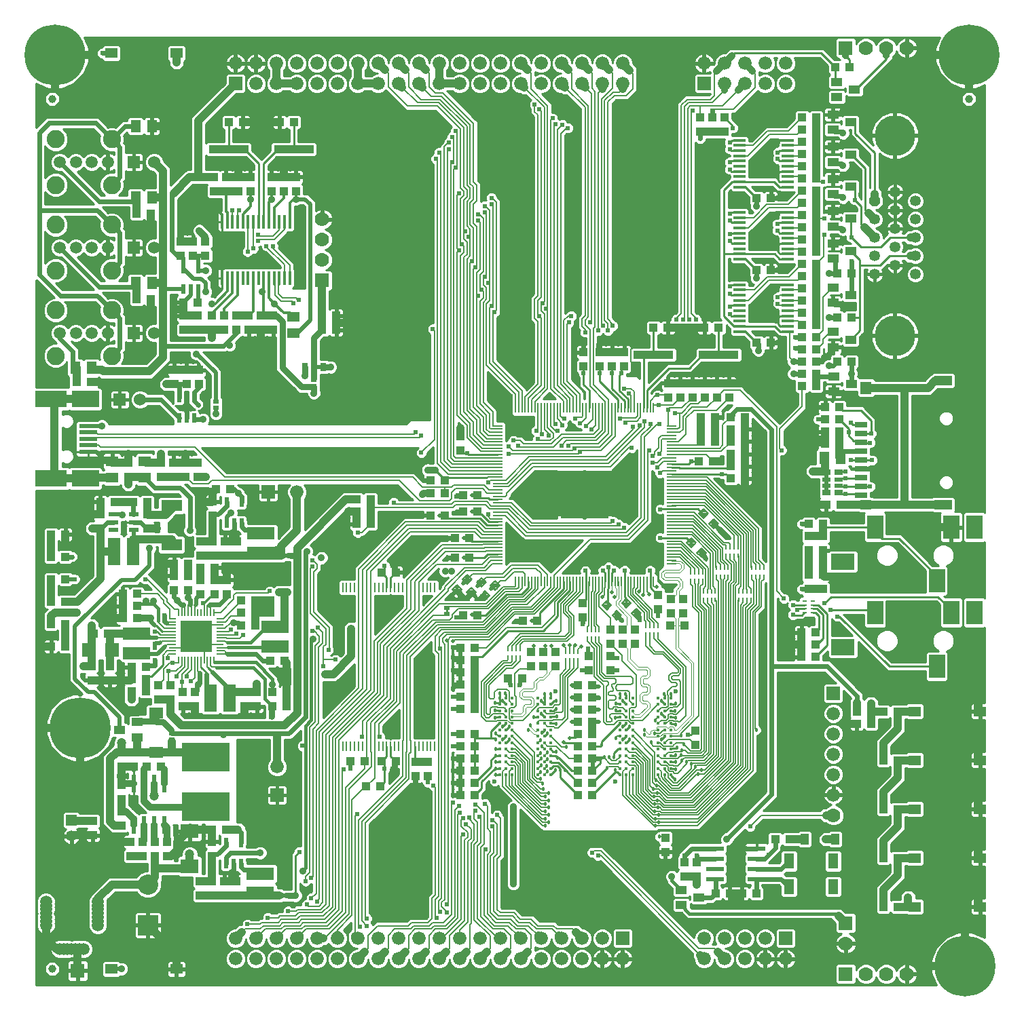
<source format=gbr>
G75*
G70*
%OFA0B0*%
%FSLAX24Y24*%
%IPPOS*%
%LPD*%
%AMOC8*
5,1,8,0,0,1.08239X$1,22.5*
%
%ADD10C,0.0591*%
%ADD11R,0.0700X0.0700*%
%ADD12R,0.0400X0.0400*%
%ADD13C,0.0080*%
%ADD14R,0.1969X0.0394*%
%ADD15R,0.0500X0.0600*%
%ADD16R,0.0660X0.0660*%
%ADD17C,0.0660*%
%ADD18C,0.0394*%
%ADD19R,0.0531X0.0531*%
%ADD20C,0.0531*%
%ADD21R,0.0400X0.0300*%
%ADD22R,0.0400X0.0200*%
%ADD23R,0.0236X0.0866*%
%ADD24R,0.0217X0.0472*%
%ADD25R,0.2362X0.1417*%
%ADD26R,0.0300X0.0200*%
%ADD27R,0.1378X0.0630*%
%ADD28R,0.0200X0.0300*%
%ADD29C,0.0200*%
%ADD30C,0.1000*%
%ADD31R,0.1000X0.1000*%
%ADD32R,0.0394X0.0551*%
%ADD33R,0.0079X0.0512*%
%ADD34R,0.0512X0.0079*%
%ADD35R,0.2362X0.2362*%
%ADD36R,0.0238X0.0238*%
%ADD37R,0.1063X0.1063*%
%ADD38R,0.0098X0.0246*%
%ADD39R,0.0600X0.0500*%
%ADD40R,0.0600X0.0600*%
%ADD41C,0.0600*%
%ADD42R,0.0886X0.0197*%
%ADD43R,0.1575X0.0827*%
%ADD44R,0.1378X0.0827*%
%ADD45R,0.0138X0.0689*%
%ADD46C,0.0886*%
%ADD47C,0.0700*%
%ADD48R,0.0866X0.0236*%
%ADD49R,0.0079X0.0354*%
%ADD50R,0.0354X0.0079*%
%ADD51R,0.1575X0.1575*%
%ADD52R,0.0709X0.0709*%
%ADD53R,0.0472X0.0217*%
%ADD54R,0.0630X0.1378*%
%ADD55R,0.0650X0.0700*%
%ADD56R,0.0551X0.0394*%
%ADD57R,0.0709X0.0571*%
%ADD58R,0.0098X0.0472*%
%ADD59R,0.0900X0.0700*%
%ADD60C,0.0157*%
%ADD61C,0.0236*%
%ADD62OC8,0.0531*%
%ADD63C,0.2000*%
%ADD64R,0.0591X0.0118*%
%ADD65R,0.0787X0.1181*%
%ADD66R,0.1181X0.0787*%
%ADD67R,0.0246X0.0098*%
%ADD68R,0.1024X0.0571*%
%ADD69C,0.2992*%
%ADD70C,0.0472*%
%ADD71R,0.0300X0.0400*%
%ADD72C,0.0100*%
%ADD73R,0.0630X0.0276*%
%ADD74R,0.0551X0.0472*%
%ADD75R,0.0551X0.0630*%
%ADD76R,0.0866X0.0472*%
%ADD77R,0.0512X0.0748*%
%ADD78C,0.0237*%
%ADD79C,0.0240*%
%ADD80C,0.0180*%
%ADD81C,0.0060*%
%ADD82C,0.0050*%
%ADD83C,0.0400*%
%ADD84C,0.0198*%
%ADD85C,0.0090*%
%ADD86C,0.0354*%
%ADD87C,0.0320*%
%ADD88C,0.0160*%
%ADD89C,0.0140*%
%ADD90C,0.0500*%
%ADD91C,0.0120*%
%ADD92C,0.0300*%
%ADD93C,0.0045*%
D10*
X013511Y007826D03*
X013511Y008023D03*
X013511Y008220D03*
X013511Y008417D03*
X013511Y008614D03*
X013511Y008810D03*
X013511Y009007D03*
X016070Y009007D03*
X016070Y008810D03*
X016070Y008614D03*
X016070Y008417D03*
X016070Y008220D03*
X016070Y008023D03*
X016070Y007826D03*
X015361Y006665D03*
X015165Y006665D03*
X014968Y006665D03*
X014771Y006665D03*
X014574Y006665D03*
X014377Y006665D03*
X014180Y006665D03*
X014190Y036928D03*
X014977Y036928D03*
X015765Y036928D03*
X016552Y036928D03*
X016552Y041128D03*
X015765Y041128D03*
X014977Y041128D03*
X014190Y041128D03*
X014190Y045328D03*
X014977Y045328D03*
X015765Y045328D03*
X016552Y045328D03*
D11*
X027070Y039517D03*
X052770Y050937D03*
X052770Y007937D03*
X052770Y005437D03*
X015070Y005597D03*
D12*
X021070Y009287D03*
X021670Y009287D03*
X022270Y009287D03*
X022870Y009287D03*
X022870Y009987D03*
X022270Y009987D03*
X021670Y009987D03*
X021070Y009987D03*
X021670Y011237D03*
X021670Y011937D03*
X021670Y012537D03*
X022370Y012537D03*
X019470Y011937D03*
X018870Y011937D03*
X018270Y011937D03*
X017670Y011937D03*
X017670Y011237D03*
X018270Y011237D03*
X018870Y011237D03*
X019470Y011237D03*
X017220Y012737D03*
X017220Y013437D03*
X017220Y014037D03*
X017220Y014737D03*
X017220Y015637D03*
X017820Y015637D03*
X018470Y015637D03*
X019170Y015637D03*
X017820Y016337D03*
X017220Y016337D03*
X019030Y018937D03*
X019630Y018937D03*
X020230Y019287D03*
X020830Y019287D03*
X020830Y018587D03*
X020230Y018587D03*
X019630Y019637D03*
X019030Y019637D03*
X018410Y019927D03*
X018410Y020527D03*
X017710Y020527D03*
X017710Y019927D03*
X017710Y019327D03*
X018410Y019327D03*
X016650Y019877D03*
X016650Y020577D03*
X015750Y020577D03*
X015750Y019877D03*
X014470Y021537D03*
X013770Y021537D03*
X013770Y022637D03*
X014470Y022637D03*
X014470Y023737D03*
X013770Y023737D03*
X013770Y024837D03*
X014470Y024837D03*
X014470Y025937D03*
X013770Y025937D03*
X013770Y027037D03*
X014470Y027037D03*
X016180Y027337D03*
X016180Y028037D03*
X016180Y028637D03*
X016880Y028637D03*
X017780Y028637D03*
X018480Y028637D03*
X018480Y028037D03*
X018480Y027337D03*
X019800Y025607D03*
X019800Y025007D03*
X020500Y025007D03*
X020500Y025607D03*
X021100Y025407D03*
X021100Y026007D03*
X021700Y026007D03*
X022300Y026007D03*
X022900Y026007D03*
X022900Y026707D03*
X022300Y026707D03*
X021700Y026707D03*
X021100Y026707D03*
X021800Y025407D03*
X021800Y024807D03*
X022400Y024807D03*
X022400Y024107D03*
X021800Y024107D03*
X021100Y024107D03*
X020500Y024307D03*
X019800Y024307D03*
X021100Y024807D03*
X023100Y023787D03*
X023100Y023187D03*
X023100Y022577D03*
X023800Y022577D03*
X023800Y023187D03*
X023800Y023787D03*
X024520Y023787D03*
X024520Y023187D03*
X025220Y023187D03*
X025220Y023787D03*
X025220Y020827D03*
X024520Y020827D03*
X024630Y019287D03*
X025330Y019287D03*
X025330Y018587D03*
X024630Y018587D03*
X023870Y018587D03*
X023270Y018587D03*
X023270Y019287D03*
X023870Y019287D03*
X028470Y015887D03*
X029170Y015887D03*
X029990Y015887D03*
X030690Y015887D03*
X031660Y015877D03*
X032260Y015877D03*
X032260Y015177D03*
X031660Y015177D03*
X029930Y014647D03*
X029230Y014647D03*
X033850Y014817D03*
X033850Y015417D03*
X033850Y016017D03*
X033850Y016617D03*
X033850Y017217D03*
X034550Y017217D03*
X034550Y016617D03*
X034550Y016017D03*
X034550Y015417D03*
X034550Y014817D03*
X034550Y014217D03*
X033850Y014217D03*
X033850Y018477D03*
X033850Y019077D03*
X033850Y019677D03*
X033850Y020277D03*
X033850Y020877D03*
X033850Y021477D03*
X034550Y021477D03*
X034550Y020877D03*
X034550Y020277D03*
X034550Y019677D03*
X034550Y019077D03*
X034550Y018477D03*
X036180Y019957D03*
X036880Y019957D03*
X037310Y020547D03*
X037910Y020547D03*
X038510Y020547D03*
X038510Y021247D03*
X037910Y021247D03*
X037310Y021247D03*
X037620Y022807D03*
X036920Y022807D03*
X034700Y023057D03*
X034000Y023057D03*
X034289Y025887D03*
X033589Y025887D03*
X033590Y026847D03*
X034290Y026847D03*
X033990Y028167D03*
X034690Y028167D03*
X034690Y028967D03*
X033990Y028967D03*
X033090Y029047D03*
X033090Y029687D03*
X032390Y029687D03*
X032390Y029047D03*
X032390Y027967D03*
X033090Y027967D03*
X033860Y031157D03*
X033860Y031857D03*
X029450Y028757D03*
X029450Y028157D03*
X029450Y027557D03*
X028750Y027557D03*
X028750Y028157D03*
X028750Y028757D03*
X029990Y025167D03*
X030690Y025167D03*
X022560Y029257D03*
X021860Y029257D03*
X021700Y028657D03*
X021700Y027957D03*
X020960Y029877D03*
X020360Y029877D03*
X019760Y029877D03*
X019160Y029877D03*
X019160Y030577D03*
X019760Y030577D03*
X020360Y030577D03*
X020960Y030577D03*
X017560Y030577D03*
X017560Y029877D03*
X015710Y034527D03*
X015010Y034527D03*
X019820Y034417D03*
X020420Y034417D03*
X021020Y034417D03*
X021020Y035117D03*
X020420Y035117D03*
X019820Y035117D03*
X020270Y037087D03*
X020270Y037787D03*
X020270Y038437D03*
X020970Y038437D03*
X020970Y037787D03*
X021670Y037787D03*
X022270Y037787D03*
X022870Y037787D03*
X023470Y037787D03*
X024070Y037787D03*
X024670Y037787D03*
X024670Y037087D03*
X024070Y037087D03*
X023470Y037087D03*
X022870Y037087D03*
X022270Y037087D03*
X021670Y037087D03*
X020970Y037087D03*
X018670Y038587D03*
X017970Y038587D03*
X020140Y040737D03*
X020740Y040737D03*
X021340Y040737D03*
X021340Y041437D03*
X020740Y041437D03*
X020140Y041437D03*
X018670Y042787D03*
X017970Y042787D03*
X021750Y043897D03*
X022350Y043897D03*
X022950Y043897D03*
X023550Y043897D03*
X023550Y044597D03*
X022950Y044597D03*
X022350Y044597D03*
X021750Y044597D03*
X024590Y044597D03*
X025190Y044597D03*
X025790Y044597D03*
X025790Y043897D03*
X025190Y043897D03*
X024590Y043897D03*
X024980Y047297D03*
X025680Y047297D03*
X023180Y047297D03*
X022480Y047297D03*
X027070Y037787D03*
X027770Y037787D03*
X027770Y037087D03*
X027070Y037087D03*
X039900Y035987D03*
X039900Y035287D03*
X040700Y035287D03*
X041300Y035287D03*
X041900Y035287D03*
X041900Y035987D03*
X041300Y035987D03*
X040700Y035987D03*
X043340Y037197D03*
X044040Y037197D03*
X045840Y037197D03*
X046540Y037197D03*
X048400Y036467D03*
X049100Y036467D03*
X050630Y036727D03*
X050630Y037327D03*
X050630Y037927D03*
X050630Y038527D03*
X051330Y038527D03*
X051330Y037927D03*
X051330Y037327D03*
X051330Y036727D03*
X051330Y036127D03*
X051330Y035527D03*
X051330Y034927D03*
X051330Y034327D03*
X050630Y034327D03*
X050630Y034927D03*
X050630Y035527D03*
X050630Y036127D03*
X052350Y035517D03*
X053050Y035517D03*
X053050Y037697D03*
X052350Y037697D03*
X051330Y039127D03*
X051330Y039727D03*
X051330Y040327D03*
X051330Y040927D03*
X051330Y041527D03*
X051330Y042127D03*
X051330Y042727D03*
X051330Y043327D03*
X051330Y043927D03*
X051330Y044527D03*
X051330Y045127D03*
X051330Y045727D03*
X051330Y046327D03*
X050630Y046327D03*
X050630Y045727D03*
X050630Y045127D03*
X050630Y044527D03*
X050630Y043927D03*
X050630Y043327D03*
X050630Y042727D03*
X050630Y042127D03*
X050630Y041527D03*
X050630Y040927D03*
X050630Y040327D03*
X050630Y039727D03*
X050630Y039127D03*
X049100Y040017D03*
X048400Y040017D03*
X052350Y039877D03*
X053050Y039877D03*
X049100Y043567D03*
X048400Y043567D03*
X046820Y046817D03*
X046220Y046817D03*
X045620Y046817D03*
X045620Y047517D03*
X046220Y047517D03*
X046820Y047517D03*
X050630Y047527D03*
X050630Y046927D03*
X051330Y046927D03*
X051330Y047527D03*
X052270Y049987D03*
X052970Y049987D03*
X047050Y034467D03*
X046450Y034467D03*
X045850Y034467D03*
X045250Y034467D03*
X044650Y034467D03*
X044050Y034467D03*
X044050Y033767D03*
X044650Y033767D03*
X045250Y033767D03*
X045850Y033767D03*
X046450Y033767D03*
X047050Y033767D03*
X047130Y032807D03*
X047130Y032207D03*
X047130Y031607D03*
X047130Y030987D03*
X047130Y030387D03*
X047130Y029787D03*
X047830Y029787D03*
X047830Y030387D03*
X047830Y030987D03*
X047830Y031607D03*
X047830Y032207D03*
X047830Y032807D03*
X046350Y032807D03*
X046350Y032207D03*
X046350Y031607D03*
X045650Y031607D03*
X045650Y032207D03*
X045650Y032807D03*
X045550Y030627D03*
X046250Y030627D03*
X050950Y027547D03*
X050950Y026947D03*
X051650Y026947D03*
X051650Y027547D03*
X051820Y028487D03*
X052520Y028487D03*
X051650Y026247D03*
X050950Y026247D03*
X050950Y025647D03*
X050950Y025047D03*
X051650Y025047D03*
X051650Y025647D03*
X051650Y024347D03*
X050950Y024347D03*
X050600Y022227D03*
X050600Y021627D03*
X050600Y021027D03*
X051300Y021027D03*
X051300Y021627D03*
X051300Y022227D03*
X053320Y018337D03*
X053320Y017737D03*
X054020Y017737D03*
X054020Y018337D03*
X054620Y018337D03*
X055320Y018337D03*
X055320Y015937D03*
X054620Y015937D03*
X054620Y013537D03*
X055320Y013537D03*
X055320Y011137D03*
X054620Y011137D03*
X054620Y008737D03*
X055320Y008737D03*
X050010Y012057D03*
X049310Y012057D03*
X048380Y009407D03*
X047680Y009407D03*
X047080Y009407D03*
X046380Y009407D03*
X045460Y010217D03*
X044860Y010217D03*
X044860Y010917D03*
X045460Y010917D03*
X043920Y011437D03*
X043920Y012137D03*
X040340Y014227D03*
X040340Y014827D03*
X040340Y015427D03*
X040340Y016027D03*
X040340Y016627D03*
X040340Y017227D03*
X040340Y017827D03*
X040340Y018427D03*
X039640Y018427D03*
X039640Y017827D03*
X039640Y017227D03*
X039640Y016627D03*
X039640Y016027D03*
X039640Y015427D03*
X039640Y014827D03*
X039640Y014227D03*
X039640Y019027D03*
X039640Y019627D03*
X040340Y019627D03*
X040340Y019027D03*
X040150Y020377D03*
X040150Y021077D03*
X041220Y021077D03*
X041220Y021677D03*
X041820Y021677D03*
X042430Y021677D03*
X042430Y022377D03*
X041820Y022377D03*
X041220Y022377D03*
X039870Y022967D03*
X039870Y023667D03*
X043560Y023377D03*
X044200Y023147D03*
X044150Y022557D03*
X044850Y022557D03*
X044800Y023147D03*
X044800Y023847D03*
X044200Y023847D03*
X043560Y024077D03*
X041220Y020377D03*
X045382Y017409D03*
X045382Y016709D03*
X051770Y031487D03*
X051770Y032087D03*
X051770Y032687D03*
X051770Y033287D03*
X052470Y033287D03*
X052470Y032687D03*
X052470Y032087D03*
X052470Y031487D03*
X017990Y024117D03*
X017990Y023517D03*
X017990Y022917D03*
X017290Y022917D03*
X017290Y023517D03*
X017290Y024117D03*
X016550Y022177D03*
X015850Y022177D03*
X015820Y012957D03*
X015820Y012257D03*
D13*
X023120Y007487D02*
X023280Y007647D01*
X024020Y007647D01*
X024180Y007807D01*
X024980Y007807D01*
X025140Y007967D01*
X025910Y007967D01*
X026070Y008127D01*
X027200Y008127D01*
X027740Y008667D01*
X027740Y016987D01*
X029940Y019187D01*
X029940Y021647D01*
X031620Y023326D01*
X031620Y024424D01*
X031620Y024716D01*
X033110Y026207D01*
X035080Y026207D01*
X035104Y026231D01*
X035679Y026231D01*
X035679Y026388D02*
X035032Y026388D01*
X035010Y026367D01*
X033040Y026367D01*
X031423Y024749D01*
X031423Y024424D01*
X031423Y023359D01*
X029780Y021717D01*
X029780Y019257D01*
X027580Y017057D01*
X027580Y008737D01*
X027130Y008287D01*
X026000Y008287D01*
X025840Y008127D01*
X025070Y008127D01*
X024910Y007967D01*
X024100Y007967D01*
X024020Y007887D01*
X023400Y007887D01*
X023960Y007327D02*
X024280Y007647D01*
X025050Y007647D01*
X025210Y007807D01*
X025980Y007807D01*
X026140Y007967D01*
X027270Y007967D01*
X027900Y008597D01*
X027900Y016917D01*
X030100Y019117D01*
X030100Y021577D01*
X031817Y023293D01*
X031817Y024424D01*
X031817Y024683D01*
X032700Y025567D01*
X034940Y025567D01*
X035289Y025916D01*
X035679Y025916D01*
X035679Y025758D02*
X035362Y025758D01*
X035010Y025407D01*
X034060Y025407D01*
X033100Y024447D01*
X033100Y024347D01*
X030260Y021507D01*
X030260Y019047D01*
X029060Y017847D01*
X029060Y017137D01*
X029020Y017097D01*
X029257Y016629D02*
X029257Y015974D01*
X029170Y015887D01*
X029170Y015537D01*
X028220Y014587D01*
X028220Y008457D01*
X027410Y007647D01*
X026280Y007647D01*
X025960Y007327D01*
X026050Y007647D02*
X026210Y007807D01*
X027340Y007807D01*
X028060Y008527D01*
X028060Y015407D01*
X028140Y015487D01*
X028380Y014517D02*
X029500Y015637D01*
X029500Y016317D01*
X029454Y016362D01*
X029454Y016629D01*
X029454Y017781D01*
X030580Y018907D01*
X030580Y021367D01*
X032830Y023617D01*
X033190Y023137D02*
X033130Y023077D01*
X032520Y023077D01*
X030740Y021297D01*
X030740Y018837D01*
X029651Y017748D01*
X029651Y016629D01*
X029660Y016620D01*
X029660Y015077D01*
X029230Y014647D01*
X029180Y014647D01*
X028540Y014007D01*
X028540Y008317D01*
X027820Y007597D01*
X027820Y007367D01*
X027180Y007187D02*
X028380Y008387D01*
X028380Y014517D01*
X028780Y013287D02*
X028700Y013207D01*
X028700Y007307D01*
X028940Y007767D02*
X028860Y007847D01*
X028860Y013007D01*
X031020Y015167D01*
X031020Y016437D01*
X031029Y016446D01*
X031029Y016629D01*
X031029Y016896D01*
X031060Y016927D01*
X031060Y021157D01*
X032610Y022707D01*
X032500Y022827D02*
X030900Y021227D01*
X030900Y018767D01*
X029860Y017727D01*
X029860Y017127D01*
X029900Y017087D01*
X029257Y016629D02*
X029257Y017814D01*
X030420Y018977D01*
X030420Y021437D01*
X033260Y024277D01*
X033260Y024367D01*
X034140Y025247D01*
X035080Y025247D01*
X035434Y025601D01*
X035679Y025601D01*
X035930Y025087D02*
X034450Y025087D01*
X034189Y024826D01*
X034415Y024826D02*
X034189Y024600D01*
X033963Y024826D01*
X034189Y025052D01*
X034415Y024826D01*
X034268Y024679D02*
X034110Y024679D01*
X034031Y024758D02*
X034347Y024758D01*
X034404Y024837D02*
X033974Y024837D01*
X034053Y024916D02*
X034325Y024916D01*
X034246Y024995D02*
X034132Y024995D01*
X033920Y024331D02*
X033694Y024105D01*
X033468Y024331D01*
X033694Y024557D01*
X033920Y024331D01*
X033773Y024184D02*
X033615Y024184D01*
X033536Y024263D02*
X033852Y024263D01*
X033909Y024342D02*
X033479Y024342D01*
X033558Y024421D02*
X033830Y024421D01*
X033751Y024500D02*
X033637Y024500D01*
X034394Y023961D02*
X034620Y024187D01*
X034394Y023961D02*
X034168Y024187D01*
X034394Y024413D01*
X034620Y024187D01*
X034473Y024040D02*
X034315Y024040D01*
X034236Y024119D02*
X034552Y024119D01*
X034609Y024198D02*
X034179Y024198D01*
X034258Y024277D02*
X034530Y024277D01*
X034451Y024356D02*
X034337Y024356D01*
X034889Y024456D02*
X035115Y024682D01*
X034889Y024456D02*
X034663Y024682D01*
X034889Y024908D01*
X035115Y024682D01*
X034968Y024535D02*
X034810Y024535D01*
X034731Y024614D02*
X035047Y024614D01*
X035104Y024693D02*
X034674Y024693D01*
X034753Y024772D02*
X035025Y024772D01*
X034946Y024851D02*
X034832Y024851D01*
X034889Y024682D02*
X035134Y024927D01*
X035293Y024927D01*
X035300Y024927D01*
X035293Y024927D02*
X035990Y024927D01*
X036430Y025367D01*
X037570Y025367D01*
X037824Y025113D01*
X037824Y024715D01*
X038139Y024715D02*
X038139Y025046D01*
X037658Y025527D01*
X036370Y025527D01*
X035930Y025087D01*
X035813Y024767D02*
X036050Y024767D01*
X036490Y025207D01*
X036940Y025207D01*
X037037Y025110D01*
X037037Y024715D01*
X035813Y024767D02*
X035564Y024518D01*
X035790Y024518D02*
X035564Y024292D01*
X035338Y024518D01*
X035564Y024744D01*
X035790Y024518D01*
X035643Y024371D02*
X035485Y024371D01*
X035406Y024450D02*
X035722Y024450D01*
X035779Y024529D02*
X035349Y024529D01*
X035428Y024608D02*
X035700Y024608D01*
X035621Y024687D02*
X035507Y024687D01*
X035521Y024518D02*
X035564Y024518D01*
X035295Y024023D02*
X035069Y023797D01*
X034843Y024023D01*
X035069Y024249D01*
X035295Y024023D01*
X035148Y023876D02*
X034990Y023876D01*
X034911Y023955D02*
X035227Y023955D01*
X035284Y024034D02*
X034854Y024034D01*
X034933Y024113D02*
X035205Y024113D01*
X035126Y024192D02*
X035012Y024192D01*
X036120Y022477D02*
X035120Y021477D01*
X034550Y021477D01*
X033560Y021867D02*
X033480Y021787D01*
X033260Y021837D02*
X033200Y021837D01*
X033260Y021837D02*
X033260Y021877D01*
X033370Y021987D01*
X033260Y021837D02*
X033260Y008927D01*
X033180Y008847D01*
X032940Y008947D02*
X033100Y009107D01*
X033100Y021627D01*
X032980Y021747D01*
X032980Y021927D01*
X033160Y022107D01*
X033050Y022227D02*
X032820Y021997D01*
X032820Y021477D01*
X032860Y021437D01*
X032940Y021357D01*
X032940Y009177D01*
X032780Y009017D01*
X032780Y008567D01*
X032860Y008487D01*
X032940Y008747D02*
X032940Y008947D01*
X032940Y008747D02*
X033180Y008507D01*
X033180Y008447D01*
X033420Y008347D02*
X033040Y007967D01*
X032500Y007967D01*
X032340Y007807D01*
X031570Y007807D01*
X031410Y007647D01*
X030640Y007647D01*
X030320Y007327D01*
X030320Y006687D01*
X030160Y006527D01*
X029320Y006687D02*
X029320Y007327D01*
X029800Y007807D01*
X031300Y007807D01*
X031460Y007967D01*
X032270Y007967D01*
X032460Y008157D01*
X032460Y009157D01*
X032620Y009317D01*
X032620Y014607D01*
X032540Y014687D01*
X031340Y015027D02*
X029180Y012867D01*
X029180Y008247D01*
X029260Y008167D01*
X029020Y008047D02*
X029260Y007807D01*
X029020Y008047D02*
X029020Y012937D01*
X031180Y015097D01*
X031180Y016317D01*
X031226Y016362D01*
X031226Y016629D01*
X031220Y016635D01*
X031220Y021087D01*
X032720Y022587D01*
X032830Y022467D02*
X031380Y021017D01*
X031380Y020887D01*
X031380Y016937D01*
X031423Y016894D01*
X031423Y016629D01*
X031423Y016329D01*
X031340Y016247D01*
X031340Y015027D01*
X033420Y013767D02*
X033420Y008347D01*
X033580Y008277D02*
X033580Y013487D01*
X033780Y013687D01*
X033500Y013847D02*
X033420Y013767D01*
X033820Y013367D02*
X033740Y013287D01*
X033740Y008207D01*
X033180Y007647D01*
X032640Y007647D01*
X032320Y007327D01*
X032320Y006687D01*
X032160Y006527D01*
X031320Y006687D02*
X031320Y007327D01*
X031640Y007647D01*
X032410Y007647D01*
X032570Y007807D01*
X033110Y007807D01*
X033580Y008277D01*
X033900Y008137D02*
X033900Y012207D01*
X033980Y012287D01*
X034220Y012387D02*
X033900Y012707D01*
X033900Y013007D01*
X033980Y013087D01*
X034300Y013047D02*
X034300Y013127D01*
X034300Y013047D02*
X034540Y012807D01*
X034540Y012327D01*
X034540Y012347D01*
X034540Y012327D02*
X034540Y012037D01*
X034380Y011877D01*
X034380Y007927D01*
X034320Y007867D01*
X034320Y006687D01*
X034160Y006527D01*
X033820Y007187D02*
X033820Y007597D01*
X034220Y007997D01*
X034220Y011947D01*
X034380Y012107D01*
X034380Y012567D01*
X034140Y012807D01*
X034220Y012387D02*
X034220Y012177D01*
X034060Y012017D01*
X034060Y008067D01*
X033320Y007327D01*
X033320Y006687D01*
X033160Y006527D01*
X032950Y007187D02*
X033900Y008137D01*
X034540Y008107D02*
X035320Y007327D01*
X035320Y006687D01*
X035160Y006527D01*
X035690Y007187D02*
X034700Y008177D01*
X034700Y011737D01*
X034860Y011897D01*
X034860Y013087D01*
X034780Y013167D01*
X034540Y013047D02*
X034540Y013407D01*
X034580Y013447D01*
X034580Y013767D02*
X034620Y013767D01*
X035020Y013367D01*
X035020Y011827D01*
X034860Y011667D01*
X034860Y008247D01*
X035460Y007647D01*
X036000Y007647D01*
X036320Y007327D01*
X036320Y006687D01*
X036160Y006527D01*
X037160Y006527D02*
X037320Y006687D01*
X037320Y007347D01*
X037020Y007647D01*
X036590Y007647D01*
X036270Y007967D01*
X035600Y007967D01*
X035180Y008387D01*
X035180Y011307D01*
X035340Y011467D01*
X035340Y012427D01*
X035180Y012587D01*
X035180Y013687D01*
X035060Y013807D01*
X035660Y013247D02*
X035820Y013087D01*
X035820Y011257D01*
X035660Y011097D01*
X035660Y008597D01*
X035810Y008447D01*
X036480Y008447D01*
X036800Y008127D01*
X037340Y008127D01*
X037660Y007807D01*
X038430Y007807D01*
X038590Y007647D01*
X039360Y007647D01*
X039520Y007487D01*
X038680Y007327D02*
X038360Y007647D01*
X037590Y007647D01*
X037270Y007967D01*
X036730Y007967D01*
X036410Y008287D01*
X035740Y008287D01*
X035500Y008527D01*
X035500Y011167D01*
X035660Y011327D01*
X035660Y012807D01*
X035460Y013007D01*
X035420Y013007D01*
X035420Y012687D02*
X035500Y012607D01*
X035500Y011397D01*
X035340Y011237D01*
X035340Y008457D01*
X035670Y008127D01*
X036340Y008127D01*
X036660Y007807D01*
X037200Y007807D01*
X037680Y007327D01*
X036680Y007327D02*
X036200Y007807D01*
X035530Y007807D01*
X035020Y008317D01*
X035020Y011487D01*
X035100Y011567D01*
X034700Y011967D02*
X034700Y012887D01*
X034540Y013047D01*
X034700Y011967D02*
X034540Y011807D01*
X034540Y008107D01*
X032700Y008207D02*
X032620Y008287D01*
X032620Y009087D01*
X032780Y009247D01*
X032780Y021177D01*
X032620Y021337D01*
X032620Y022027D01*
X032940Y022347D01*
X031226Y023392D02*
X029620Y021787D01*
X029620Y019327D01*
X027420Y017127D01*
X027420Y008807D01*
X027060Y008447D01*
X025930Y008447D01*
X025770Y008287D01*
X025000Y008287D01*
X024920Y008207D01*
X024400Y008207D01*
X024960Y007327D02*
X025280Y007647D01*
X026050Y007647D01*
X025780Y008527D02*
X025400Y008527D01*
X025780Y008527D02*
X025860Y008607D01*
X026990Y008607D01*
X027260Y008877D01*
X027260Y017197D01*
X029454Y019391D01*
X029454Y024424D01*
X029454Y025241D01*
X031380Y027167D01*
X034560Y027167D01*
X034866Y026861D01*
X035679Y026861D01*
X035679Y027018D02*
X034939Y027018D01*
X034630Y027327D01*
X031310Y027327D01*
X029257Y025274D01*
X029257Y024424D01*
X029257Y019424D01*
X027100Y017267D01*
X027100Y008947D01*
X026920Y008767D01*
X026400Y008767D01*
X026320Y008847D01*
X026540Y009167D02*
X026780Y009407D01*
X026780Y017407D01*
X028864Y019490D01*
X028864Y024424D01*
X028864Y025340D01*
X031170Y027647D01*
X034770Y027647D01*
X035084Y027333D01*
X035679Y027333D01*
X035679Y027176D02*
X035011Y027176D01*
X034700Y027487D01*
X031240Y027487D01*
X029061Y025307D01*
X029061Y024424D01*
X029061Y019457D01*
X026940Y017337D01*
X026940Y009127D01*
X026820Y009007D01*
X026260Y009997D02*
X026260Y010217D01*
X026460Y010417D01*
X026460Y017547D01*
X026740Y017827D01*
X026740Y021577D01*
X026940Y021777D01*
X026940Y022037D01*
X026690Y022287D01*
X026580Y022287D01*
X026870Y022447D02*
X027100Y022217D01*
X027100Y021707D01*
X026900Y021507D01*
X026900Y017757D01*
X026620Y017477D01*
X026620Y010237D01*
X026540Y010157D01*
X027120Y007187D02*
X027180Y007187D01*
X029160Y006527D02*
X029320Y006687D01*
X031160Y006527D02*
X031320Y006687D01*
X040330Y011407D02*
X040410Y011487D01*
X040750Y011487D01*
X045550Y006687D01*
X046320Y006687D01*
X046480Y006527D01*
X045640Y006367D02*
X040760Y011247D01*
X040610Y011247D01*
X041070Y015567D02*
X041140Y015637D01*
X041586Y015637D01*
X041683Y015539D01*
X041605Y015777D02*
X041455Y015777D01*
X041190Y015777D01*
X040920Y016047D01*
X040920Y016107D01*
X041160Y016107D02*
X041160Y016062D01*
X041306Y015917D01*
X041489Y015917D01*
X041683Y016110D01*
X041683Y016169D01*
X041683Y015854D02*
X041605Y015777D01*
X043415Y017901D02*
X043500Y017987D01*
X043573Y018059D01*
X038480Y023097D02*
X037860Y022477D01*
X036120Y022477D01*
X038480Y023097D02*
X038480Y023697D01*
X038454Y024715D02*
X038454Y025041D01*
X040220Y026807D01*
X042140Y026807D01*
X043060Y027727D01*
X043060Y031087D01*
X043140Y031167D01*
X043380Y031107D02*
X043580Y031307D01*
X043580Y031767D01*
X043714Y031900D01*
X044222Y031900D01*
X044222Y032057D02*
X044641Y032057D01*
X044780Y032197D01*
X044780Y032827D01*
X045240Y033287D01*
X045970Y033287D01*
X046450Y033767D01*
X046800Y034117D01*
X047590Y034117D01*
X049380Y032327D01*
X049380Y024247D01*
X049740Y023887D01*
X045914Y026139D02*
X045688Y026365D01*
X045914Y026139D02*
X045688Y025913D01*
X045462Y026139D01*
X045688Y026365D01*
X045767Y025992D02*
X045609Y025992D01*
X045530Y026071D02*
X045846Y026071D01*
X045903Y026150D02*
X045473Y026150D01*
X045552Y026229D02*
X045824Y026229D01*
X045745Y026308D02*
X045631Y026308D01*
X045419Y026634D02*
X045193Y026860D01*
X045419Y026634D02*
X045193Y026408D01*
X044967Y026634D01*
X045193Y026860D01*
X045272Y026487D02*
X045114Y026487D01*
X045035Y026566D02*
X045351Y026566D01*
X045408Y026645D02*
X044978Y026645D01*
X045057Y026724D02*
X045329Y026724D01*
X045250Y026803D02*
X045136Y026803D01*
X046288Y027795D02*
X046514Y027569D01*
X046288Y027343D01*
X046062Y027569D01*
X046288Y027795D01*
X046367Y027422D02*
X046209Y027422D01*
X046130Y027501D02*
X046446Y027501D01*
X046503Y027580D02*
X046073Y027580D01*
X046152Y027659D02*
X046424Y027659D01*
X046345Y027738D02*
X046231Y027738D01*
X046019Y028064D02*
X045793Y028290D01*
X046019Y028064D02*
X045793Y027838D01*
X045567Y028064D01*
X045793Y028290D01*
X045872Y027917D02*
X045714Y027917D01*
X045635Y027996D02*
X045951Y027996D01*
X046008Y028075D02*
X045578Y028075D01*
X045657Y028154D02*
X045929Y028154D01*
X045850Y028233D02*
X045736Y028233D01*
X043781Y030168D02*
X043660Y030047D01*
X043781Y030168D02*
X044222Y030168D01*
X044222Y030640D02*
X043824Y030640D01*
X043510Y030327D01*
X043520Y030567D02*
X043751Y030798D01*
X044222Y030798D01*
X044222Y030955D02*
X045922Y030955D01*
X046250Y030627D01*
X046666Y031113D02*
X047130Y031577D01*
X047130Y031607D01*
X046740Y031417D02*
X046740Y032417D01*
X047130Y032807D01*
X046410Y033127D02*
X045310Y033127D01*
X044940Y032757D01*
X044940Y031977D01*
X044549Y031585D01*
X044222Y031585D01*
X044222Y031428D02*
X045471Y031428D01*
X045650Y031607D01*
X046594Y031270D02*
X046740Y031417D01*
X046594Y031270D02*
X044222Y031270D01*
X044222Y031113D02*
X046666Y031113D01*
X044620Y032297D02*
X044620Y033007D01*
X044380Y033007D01*
X044620Y033007D02*
X044730Y033007D01*
X045170Y033447D01*
X045530Y033447D01*
X045850Y033767D01*
X045250Y033767D02*
X044730Y033247D01*
X044140Y033247D01*
X044060Y033167D01*
X044060Y032372D01*
X044222Y032372D01*
X044222Y032215D02*
X044539Y032215D01*
X044620Y032297D01*
X044222Y031743D02*
X043796Y031743D01*
X043740Y031687D01*
X043740Y031127D01*
X043620Y031007D01*
X043380Y030967D02*
X043380Y031107D01*
X043380Y030967D02*
X043300Y030887D01*
X043300Y030567D02*
X043520Y030567D01*
X042900Y031817D02*
X043530Y032447D01*
X043620Y032447D01*
X043180Y032447D02*
X043180Y032327D01*
X042740Y031887D01*
X042740Y027867D01*
X042000Y027127D01*
X037140Y027127D01*
X036146Y028120D01*
X035679Y028120D01*
X035679Y027963D02*
X036074Y027963D01*
X037070Y026967D01*
X042070Y026967D01*
X042900Y027797D01*
X042900Y031817D01*
X042900Y032287D02*
X042900Y032607D01*
X042706Y032791D02*
X042522Y032607D01*
X042040Y032607D01*
X041960Y032527D01*
X041750Y032767D02*
X042450Y032767D01*
X042549Y032865D01*
X042549Y033258D01*
X042706Y033258D02*
X042706Y032791D01*
X042660Y032387D02*
X042660Y032287D01*
X041060Y030687D01*
X037300Y030687D01*
X036151Y029538D01*
X035679Y029538D01*
X035679Y029695D02*
X036079Y029695D01*
X037230Y030847D01*
X040980Y030847D01*
X042340Y032207D01*
X042340Y032327D01*
X042900Y032287D02*
X041140Y030527D01*
X037370Y030527D01*
X036224Y029380D01*
X035679Y029380D01*
X035679Y029223D02*
X035244Y029223D01*
X035020Y029447D01*
X033510Y029447D01*
X033430Y029367D01*
X033090Y029367D01*
X032000Y029367D01*
X031520Y029847D01*
X022300Y029847D01*
X020820Y031327D01*
X016200Y031327D01*
X016105Y031422D01*
X015586Y031422D01*
X015586Y031737D02*
X015636Y031787D01*
X016030Y031787D01*
X016050Y031807D01*
X016420Y031807D01*
X031860Y031807D01*
X031940Y031887D01*
X031660Y032047D02*
X031580Y031967D01*
X016070Y031967D01*
X016040Y031997D01*
X015640Y031997D01*
X015586Y032052D01*
X016300Y031807D02*
X016420Y031807D01*
X020360Y029877D02*
X020710Y029527D01*
X021500Y029527D01*
X021660Y029687D01*
X030860Y029687D01*
X031860Y028687D01*
X033320Y028687D01*
X033420Y028787D01*
X033420Y029087D01*
X033620Y029287D01*
X034950Y029287D01*
X035171Y029065D01*
X035679Y029065D01*
X035679Y028908D02*
X036071Y028908D01*
X036140Y028977D01*
X036140Y029067D01*
X037440Y030367D01*
X041220Y030367D01*
X042140Y031287D01*
X042260Y031287D01*
X041446Y031863D02*
X041446Y033258D01*
X041289Y033258D02*
X041289Y031935D01*
X040680Y031327D01*
X039530Y031327D01*
X039450Y031247D01*
X039370Y031167D01*
X036420Y031167D01*
X036220Y031367D01*
X036220Y031007D02*
X039660Y031007D01*
X039740Y031087D01*
X039820Y031167D01*
X040750Y031167D01*
X041446Y031863D01*
X041131Y032008D02*
X040610Y031487D01*
X039250Y031487D01*
X039170Y031407D01*
X039070Y031647D02*
X040540Y031647D01*
X040974Y032080D01*
X040974Y033258D01*
X040974Y033573D01*
X040220Y034327D01*
X040220Y037087D01*
X039980Y037327D01*
X039980Y037557D01*
X040140Y037717D01*
X040140Y048097D01*
X039320Y048917D01*
X039320Y049687D01*
X039160Y049847D01*
X039000Y049007D02*
X039980Y048027D01*
X039980Y037787D01*
X039820Y037627D01*
X039820Y037257D01*
X039980Y037097D01*
X039980Y036967D01*
X040380Y037147D02*
X040460Y037227D01*
X040460Y048807D01*
X040320Y048947D01*
X040320Y049687D01*
X040160Y049847D01*
X041160Y049847D02*
X041320Y049687D01*
X041320Y048967D01*
X040780Y048427D01*
X040780Y037367D01*
X040860Y037287D01*
X041100Y037387D02*
X041100Y037047D01*
X041340Y037287D02*
X041340Y037377D01*
X041100Y037617D01*
X041100Y048287D01*
X041420Y048607D01*
X042000Y048607D01*
X042320Y048927D01*
X042320Y049687D01*
X042170Y049837D01*
X041820Y048927D02*
X041660Y048767D01*
X041350Y048767D01*
X040940Y048357D01*
X040940Y037547D01*
X041100Y037387D01*
X040620Y037047D02*
X040620Y048727D01*
X040820Y048927D01*
X040300Y048707D02*
X040000Y049007D01*
X040300Y048707D02*
X040300Y037527D01*
X040220Y037447D01*
X040380Y037147D02*
X040380Y034397D01*
X041131Y033646D01*
X041131Y033258D01*
X041131Y032008D01*
X040816Y032153D02*
X040816Y033258D01*
X040659Y033258D02*
X040659Y032225D01*
X040400Y031967D01*
X038820Y031967D01*
X038340Y031487D01*
X036960Y031487D01*
X036800Y031647D01*
X036460Y031647D01*
X036700Y031407D02*
X036780Y031327D01*
X038410Y031327D01*
X038890Y031807D01*
X040470Y031807D01*
X040816Y032153D01*
X040501Y032408D02*
X040501Y033258D01*
X040344Y033258D02*
X040344Y032680D01*
X040020Y032357D01*
X039760Y032507D02*
X039740Y032507D01*
X039760Y032507D02*
X040029Y032775D01*
X040029Y033258D01*
X039871Y033258D02*
X039871Y032858D01*
X039810Y032797D01*
X039580Y032797D01*
X039500Y032717D01*
X039556Y033258D02*
X039556Y033870D01*
X038940Y034487D01*
X038940Y037547D01*
X039160Y037767D01*
X039300Y037767D01*
X039180Y037447D02*
X039100Y037367D01*
X039100Y034557D01*
X039714Y033943D01*
X039714Y033258D01*
X039399Y033258D02*
X039399Y033798D01*
X038780Y034417D01*
X038780Y046727D01*
X039060Y047007D01*
X039140Y047007D01*
X038860Y047167D02*
X038620Y046927D01*
X038620Y034347D01*
X039241Y033725D01*
X039241Y033258D01*
X039084Y033258D02*
X039084Y033653D01*
X038460Y034277D01*
X038460Y047127D01*
X038540Y047207D01*
X038300Y047407D02*
X038380Y047487D01*
X038300Y047407D02*
X038300Y034207D01*
X038927Y033580D01*
X038927Y033258D01*
X038769Y033258D02*
X038769Y032856D01*
X038908Y032717D01*
X038950Y032717D01*
X038860Y032467D02*
X038612Y032715D01*
X038612Y033258D01*
X038454Y033258D02*
X038454Y032533D01*
X038540Y032447D01*
X038297Y032350D02*
X038520Y032127D01*
X038630Y032127D01*
X038420Y031997D02*
X038420Y031797D01*
X038270Y031647D01*
X037740Y031647D01*
X037660Y031727D01*
X037870Y031967D02*
X037824Y032013D01*
X037824Y033258D01*
X037667Y033258D02*
X037667Y032213D01*
X037580Y032127D01*
X037982Y032205D02*
X038180Y032007D01*
X038180Y031897D01*
X038420Y031997D02*
X038139Y032278D01*
X038139Y033258D01*
X037982Y033258D02*
X037982Y032205D01*
X038297Y032350D02*
X038297Y033258D01*
X037509Y033258D02*
X037509Y033576D01*
X038140Y034207D01*
X038140Y038127D01*
X038140Y048097D01*
X037320Y048917D01*
X037320Y049687D01*
X037160Y049847D01*
X037000Y049007D02*
X037980Y048027D01*
X037980Y038487D01*
X037900Y038407D01*
X037820Y038327D01*
X037820Y038027D01*
X037980Y037867D01*
X037980Y034277D01*
X037352Y033648D01*
X037352Y033258D01*
X037194Y033258D02*
X037194Y033721D01*
X037820Y034347D01*
X037820Y037687D01*
X037740Y037767D01*
X037660Y037847D01*
X037660Y038527D01*
X037820Y038687D01*
X037820Y047847D01*
X037740Y047927D01*
X037500Y047807D02*
X037500Y048167D01*
X037500Y047807D02*
X037660Y047647D01*
X037660Y038767D01*
X037500Y038607D01*
X037500Y037647D01*
X037660Y037487D01*
X037660Y034417D01*
X037037Y033793D01*
X037037Y033258D01*
X036879Y033258D02*
X036879Y034107D01*
X035460Y035527D01*
X035460Y037887D01*
X035540Y037967D01*
X035620Y038047D01*
X035620Y043367D01*
X035420Y043567D01*
X035380Y043567D01*
X035380Y043247D02*
X035460Y043167D01*
X035460Y038327D01*
X035380Y038247D01*
X035300Y038167D01*
X035300Y035447D01*
X036722Y034025D01*
X036722Y033258D01*
X036564Y033258D02*
X036564Y033942D01*
X035140Y035367D01*
X035140Y038367D01*
X035300Y038527D01*
X035300Y039327D01*
X035220Y039407D01*
X035300Y039487D01*
X035300Y042967D01*
X035100Y043167D01*
X035060Y043167D01*
X035060Y042847D02*
X035140Y042767D01*
X035140Y039767D01*
X035060Y039687D01*
X034980Y039607D01*
X034980Y039307D01*
X035140Y039147D01*
X035140Y038597D01*
X034980Y038437D01*
X034980Y033527D01*
X035460Y033047D01*
X035460Y032372D01*
X035679Y032372D01*
X035679Y032215D02*
X035362Y032215D01*
X035300Y032277D01*
X035300Y032967D01*
X034820Y033447D01*
X034820Y038507D01*
X034980Y038667D01*
X034980Y038967D01*
X034900Y039047D01*
X034820Y039127D01*
X034820Y039807D01*
X034980Y039967D01*
X034980Y042567D01*
X034780Y042767D01*
X034740Y042767D01*
X034740Y042447D02*
X034820Y042367D01*
X034820Y040047D01*
X034660Y039887D01*
X034660Y038847D01*
X034740Y038767D01*
X034660Y038687D01*
X034660Y033367D01*
X035140Y032887D01*
X035140Y032207D01*
X035289Y032057D01*
X035679Y032057D01*
X035679Y031900D02*
X035217Y031900D01*
X034980Y032137D01*
X034980Y032807D01*
X034500Y033287D01*
X034500Y040087D01*
X034580Y040167D01*
X034660Y040247D01*
X034660Y042167D01*
X034500Y042327D01*
X034500Y043257D01*
X034660Y043417D01*
X034660Y044187D01*
X034500Y044347D01*
X034500Y047227D01*
X033000Y048727D01*
X032610Y048727D01*
X032320Y049017D01*
X032320Y049687D01*
X032160Y049847D01*
X031320Y049687D02*
X031160Y049847D01*
X031320Y049687D02*
X031320Y049027D01*
X031940Y048407D01*
X032860Y048407D01*
X034180Y047087D01*
X034180Y044207D01*
X034340Y044047D01*
X034340Y043557D01*
X034180Y043397D01*
X034180Y042187D01*
X034340Y042027D01*
X034340Y041647D01*
X034340Y040727D01*
X034180Y040567D01*
X034180Y033127D01*
X034660Y032647D01*
X034660Y031997D01*
X035072Y031585D01*
X035679Y031585D01*
X035679Y031428D02*
X034999Y031428D01*
X034500Y031927D01*
X034500Y032567D01*
X034020Y033047D01*
X034020Y040647D01*
X034180Y040807D01*
X034180Y041387D01*
X034020Y041547D01*
X034020Y041847D01*
X034100Y041927D01*
X034020Y042007D01*
X034020Y043467D01*
X034180Y043627D01*
X034180Y043977D01*
X034020Y044137D01*
X034020Y047017D01*
X032790Y048247D01*
X031760Y048247D01*
X031000Y049007D01*
X030320Y049037D02*
X030320Y049687D01*
X030160Y049847D01*
X030320Y049037D02*
X031270Y048087D01*
X032720Y048087D01*
X033860Y046947D01*
X033860Y044067D01*
X034020Y043907D01*
X034020Y043697D01*
X033860Y043537D01*
X033860Y041367D01*
X033940Y041287D01*
X034020Y041207D01*
X034020Y040887D01*
X033860Y040727D01*
X033860Y032967D01*
X034340Y032487D01*
X034340Y031857D01*
X034927Y031270D01*
X035679Y031270D01*
X035679Y031113D02*
X034854Y031113D01*
X034180Y031787D01*
X034180Y032407D01*
X033700Y032887D01*
X033700Y040927D01*
X033780Y041007D01*
X033700Y041087D01*
X033700Y043727D01*
X033780Y043807D01*
X034340Y044277D02*
X034340Y047157D01*
X032930Y048567D01*
X032440Y048567D01*
X032000Y049007D01*
X033620Y046847D02*
X033700Y046767D01*
X033700Y045127D01*
X033620Y045047D01*
X033540Y044967D01*
X033540Y030887D01*
X033629Y030798D01*
X035679Y030798D01*
X035679Y030640D02*
X033547Y030640D01*
X033380Y030807D01*
X033380Y045247D01*
X033460Y045327D01*
X033540Y045407D01*
X033540Y046487D01*
X033460Y046567D01*
X033300Y046287D02*
X033260Y046287D01*
X033060Y046087D01*
X033060Y030667D01*
X033402Y030325D01*
X035679Y030325D01*
X035679Y030168D02*
X033329Y030168D01*
X032900Y030597D01*
X032900Y045727D01*
X032820Y045807D01*
X032660Y045487D02*
X032740Y045407D01*
X032740Y030527D01*
X033257Y030010D01*
X035679Y030010D01*
X035679Y029853D02*
X035186Y029853D01*
X035170Y029837D01*
X035329Y029695D02*
X035220Y029587D01*
X035329Y029695D02*
X035679Y029695D01*
X035679Y030483D02*
X033474Y030483D01*
X033220Y030737D01*
X033220Y045887D01*
X033300Y045967D01*
X034340Y044277D02*
X034500Y044117D01*
X034500Y043487D01*
X034340Y043327D01*
X034340Y042257D01*
X034500Y042097D01*
X034500Y040527D01*
X034420Y040447D01*
X034340Y040367D01*
X034340Y033207D01*
X034820Y032727D01*
X034820Y032067D01*
X035144Y031743D01*
X035679Y031743D01*
X032580Y031687D02*
X032580Y037047D01*
X032500Y037127D01*
X034260Y041647D02*
X034340Y041647D01*
X038060Y038127D02*
X038140Y038127D01*
X042220Y036127D02*
X042220Y035527D01*
X042460Y035287D01*
X042220Y036127D02*
X042380Y036287D01*
X042240Y034207D02*
X041900Y034207D01*
X042140Y033967D02*
X042234Y033873D01*
X042234Y033258D01*
X042391Y033258D02*
X042391Y034056D01*
X042240Y034207D01*
X043179Y033605D02*
X043460Y033887D01*
X043540Y033887D01*
X043930Y033887D01*
X044050Y033767D01*
X044290Y033407D02*
X043580Y033407D01*
X043336Y033407D01*
X043336Y033258D01*
X043179Y033258D02*
X043179Y033605D01*
X044290Y033407D02*
X044650Y033767D01*
X046410Y033127D02*
X047050Y033767D01*
X049540Y032227D02*
X050630Y033317D01*
X050630Y034327D01*
X050220Y035527D02*
X050022Y035725D01*
X050022Y037005D01*
X049931Y037005D01*
X049931Y037517D02*
X050440Y037517D01*
X050630Y037327D01*
X050630Y037927D02*
X050528Y038029D01*
X049931Y038029D01*
X049931Y038285D02*
X049532Y038285D01*
X049440Y038377D01*
X049440Y038697D02*
X049540Y038796D01*
X049931Y038796D01*
X049931Y038540D02*
X050616Y038540D01*
X050630Y038527D01*
X050630Y038557D01*
X050556Y039052D02*
X050630Y039127D01*
X050556Y039052D02*
X049931Y039052D01*
X050430Y039527D02*
X048990Y039527D01*
X048004Y038540D01*
X047569Y038540D01*
X047569Y039052D02*
X048276Y039052D01*
X048910Y039687D01*
X049990Y039687D01*
X050630Y040327D01*
X050630Y040927D02*
X050490Y041067D01*
X049931Y041067D01*
X049931Y041579D02*
X050578Y041579D01*
X050630Y041527D01*
X050594Y042090D02*
X049931Y042090D01*
X049931Y042602D02*
X050506Y042602D01*
X050630Y042727D01*
X050390Y043087D02*
X050630Y043327D01*
X050390Y043087D02*
X048980Y043087D01*
X047984Y042090D01*
X047569Y042090D01*
X047569Y042602D02*
X048256Y042602D01*
X048900Y043247D01*
X049950Y043247D01*
X050630Y043927D01*
X050630Y044527D02*
X050540Y044617D01*
X049931Y044617D01*
X049931Y045129D02*
X050628Y045129D01*
X050630Y045127D01*
X050544Y045640D02*
X049931Y045640D01*
X049931Y046152D02*
X050456Y046152D01*
X050630Y046327D01*
X050390Y046687D02*
X050630Y046927D01*
X050390Y046687D02*
X049010Y046687D01*
X047964Y045640D01*
X047569Y045640D01*
X047569Y046152D02*
X048236Y046152D01*
X048930Y046847D01*
X049950Y046847D01*
X050630Y047527D01*
X048320Y048987D02*
X048320Y049687D01*
X048200Y049807D01*
X048320Y048987D02*
X047260Y047927D01*
X046300Y047927D01*
X046220Y047847D01*
X046220Y048247D02*
X045060Y048247D01*
X044860Y048047D01*
X044860Y037687D01*
X044780Y037607D01*
X045020Y037687D02*
X045100Y037607D01*
X045020Y037687D02*
X045020Y047967D01*
X045140Y048087D01*
X045620Y048087D01*
X045620Y047517D01*
X045260Y047847D02*
X045180Y047767D01*
X045180Y037887D01*
X045420Y037647D01*
X045420Y037607D01*
X044700Y037887D02*
X044460Y037647D01*
X044460Y037607D01*
X044700Y037887D02*
X044700Y048127D01*
X044980Y048407D01*
X046140Y048407D01*
X046320Y048587D01*
X046320Y049687D01*
X046440Y049807D01*
X046820Y048847D02*
X046220Y048247D01*
X046720Y048087D02*
X045620Y048087D01*
X046720Y048087D02*
X047480Y048847D01*
X050630Y045727D02*
X050544Y045640D01*
X051330Y044527D02*
X051490Y044367D01*
X051660Y044367D01*
X051330Y042727D02*
X051330Y042547D01*
X051740Y042547D01*
X051740Y041767D02*
X051700Y041727D01*
X051700Y040697D01*
X051330Y040327D01*
X050630Y039727D02*
X050430Y039527D01*
X051660Y038707D02*
X052114Y039161D01*
X052147Y039161D01*
X051660Y038707D02*
X051660Y037057D01*
X051330Y036727D01*
X051660Y036617D02*
X052024Y036981D01*
X052147Y036981D01*
X051660Y036617D02*
X051660Y036417D01*
X051370Y036127D01*
X051330Y036127D01*
X049540Y032227D02*
X049540Y031247D01*
X049620Y031167D01*
X051650Y027547D02*
X051650Y027383D01*
X041900Y027367D02*
X041820Y027287D01*
X037210Y027287D01*
X036219Y028278D01*
X035679Y028278D01*
X035289Y028278D01*
X035080Y028487D01*
X033620Y028487D01*
X033500Y028367D01*
X029450Y028367D01*
X029450Y027557D02*
X029020Y027127D01*
X028820Y027127D01*
X030580Y028607D02*
X030660Y028527D01*
X033430Y028527D01*
X033550Y028647D01*
X035150Y028647D01*
X035361Y028435D01*
X035679Y028435D01*
X036291Y028435D01*
X037280Y027447D01*
X041540Y027447D01*
X041620Y027527D01*
X041340Y027687D02*
X041260Y027607D01*
X037350Y027607D01*
X036364Y028593D01*
X035679Y028593D01*
X035220Y028037D02*
X035220Y027927D01*
X035341Y027806D01*
X035679Y027806D01*
X035679Y026546D02*
X034959Y026546D01*
X034940Y026527D01*
X032970Y026527D01*
X031226Y024782D01*
X031226Y024424D01*
X031226Y023392D01*
X031380Y020887D02*
X031380Y020886D01*
X027730Y020887D02*
X027140Y020887D01*
X027140Y021517D01*
X027260Y021637D01*
X027260Y022397D01*
X026500Y023157D01*
X026500Y025367D01*
X026580Y025447D01*
X026820Y025347D02*
X026820Y025567D01*
X026620Y025767D01*
X026580Y025767D01*
X026820Y025347D02*
X026660Y025187D01*
X026660Y023227D01*
X027420Y022467D01*
X027420Y021407D01*
X027380Y021367D01*
X027140Y020887D02*
X027140Y020567D01*
X023190Y022087D02*
X023040Y021937D01*
X022400Y021937D01*
X022389Y021948D01*
X022071Y021948D01*
X022071Y022105D02*
X022779Y022105D01*
X022850Y022177D01*
X022580Y022347D02*
X022496Y022263D01*
X022071Y022263D01*
X022071Y022420D02*
X022304Y022420D01*
X022590Y022707D01*
X022710Y022707D01*
X022600Y023027D02*
X022309Y022735D01*
X022071Y022735D01*
X022071Y022578D02*
X021571Y022578D01*
X021520Y022527D01*
X021520Y022283D01*
X021520Y021771D02*
X021520Y021687D01*
X021574Y021633D01*
X022071Y021633D01*
X022071Y021790D02*
X022316Y021790D01*
X022340Y021767D01*
X022370Y021767D01*
X022410Y021727D01*
X022460Y021487D02*
X022449Y021475D01*
X022071Y021475D01*
X022071Y021318D02*
X022289Y021318D01*
X022340Y021267D01*
X022340Y021177D01*
X022340Y021160D01*
X022071Y021160D01*
X022340Y021177D02*
X022420Y021177D01*
X021756Y020877D02*
X021756Y020846D01*
X021756Y020747D01*
X021800Y020747D01*
X021860Y020537D02*
X021900Y020497D01*
X021860Y020537D02*
X021670Y020537D01*
X021599Y020608D01*
X021599Y020846D01*
X021441Y020846D02*
X021441Y020515D01*
X021451Y020505D01*
X021136Y020510D02*
X021126Y020520D01*
X021126Y020846D01*
X020969Y020846D02*
X020969Y020318D01*
X021050Y020237D01*
X020811Y019988D02*
X020811Y020846D01*
X020654Y020846D02*
X020654Y020390D01*
X020420Y020157D01*
X020420Y020047D01*
X020180Y020147D02*
X020496Y020463D01*
X020496Y020846D01*
X020339Y020846D02*
X020339Y020535D01*
X019940Y020137D01*
X019940Y020047D01*
X020180Y020147D02*
X020180Y019807D01*
X020180Y019337D01*
X020230Y019287D01*
X020640Y019817D02*
X020811Y019988D01*
X020181Y020608D02*
X019900Y020327D01*
X019540Y020327D01*
X019540Y019727D01*
X019630Y019637D01*
X019300Y019907D02*
X019300Y020427D01*
X019600Y020727D01*
X019710Y020727D01*
X020024Y020727D01*
X020024Y020846D01*
X020181Y020846D02*
X020181Y020608D01*
X019709Y021160D02*
X019544Y021160D01*
X019500Y021117D01*
X019500Y020967D01*
X019250Y021077D02*
X019250Y021097D01*
X019471Y021318D01*
X019709Y021318D01*
X019709Y021475D02*
X020149Y021475D01*
X020260Y021587D01*
X020260Y021771D01*
X019709Y021790D02*
X019204Y021790D01*
X019140Y021727D01*
X018969Y021948D02*
X019709Y021948D01*
X019709Y022105D02*
X019141Y022105D01*
X019131Y022115D01*
X019244Y022263D02*
X019234Y022273D01*
X019244Y022263D02*
X019709Y022263D01*
X019709Y022420D02*
X019336Y022420D01*
X019030Y022727D01*
X019030Y022787D01*
X019410Y022687D02*
X019410Y022578D01*
X019709Y022578D01*
X019709Y022735D02*
X019459Y022735D01*
X019410Y022687D01*
X019580Y022893D02*
X019709Y022893D01*
X019580Y022893D02*
X019580Y023367D01*
X019300Y023647D01*
X019300Y023797D01*
X018980Y024117D01*
X017990Y024117D01*
X018380Y024837D02*
X018494Y024837D01*
X019460Y023870D01*
X019460Y023727D01*
X019840Y023347D01*
X020024Y023347D01*
X020024Y023208D01*
X020181Y023208D02*
X020181Y023577D01*
X020260Y023577D01*
X020339Y023577D01*
X020339Y023208D01*
X020496Y023208D02*
X020496Y023587D01*
X020580Y023587D01*
X020654Y023587D01*
X020654Y023208D01*
X020811Y023208D02*
X020811Y023508D01*
X020870Y023567D01*
X021260Y023667D02*
X021284Y023667D01*
X021284Y023208D01*
X021441Y023208D02*
X021441Y023547D01*
X021530Y023547D01*
X021599Y023547D01*
X021599Y023208D01*
X021756Y023208D02*
X022101Y023208D01*
X022740Y023847D01*
X022740Y024047D01*
X022860Y024167D01*
X024420Y024167D01*
X024500Y024247D01*
X023100Y023787D02*
X023100Y023763D01*
X022230Y022893D01*
X022071Y022893D01*
X022600Y023027D02*
X022940Y023027D01*
X023100Y023187D01*
X021284Y021283D02*
X021170Y021397D01*
X021146Y021397D01*
X021284Y021283D02*
X021284Y020846D01*
X019709Y021633D02*
X019466Y021633D01*
X019350Y021517D01*
X018969Y021948D02*
X018950Y021967D01*
X019300Y019907D02*
X019030Y019637D01*
X033090Y029047D02*
X033090Y029367D01*
X031940Y031047D02*
X032580Y031687D01*
X038830Y031407D02*
X039070Y031647D01*
X038860Y032407D02*
X038860Y032467D01*
X040300Y032207D02*
X040501Y032408D01*
X041700Y032717D02*
X041750Y032767D01*
X042003Y023890D02*
X042229Y023664D01*
X042003Y023438D01*
X041777Y023664D01*
X042003Y023890D01*
X042082Y023517D02*
X041924Y023517D01*
X041845Y023596D02*
X042161Y023596D01*
X042218Y023675D02*
X041788Y023675D01*
X041867Y023754D02*
X042139Y023754D01*
X042060Y023833D02*
X041946Y023833D01*
X042498Y023395D02*
X042724Y023169D01*
X042498Y022943D01*
X042272Y023169D01*
X042498Y023395D01*
X042577Y023022D02*
X042419Y023022D01*
X042340Y023101D02*
X042656Y023101D01*
X042713Y023180D02*
X042283Y023180D01*
X042362Y023259D02*
X042634Y023259D01*
X042555Y023338D02*
X042441Y023338D01*
X041764Y023069D02*
X041538Y023295D01*
X041764Y023069D02*
X041538Y022843D01*
X041312Y023069D01*
X041538Y023295D01*
X041617Y022922D02*
X041459Y022922D01*
X041380Y023001D02*
X041696Y023001D01*
X041753Y023080D02*
X041323Y023080D01*
X041402Y023159D02*
X041674Y023159D01*
X041595Y023238D02*
X041481Y023238D01*
X041269Y023564D02*
X041043Y023790D01*
X041269Y023564D02*
X041043Y023338D01*
X040817Y023564D01*
X041043Y023790D01*
X041122Y023417D02*
X040964Y023417D01*
X040885Y023496D02*
X041201Y023496D01*
X041258Y023575D02*
X040828Y023575D01*
X040907Y023654D02*
X041179Y023654D01*
X041100Y023733D02*
X040986Y023733D01*
X048630Y013237D02*
X051820Y013237D01*
X048630Y013237D02*
X048080Y012687D01*
X025660Y038407D02*
X025580Y038487D01*
X025060Y038487D01*
X024766Y038781D01*
X024766Y039251D01*
X024716Y039301D01*
X024716Y039629D01*
X024972Y039629D02*
X024972Y039298D01*
X024930Y039257D01*
X024930Y038857D01*
X025140Y038647D01*
X025780Y038647D01*
X025860Y038567D01*
X025940Y038567D01*
X025484Y039629D02*
X025484Y040263D01*
X024660Y041087D01*
X024660Y041207D01*
X024340Y041207D02*
X024340Y041167D01*
X025228Y040279D01*
X025228Y039629D01*
X023690Y041087D02*
X023692Y041089D01*
X023692Y042404D01*
X023436Y042404D02*
X023436Y040953D01*
X023410Y040927D01*
X023940Y041447D02*
X024020Y041527D01*
X024740Y041527D01*
X025228Y042014D01*
X025228Y042404D01*
X024972Y042404D02*
X024972Y041998D01*
X024660Y041687D01*
X024020Y041687D01*
X023940Y041767D01*
X022924Y042404D02*
X022924Y042911D01*
X022980Y042967D01*
X022669Y042958D02*
X022669Y042404D01*
X022669Y042958D02*
X022660Y042967D01*
X050594Y042090D02*
X050630Y042127D01*
D14*
X046540Y035847D03*
X043340Y035847D03*
X025680Y045947D03*
X022480Y045947D03*
D15*
X018720Y047087D03*
X017920Y047087D03*
X017920Y043587D03*
X018720Y043587D03*
X018720Y039387D03*
X017920Y039387D03*
X015760Y035227D03*
X014960Y035227D03*
X051720Y030787D03*
X052520Y030787D03*
D16*
X052170Y019237D03*
X049820Y007187D03*
X041820Y007187D03*
X024860Y014227D03*
X024440Y029127D03*
X022820Y049187D03*
X045820Y049187D03*
D17*
X045820Y050187D03*
X046820Y050187D03*
X047820Y050187D03*
X047820Y049187D03*
X046820Y049187D03*
X048820Y049187D03*
X048820Y050187D03*
X049820Y050187D03*
X049820Y049187D03*
X041820Y049187D03*
X041820Y050187D03*
X040820Y050187D03*
X040820Y049187D03*
X039820Y049187D03*
X039820Y050187D03*
X038820Y050187D03*
X038820Y049187D03*
X037820Y049187D03*
X037820Y050187D03*
X036820Y050187D03*
X035820Y050187D03*
X035820Y049187D03*
X036820Y049187D03*
X034820Y049187D03*
X034820Y050187D03*
X033820Y050187D03*
X033820Y049187D03*
X032820Y049187D03*
X032820Y050187D03*
X031820Y050187D03*
X031820Y049187D03*
X030820Y049187D03*
X030820Y050187D03*
X029820Y050187D03*
X029820Y049187D03*
X028820Y049187D03*
X028820Y050187D03*
X027820Y050187D03*
X027820Y049187D03*
X026820Y049187D03*
X026820Y050187D03*
X025820Y050187D03*
X025820Y049187D03*
X024820Y049187D03*
X024820Y050187D03*
X023820Y050187D03*
X023820Y049187D03*
X022820Y050187D03*
X025840Y029127D03*
X024860Y015627D03*
X024820Y007187D03*
X023820Y007187D03*
X023820Y006187D03*
X024820Y006187D03*
X025820Y006187D03*
X025820Y007187D03*
X026820Y007187D03*
X026820Y006187D03*
X027820Y006187D03*
X027820Y007187D03*
X028820Y007187D03*
X028820Y006187D03*
X029820Y006187D03*
X029820Y007187D03*
X030820Y007187D03*
X030820Y006187D03*
X031820Y006187D03*
X031820Y007187D03*
X032820Y007187D03*
X032820Y006187D03*
X033820Y006187D03*
X033820Y007187D03*
X034820Y007187D03*
X034820Y006187D03*
X035820Y006187D03*
X035820Y007187D03*
X036820Y007187D03*
X037820Y007187D03*
X037820Y006187D03*
X036820Y006187D03*
X038820Y006187D03*
X038820Y007187D03*
X039820Y007187D03*
X039820Y006187D03*
X040820Y006187D03*
X040820Y007187D03*
X041820Y006187D03*
X045820Y006187D03*
X045820Y007187D03*
X046820Y007187D03*
X047820Y007187D03*
X047820Y006187D03*
X046820Y006187D03*
X048820Y006187D03*
X048820Y007187D03*
X049820Y006187D03*
X052170Y014237D03*
X052170Y015237D03*
X052170Y016237D03*
X052170Y017237D03*
X052170Y018237D03*
X022820Y007187D03*
X022820Y006187D03*
D18*
X013820Y005687D03*
X013820Y048437D03*
X058820Y048437D03*
D19*
X014770Y013000D03*
D20*
X014770Y012213D03*
X054190Y039821D03*
X054190Y040721D03*
X055190Y041171D03*
X055190Y040271D03*
X056190Y040721D03*
X056190Y039821D03*
X056190Y041621D03*
X056190Y042521D03*
X056190Y043421D03*
X055190Y043871D03*
X055190Y042971D03*
X055190Y042071D03*
X054190Y042521D03*
X054190Y041621D03*
D21*
X052420Y030087D03*
X051820Y030087D03*
X051820Y029087D03*
X052420Y029087D03*
D22*
X052420Y029437D03*
X052420Y029737D03*
X051820Y029737D03*
X051820Y029437D03*
D23*
X019320Y014810D03*
X018820Y014810D03*
X018320Y014810D03*
X017820Y014810D03*
X017820Y012763D03*
X018320Y012763D03*
X018820Y012763D03*
X019320Y012763D03*
D24*
X022346Y011898D03*
X023094Y011898D03*
X023094Y010875D03*
X022720Y010875D03*
X022346Y010875D03*
X022376Y027595D03*
X022750Y027595D03*
X023124Y027595D03*
X023124Y028618D03*
X022376Y028618D03*
X020794Y032745D03*
X020420Y032745D03*
X020046Y032745D03*
X020046Y033768D03*
X020794Y033768D03*
X020620Y039085D03*
X020246Y039085D03*
X020994Y039085D03*
X020994Y040108D03*
X020246Y040108D03*
D25*
X021370Y016107D03*
X021370Y013666D03*
D26*
X019680Y016947D03*
X019680Y017247D03*
X024580Y017757D03*
X024580Y018057D03*
X033190Y023137D03*
X033190Y023437D03*
X021860Y033257D03*
X021860Y033557D03*
X026670Y034337D03*
X026670Y034637D03*
D27*
X024050Y027079D03*
X024050Y026134D03*
X024770Y022479D03*
X024770Y021534D03*
X017970Y021204D03*
X017970Y022149D03*
X024020Y010359D03*
X024020Y009414D03*
D28*
X025070Y009287D03*
X025370Y009287D03*
X025460Y026007D03*
X025160Y026007D03*
D29*
X025060Y026007D01*
X025160Y026007D02*
X025460Y026007D01*
X025510Y026007D01*
X022376Y027595D02*
X022376Y027883D01*
X022600Y028107D01*
X018480Y027337D02*
X018450Y027337D01*
X017842Y027263D02*
X017842Y026807D01*
X018600Y026347D02*
X018600Y025507D01*
X017900Y024807D01*
X017220Y024807D01*
X014940Y022527D01*
X014940Y019927D01*
X015580Y019287D01*
X015900Y019287D01*
X017137Y018050D01*
X017137Y017437D01*
X019670Y017437D02*
X019680Y017427D01*
X019680Y017247D01*
X019680Y016947D02*
X019680Y016847D01*
X018980Y021147D02*
X018028Y021147D01*
X017970Y021204D01*
X018860Y021457D02*
X018860Y021667D01*
X018880Y021687D01*
X019100Y021687D01*
X019140Y021727D01*
X019350Y021517D02*
X018980Y021147D01*
X018950Y021967D02*
X018620Y021967D01*
X018438Y022149D01*
X017970Y022149D01*
X018660Y022777D02*
X018660Y022917D01*
X018660Y022777D02*
X018860Y022577D01*
X020870Y023567D02*
X020900Y023597D01*
X020900Y023667D01*
X020900Y023907D01*
X021100Y024107D01*
X017250Y028007D02*
X017246Y028011D01*
X016818Y028011D01*
X016760Y030627D02*
X016610Y030777D01*
X016330Y030777D01*
X016000Y031107D01*
X015586Y031107D01*
X015586Y032367D02*
X015586Y032367D01*
X016260Y032367D01*
X020900Y035907D02*
X020940Y035907D01*
X021860Y034987D01*
X021860Y033557D01*
X021860Y033257D02*
X021860Y032967D01*
X026670Y034287D02*
X026670Y034337D01*
X026670Y034637D02*
X026670Y034687D01*
X026670Y035257D02*
X027120Y035257D01*
X025860Y036937D02*
X025670Y036937D01*
X025860Y036937D02*
X026480Y037557D01*
X026480Y043267D01*
X026240Y043507D01*
X025790Y043507D01*
X021340Y040737D02*
X020994Y040737D01*
X020994Y040108D01*
X020994Y040007D01*
X021350Y040007D01*
X021140Y039607D02*
X020748Y039607D01*
X020246Y040108D01*
X020246Y040631D01*
X020140Y040737D01*
X020740Y040737D02*
X020994Y040737D01*
X021140Y039607D02*
X021360Y039387D01*
X021360Y038947D01*
X020994Y039085D02*
X020994Y038437D01*
X020970Y038437D01*
X020620Y038787D02*
X020270Y038437D01*
X020620Y038787D02*
X020620Y039085D01*
X020246Y039085D02*
X019260Y039085D01*
X032060Y029687D02*
X032390Y029687D01*
X033660Y028887D02*
X033910Y028887D01*
X033990Y028967D01*
X034430Y028967D02*
X034690Y028967D01*
X034690Y028167D02*
X034430Y028167D01*
X033990Y028167D02*
X033890Y028067D01*
X033660Y028067D01*
X033090Y027967D02*
X032830Y027967D01*
X032390Y027967D02*
X032060Y027967D01*
X033260Y026847D02*
X033590Y026847D01*
X034030Y026847D02*
X034290Y026847D01*
X034289Y025887D02*
X034029Y025887D01*
X033589Y025887D02*
X033260Y025887D01*
X034189Y024826D02*
X034003Y024639D01*
X033694Y024331D02*
X033694Y024192D01*
X033830Y024057D01*
X033830Y023987D01*
X034240Y023897D02*
X034240Y023877D01*
X034240Y023897D02*
X034394Y024051D01*
X034394Y024187D01*
X034703Y024496D02*
X034889Y024682D01*
X035360Y024357D02*
X035521Y024518D01*
X035069Y024023D02*
X034936Y024023D01*
X034790Y023877D01*
X034740Y023877D01*
X034670Y023087D02*
X034440Y023087D01*
X034000Y023067D02*
X033910Y022977D01*
X033670Y022977D01*
X033500Y021487D02*
X033840Y021487D01*
X033750Y020977D02*
X033850Y020877D01*
X033750Y020977D02*
X033530Y020977D01*
X033500Y021007D01*
X033500Y020367D02*
X033760Y020367D01*
X033850Y020277D01*
X033850Y019677D02*
X033750Y019577D01*
X033620Y019577D01*
X033500Y019457D01*
X033500Y019077D02*
X033850Y019077D01*
X033850Y018477D02*
X033500Y018477D01*
X033500Y017217D02*
X033850Y017217D01*
X033850Y016617D02*
X033500Y016617D01*
X033500Y016017D02*
X033850Y016017D01*
X033850Y015417D02*
X033500Y015417D01*
X033500Y014817D02*
X033850Y014817D01*
X033850Y014217D02*
X033500Y014217D01*
X032260Y014847D02*
X032260Y015177D01*
X031620Y015137D02*
X031620Y014847D01*
X028470Y015527D02*
X028470Y015887D01*
X024580Y017707D02*
X024580Y017757D01*
X024580Y018057D02*
X024580Y018107D01*
X014920Y024837D02*
X014470Y024837D01*
X024970Y009287D02*
X025070Y009287D01*
X025370Y009287D01*
X025420Y009287D01*
X017220Y005687D02*
X016720Y005687D01*
X036280Y019657D02*
X036280Y019857D01*
X036180Y019957D01*
X036280Y019657D02*
X036310Y019627D01*
X036770Y019627D02*
X036780Y019637D01*
X036780Y019857D01*
X036880Y019957D01*
X039330Y019627D02*
X039640Y019627D01*
X039640Y019027D02*
X039330Y019027D01*
X040340Y019027D02*
X040650Y019027D01*
X040650Y019557D02*
X040410Y019557D01*
X040140Y020367D02*
X039820Y020367D01*
X040120Y021107D02*
X040120Y021427D01*
X041220Y021077D02*
X041320Y020977D01*
X041530Y020977D01*
X041550Y020957D01*
X041550Y020377D02*
X041220Y020377D01*
X040650Y018427D02*
X040340Y018427D01*
X040340Y017827D02*
X040650Y017827D01*
X039640Y017827D02*
X039330Y017827D01*
X039330Y018427D02*
X039640Y018427D01*
X039870Y022637D02*
X039870Y022967D01*
X041538Y023069D02*
X041770Y022837D01*
X042498Y023029D02*
X042620Y022907D01*
X042670Y022857D01*
X042670Y022837D01*
X042498Y023029D02*
X042498Y023169D01*
X043560Y023027D02*
X043560Y023377D01*
X037620Y022807D02*
X037360Y022807D01*
X036920Y022807D02*
X036840Y022727D01*
X036580Y022727D01*
X051820Y029087D02*
X051820Y029437D01*
X051820Y029737D01*
X051820Y030087D01*
X051770Y030137D01*
X051770Y032687D02*
X051420Y032687D01*
X051420Y033287D02*
X051770Y033287D01*
D30*
X018520Y009837D03*
D31*
X018520Y007837D03*
D32*
X050762Y012057D03*
X052258Y012057D03*
D33*
X043336Y024715D03*
X043179Y024715D03*
X043021Y024715D03*
X042864Y024715D03*
X042706Y024715D03*
X042549Y024715D03*
X042391Y024715D03*
X042234Y024715D03*
X042076Y024715D03*
X041919Y024715D03*
X041761Y024715D03*
X041604Y024715D03*
X041446Y024715D03*
X041289Y024715D03*
X041131Y024715D03*
X040974Y024715D03*
X040816Y024715D03*
X040659Y024715D03*
X040501Y024715D03*
X040344Y024715D03*
X040186Y024715D03*
X040029Y024715D03*
X039871Y024715D03*
X039714Y024715D03*
X039556Y024715D03*
X039399Y024715D03*
X039241Y024715D03*
X039084Y024715D03*
X038927Y024715D03*
X038769Y024715D03*
X038612Y024715D03*
X038454Y024715D03*
X038297Y024715D03*
X038139Y024715D03*
X037982Y024715D03*
X037824Y024715D03*
X037667Y024715D03*
X037509Y024715D03*
X037352Y024715D03*
X037194Y024715D03*
X037037Y024715D03*
X036879Y024715D03*
X036722Y024715D03*
X036564Y024715D03*
X036564Y033258D03*
X036722Y033258D03*
X036879Y033258D03*
X037037Y033258D03*
X037194Y033258D03*
X037352Y033258D03*
X037509Y033258D03*
X037667Y033258D03*
X037824Y033258D03*
X037982Y033258D03*
X038139Y033258D03*
X038297Y033258D03*
X038454Y033258D03*
X038612Y033258D03*
X038769Y033258D03*
X038927Y033258D03*
X039084Y033258D03*
X039241Y033258D03*
X039399Y033258D03*
X039556Y033258D03*
X039714Y033258D03*
X039871Y033258D03*
X040029Y033258D03*
X040186Y033258D03*
X040344Y033258D03*
X040501Y033258D03*
X040659Y033258D03*
X040816Y033258D03*
X040974Y033258D03*
X041131Y033258D03*
X041289Y033258D03*
X041446Y033258D03*
X041604Y033258D03*
X041761Y033258D03*
X041919Y033258D03*
X042076Y033258D03*
X042234Y033258D03*
X042391Y033258D03*
X042549Y033258D03*
X042706Y033258D03*
X042864Y033258D03*
X043021Y033258D03*
X043179Y033258D03*
X043336Y033258D03*
D34*
X044222Y032372D03*
X044222Y032215D03*
X044222Y032057D03*
X044222Y031900D03*
X044222Y031743D03*
X044222Y031585D03*
X044222Y031428D03*
X044222Y031270D03*
X044222Y031113D03*
X044222Y030955D03*
X044222Y030798D03*
X044222Y030640D03*
X044222Y030483D03*
X044222Y030325D03*
X044222Y030168D03*
X044222Y030010D03*
X044222Y029853D03*
X044222Y029695D03*
X044222Y029538D03*
X044222Y029380D03*
X044222Y029223D03*
X044222Y029065D03*
X044222Y028908D03*
X044222Y028750D03*
X044222Y028593D03*
X044222Y028435D03*
X044222Y028278D03*
X044222Y028120D03*
X044222Y027963D03*
X044222Y027806D03*
X044222Y027648D03*
X044222Y027491D03*
X044222Y027333D03*
X044222Y027176D03*
X044222Y027018D03*
X044222Y026861D03*
X044222Y026703D03*
X044222Y026546D03*
X044222Y026388D03*
X044222Y026231D03*
X044222Y026073D03*
X044222Y025916D03*
X044222Y025758D03*
X044222Y025601D03*
X035679Y025601D03*
X035679Y025758D03*
X035679Y025916D03*
X035679Y026073D03*
X035679Y026231D03*
X035679Y026388D03*
X035679Y026546D03*
X035679Y026703D03*
X035679Y026861D03*
X035679Y027018D03*
X035679Y027176D03*
X035679Y027333D03*
X035679Y027491D03*
X035679Y027648D03*
X035679Y027806D03*
X035679Y027963D03*
X035679Y028120D03*
X035679Y028278D03*
X035679Y028435D03*
X035679Y028593D03*
X035679Y028750D03*
X035679Y028908D03*
X035679Y029065D03*
X035679Y029223D03*
X035679Y029380D03*
X035679Y029538D03*
X035679Y029695D03*
X035679Y029853D03*
X035679Y030010D03*
X035679Y030168D03*
X035679Y030325D03*
X035679Y030483D03*
X035679Y030640D03*
X035679Y030798D03*
X035679Y030955D03*
X035679Y031113D03*
X035679Y031270D03*
X035679Y031428D03*
X035679Y031585D03*
X035679Y031743D03*
X035679Y031900D03*
X035679Y032057D03*
X035679Y032215D03*
X035679Y032372D03*
D35*
X039950Y028987D03*
D36*
X039241Y029380D03*
X038927Y029380D03*
X039556Y029695D03*
X039556Y030010D03*
X040344Y030010D03*
X040344Y029695D03*
X040659Y029380D03*
X040974Y029380D03*
X040974Y028593D03*
X040659Y028593D03*
X040344Y028278D03*
X040344Y027963D03*
X039556Y027963D03*
X039556Y028278D03*
X039241Y028593D03*
X038927Y028593D03*
X021520Y022283D03*
X021284Y022283D03*
X021146Y022420D03*
X021146Y022657D03*
X020634Y022657D03*
X020634Y022420D03*
X020496Y022283D03*
X020260Y022283D03*
X020260Y021771D03*
X020496Y021771D03*
X020634Y021633D03*
X020634Y021397D03*
X021146Y021397D03*
X021146Y021633D03*
X021284Y021771D03*
X021520Y021771D03*
D37*
X039950Y028987D03*
D38*
X045155Y025148D03*
X045352Y025148D03*
X045549Y025148D03*
X045745Y025148D03*
X045745Y024745D03*
X045549Y024745D03*
X045352Y024745D03*
X045155Y024745D03*
X045785Y024228D03*
X045982Y024228D03*
X046179Y024228D03*
X046375Y024228D03*
X046375Y023825D03*
X046179Y023825D03*
X045982Y023825D03*
X045785Y023825D03*
X046416Y024976D03*
X046613Y024976D03*
X046810Y024976D03*
X047006Y024976D03*
X047006Y025379D03*
X046810Y025379D03*
X046613Y025379D03*
X046416Y025379D03*
X046895Y025985D03*
X047092Y025985D03*
X047289Y025985D03*
X047485Y025985D03*
X047485Y026388D03*
X047289Y026388D03*
X047092Y026388D03*
X046895Y026388D03*
X048155Y025378D03*
X048352Y025378D03*
X048549Y025378D03*
X048745Y025378D03*
X048745Y024975D03*
X048549Y024975D03*
X048352Y024975D03*
X048155Y024975D03*
X048115Y024228D03*
X047919Y024228D03*
X047722Y024228D03*
X047525Y024228D03*
X047525Y023825D03*
X047722Y023825D03*
X047919Y023825D03*
X048115Y023825D03*
X043555Y022518D03*
X043359Y022518D03*
X043162Y022518D03*
X042965Y022518D03*
X042965Y022115D03*
X043162Y022115D03*
X043359Y022115D03*
X043555Y022115D03*
X040675Y021935D03*
X040479Y021935D03*
X040282Y021935D03*
X040085Y021935D03*
X040085Y022338D03*
X040282Y022338D03*
X040479Y022338D03*
X040675Y022338D03*
X039625Y021258D03*
X039429Y021258D03*
X039232Y021258D03*
X039035Y021258D03*
X039035Y020855D03*
X039232Y020855D03*
X039429Y020855D03*
X039625Y020855D03*
X036785Y020985D03*
X036589Y020985D03*
X036392Y020985D03*
X036195Y020985D03*
X036195Y021388D03*
X036392Y021388D03*
X036589Y021388D03*
X036785Y021388D03*
D39*
X018360Y029827D03*
X018360Y030627D03*
X016760Y030627D03*
X016760Y029827D03*
X025670Y036937D03*
X025670Y037737D03*
X019920Y050687D03*
X016720Y050687D03*
X056170Y018337D03*
X056170Y015937D03*
X056170Y013537D03*
X059370Y013537D03*
X059370Y015937D03*
X059370Y018337D03*
X059370Y011137D03*
X059370Y008737D03*
X056170Y008737D03*
X056170Y011137D03*
X019920Y005687D03*
X016720Y005687D03*
D40*
X017140Y033657D03*
X017820Y036937D03*
X017820Y041137D03*
X017820Y045337D03*
D41*
X018820Y045337D03*
X018820Y041137D03*
X018820Y036937D03*
X018140Y033657D03*
D42*
X015586Y032367D03*
X015586Y032052D03*
X015586Y031737D03*
X015586Y031422D03*
X015586Y031107D03*
D43*
X013772Y029788D03*
X013772Y033685D03*
D44*
X015445Y033685D03*
X015445Y029788D03*
D45*
X022157Y039629D03*
X022413Y039629D03*
X022669Y039629D03*
X022924Y039629D03*
X023180Y039629D03*
X023436Y039629D03*
X023692Y039629D03*
X023948Y039629D03*
X024204Y039629D03*
X024460Y039629D03*
X024716Y039629D03*
X024972Y039629D03*
X025228Y039629D03*
X025484Y039629D03*
X025484Y042404D03*
X025228Y042404D03*
X024972Y042404D03*
X024716Y042404D03*
X024460Y042404D03*
X024204Y042404D03*
X023948Y042404D03*
X023692Y042404D03*
X023436Y042404D03*
X023180Y042404D03*
X022924Y042404D03*
X022669Y042404D03*
X022413Y042404D03*
X022157Y042404D03*
D46*
X016749Y042250D03*
X016749Y044206D03*
X016749Y046450D03*
X013993Y046450D03*
X013993Y044206D03*
X013993Y042250D03*
X013993Y040006D03*
X013993Y038050D03*
X013993Y035806D03*
X016749Y035806D03*
X016749Y038050D03*
X016749Y040006D03*
D47*
X027070Y040517D03*
X027070Y041517D03*
X027070Y042517D03*
X053770Y050937D03*
X054770Y050937D03*
X055770Y050937D03*
X052170Y013237D03*
X052770Y006937D03*
X053770Y005437D03*
X054770Y005437D03*
X055770Y005437D03*
D48*
X048404Y010107D03*
X048404Y010607D03*
X048404Y011107D03*
X048404Y011607D03*
X046357Y011607D03*
X046357Y011107D03*
X046357Y010607D03*
X046357Y010107D03*
D49*
X021756Y020846D03*
X021599Y020846D03*
X021441Y020846D03*
X021284Y020846D03*
X021126Y020846D03*
X020969Y020846D03*
X020811Y020846D03*
X020654Y020846D03*
X020496Y020846D03*
X020339Y020846D03*
X020181Y020846D03*
X020024Y020846D03*
X020024Y023208D03*
X020181Y023208D03*
X020339Y023208D03*
X020496Y023208D03*
X020654Y023208D03*
X020811Y023208D03*
X020969Y023208D03*
X021126Y023208D03*
X021284Y023208D03*
X021441Y023208D03*
X021599Y023208D03*
X021756Y023208D03*
D50*
X022071Y022893D03*
X022071Y022735D03*
X022071Y022578D03*
X022071Y022420D03*
X022071Y022263D03*
X022071Y022105D03*
X022071Y021948D03*
X022071Y021790D03*
X022071Y021633D03*
X022071Y021475D03*
X022071Y021318D03*
X022071Y021160D03*
X019709Y021160D03*
X019709Y021318D03*
X019709Y021475D03*
X019709Y021633D03*
X019709Y021790D03*
X019709Y021948D03*
X019709Y022105D03*
X019709Y022263D03*
X019709Y022420D03*
X019709Y022578D03*
X019709Y022735D03*
X019709Y022893D03*
D51*
X020890Y022027D03*
D52*
X020890Y022027D03*
D53*
X017842Y027263D03*
X017842Y027637D03*
X017842Y028011D03*
X016818Y028011D03*
X016818Y027637D03*
X016818Y027263D03*
D54*
X016858Y026187D03*
X017803Y026187D03*
X021588Y019007D03*
X022533Y019007D03*
D55*
X016775Y021377D03*
X015625Y021377D03*
D56*
X017137Y017437D03*
X018003Y017811D03*
X018003Y017063D03*
X044697Y009561D03*
X045563Y009187D03*
X044697Y008813D03*
X052187Y034053D03*
X053053Y034427D03*
X052187Y034801D03*
X052147Y036233D03*
X053013Y036607D03*
X052147Y036981D03*
X052147Y038413D03*
X053013Y038787D03*
X052147Y039161D03*
X052147Y040593D03*
X053013Y040967D03*
X052147Y041341D03*
X052147Y042173D03*
X052147Y042921D03*
X053013Y042547D03*
X052147Y043753D03*
X052147Y044501D03*
X053013Y044127D03*
X052147Y045333D03*
X052147Y046081D03*
X053013Y045707D03*
X052147Y046913D03*
X052147Y047661D03*
X052337Y048513D03*
X053203Y048887D03*
X052337Y049261D03*
X053013Y047287D03*
D57*
X018920Y018249D03*
X018920Y016324D03*
D58*
X028076Y016629D03*
X028273Y016629D03*
X028470Y016629D03*
X028667Y016629D03*
X028864Y016629D03*
X029061Y016629D03*
X029257Y016629D03*
X029454Y016629D03*
X029651Y016629D03*
X029848Y016629D03*
X030045Y016629D03*
X030242Y016629D03*
X030439Y016629D03*
X030635Y016629D03*
X030832Y016629D03*
X031029Y016629D03*
X031226Y016629D03*
X031423Y016629D03*
X031620Y016629D03*
X031817Y016629D03*
X032013Y016629D03*
X032210Y016629D03*
X032407Y016629D03*
X032604Y016629D03*
X032604Y024424D03*
X032407Y024424D03*
X032210Y024424D03*
X032013Y024424D03*
X031817Y024424D03*
X031620Y024424D03*
X031423Y024424D03*
X031226Y024424D03*
X031029Y024424D03*
X030832Y024424D03*
X030635Y024424D03*
X030439Y024424D03*
X030242Y024424D03*
X030045Y024424D03*
X029848Y024424D03*
X029651Y024424D03*
X029454Y024424D03*
X029257Y024424D03*
X029061Y024424D03*
X028864Y024424D03*
X028667Y024424D03*
X028470Y024424D03*
X028273Y024424D03*
X028076Y024424D03*
D59*
X020570Y012444D03*
X020570Y010730D03*
D60*
X035777Y015224D03*
X035777Y015539D03*
X035777Y015854D03*
X035777Y016169D03*
X035777Y016484D03*
X035777Y016799D03*
X035777Y017114D03*
X035777Y017429D03*
X035777Y017744D03*
X035777Y018059D03*
X035777Y018374D03*
X035777Y018689D03*
X035777Y019004D03*
X036092Y019004D03*
X036092Y018689D03*
X036092Y018374D03*
X036092Y018059D03*
X036092Y017744D03*
X036092Y017429D03*
X036092Y017114D03*
X036092Y016799D03*
X036092Y016484D03*
X036092Y016169D03*
X036092Y015854D03*
X036092Y015539D03*
X036092Y015224D03*
X036407Y015224D03*
X036407Y015539D03*
X036407Y015854D03*
X036407Y016169D03*
X036407Y016484D03*
X036407Y016799D03*
X036407Y017114D03*
X036407Y017429D03*
X036407Y017744D03*
X036407Y018059D03*
X036407Y018374D03*
X036407Y018689D03*
X036407Y019004D03*
X037667Y019004D03*
X037982Y019004D03*
X038297Y019004D03*
X038297Y018689D03*
X037982Y018689D03*
X037667Y018689D03*
X037667Y018374D03*
X037667Y018059D03*
X037667Y017744D03*
X037667Y017429D03*
X037667Y017114D03*
X037667Y016799D03*
X037667Y016484D03*
X037667Y016169D03*
X037667Y015854D03*
X037667Y015539D03*
X037667Y015224D03*
X037982Y015224D03*
X038297Y015224D03*
X038297Y015539D03*
X037982Y015539D03*
X037982Y015854D03*
X038297Y015854D03*
X038297Y016169D03*
X037982Y016169D03*
X037982Y016484D03*
X038297Y016484D03*
X038297Y016799D03*
X037982Y016799D03*
X037982Y017114D03*
X038297Y017114D03*
X038297Y017429D03*
X037982Y017429D03*
X037982Y017744D03*
X037982Y018059D03*
X037982Y018374D03*
X038297Y018374D03*
X038297Y018059D03*
X038297Y017744D03*
X041683Y017744D03*
X041998Y017744D03*
X042313Y017744D03*
X042313Y017429D03*
X042313Y017114D03*
X042313Y016799D03*
X042313Y016484D03*
X042313Y016169D03*
X042313Y015854D03*
X042313Y015539D03*
X042313Y015224D03*
X041998Y015224D03*
X041683Y015224D03*
X041683Y015539D03*
X041998Y015539D03*
X041998Y015854D03*
X041683Y015854D03*
X041683Y016169D03*
X041998Y016169D03*
X041998Y016484D03*
X041998Y016799D03*
X041998Y017114D03*
X041998Y017429D03*
X041683Y017429D03*
X041683Y017114D03*
X041683Y016799D03*
X041683Y016484D03*
X041683Y018059D03*
X041998Y018059D03*
X042313Y018059D03*
X042313Y018374D03*
X042313Y018689D03*
X042313Y019004D03*
X041998Y019004D03*
X041998Y018689D03*
X041998Y018374D03*
X041683Y018374D03*
X041683Y018689D03*
X041683Y019004D03*
X043573Y019004D03*
X043888Y019004D03*
X044203Y019004D03*
X044203Y018689D03*
X044203Y018374D03*
X044203Y018059D03*
X044203Y017744D03*
X044203Y017429D03*
X044203Y017114D03*
X044203Y016799D03*
X044203Y016484D03*
X044203Y016169D03*
X044203Y015854D03*
X044203Y015539D03*
X044203Y015224D03*
X043888Y015224D03*
X043888Y015539D03*
X043888Y015854D03*
X043888Y016169D03*
X043888Y016484D03*
X043888Y016799D03*
X043888Y017114D03*
X043888Y017429D03*
X043888Y017744D03*
X043888Y018059D03*
X043888Y018374D03*
X043888Y018689D03*
X043573Y018689D03*
X043573Y018374D03*
X043573Y018059D03*
X043573Y017744D03*
X043573Y017429D03*
X043573Y017114D03*
X043573Y016799D03*
X043573Y016484D03*
X043573Y016169D03*
X043573Y015854D03*
X043573Y015539D03*
X043573Y015224D03*
D61*
X041447Y014909D03*
X038533Y019319D03*
X035541Y014909D03*
X044439Y019319D03*
D62*
X054190Y043421D03*
D63*
X055190Y046637D03*
X055190Y036797D03*
D64*
X049931Y037005D03*
X049931Y037261D03*
X049931Y037517D03*
X049931Y037773D03*
X049931Y038029D03*
X049931Y038285D03*
X049931Y038540D03*
X049931Y038796D03*
X049931Y039052D03*
X049931Y039308D03*
X049931Y040555D03*
X049931Y040811D03*
X049931Y041067D03*
X049931Y041323D03*
X049931Y041579D03*
X049931Y041835D03*
X049931Y042090D03*
X049931Y042346D03*
X049931Y042602D03*
X049931Y042858D03*
X049931Y044105D03*
X049931Y044361D03*
X049931Y044617D03*
X049931Y044873D03*
X049931Y045129D03*
X049931Y045385D03*
X049931Y045640D03*
X049931Y045896D03*
X049931Y046152D03*
X049931Y046408D03*
X047569Y046408D03*
X047569Y046152D03*
X047569Y045896D03*
X047569Y045640D03*
X047569Y045385D03*
X047569Y045129D03*
X047569Y044873D03*
X047569Y044617D03*
X047569Y044361D03*
X047569Y044105D03*
X047569Y042858D03*
X047569Y042602D03*
X047569Y042346D03*
X047569Y042090D03*
X047569Y041835D03*
X047569Y041579D03*
X047569Y041323D03*
X047569Y041067D03*
X047569Y040811D03*
X047569Y040555D03*
X047569Y039308D03*
X047569Y039052D03*
X047569Y038796D03*
X047569Y038540D03*
X047569Y038285D03*
X047569Y038029D03*
X047569Y037773D03*
X047569Y037517D03*
X047569Y037261D03*
X047569Y037005D03*
D65*
X054211Y027383D03*
X057952Y027383D03*
X059093Y027383D03*
X057243Y024746D03*
X057952Y023183D03*
X059093Y023183D03*
X057243Y020546D03*
X054211Y023183D03*
D66*
X052637Y021491D03*
X052637Y025691D03*
D67*
X051152Y023772D03*
X051152Y023575D03*
X051152Y023378D03*
X051152Y023181D03*
X050748Y023181D03*
X050748Y023378D03*
X050748Y023575D03*
X050748Y023772D03*
D68*
X019680Y026524D03*
X019680Y028449D03*
D69*
X015176Y017543D03*
X013952Y050606D03*
X058837Y050606D03*
X058637Y005818D03*
D70*
X057810Y006645D03*
X058637Y006999D03*
X059463Y006645D03*
X059818Y005818D03*
X059463Y004991D03*
X058637Y004637D03*
X057810Y004991D03*
X057456Y005818D03*
X020570Y011327D03*
X018820Y014187D03*
X017220Y015187D03*
X016003Y016716D03*
X015176Y016361D03*
X014349Y016716D03*
X013995Y017543D03*
X014349Y018369D03*
X015176Y018724D03*
X016003Y018369D03*
X016357Y017543D03*
X017222Y016787D03*
X013952Y049424D03*
X014778Y049779D03*
X015133Y050606D03*
X014778Y051432D03*
X013952Y051787D03*
X013125Y051432D03*
X012771Y050606D03*
X013125Y049779D03*
X057656Y050606D03*
X058011Y049779D03*
X058837Y049424D03*
X059664Y049779D03*
X060019Y050606D03*
X059664Y051432D03*
X058837Y051787D03*
X058011Y051432D03*
D71*
X027120Y035257D03*
X026670Y035257D03*
X026220Y035257D03*
D72*
X013040Y029204D02*
X013040Y004907D01*
X057211Y004907D01*
X056971Y005487D01*
X056971Y005768D01*
X057049Y005768D01*
X057049Y005868D01*
X056971Y005868D01*
X056971Y006149D01*
X057224Y006762D01*
X057693Y007231D01*
X058305Y007484D01*
X058587Y007484D01*
X058587Y007405D01*
X058687Y007405D01*
X058687Y007484D01*
X058968Y007484D01*
X059580Y007231D01*
X059600Y007211D01*
X059600Y008317D01*
X059420Y008317D01*
X059420Y008686D01*
X059320Y008686D01*
X059320Y008317D01*
X059000Y008317D01*
X058900Y008416D01*
X058900Y008687D01*
X059320Y008687D01*
X059320Y008786D01*
X058900Y008786D01*
X058900Y009057D01*
X059000Y009157D01*
X059320Y009157D01*
X059320Y008787D01*
X059420Y008787D01*
X059420Y009157D01*
X059600Y009157D01*
X059600Y010717D01*
X059420Y010717D01*
X059420Y011086D01*
X059320Y011086D01*
X059320Y010717D01*
X059000Y010717D01*
X058900Y010816D01*
X058900Y011087D01*
X059320Y011087D01*
X059320Y011186D01*
X058900Y011186D01*
X058900Y011457D01*
X059000Y011557D01*
X059320Y011557D01*
X059320Y011187D01*
X059420Y011187D01*
X059420Y011557D01*
X059600Y011557D01*
X059600Y013117D01*
X059420Y013117D01*
X059420Y013486D01*
X059320Y013486D01*
X059320Y013117D01*
X059000Y013117D01*
X058900Y013216D01*
X058900Y013487D01*
X059320Y013487D01*
X059320Y013586D01*
X058900Y013586D01*
X058900Y013857D01*
X059000Y013957D01*
X059320Y013957D01*
X059320Y013587D01*
X059420Y013587D01*
X059420Y013957D01*
X059600Y013957D01*
X059600Y015517D01*
X059420Y015517D01*
X059420Y015886D01*
X059320Y015886D01*
X059320Y015517D01*
X059000Y015517D01*
X058900Y015616D01*
X058900Y015887D01*
X059320Y015887D01*
X059320Y015986D01*
X058900Y015986D01*
X058900Y016257D01*
X059000Y016357D01*
X059320Y016357D01*
X059320Y015987D01*
X059420Y015987D01*
X059420Y016357D01*
X059600Y016357D01*
X059600Y017917D01*
X059420Y017917D01*
X059420Y018286D01*
X059320Y018286D01*
X059420Y018286D01*
X059420Y018187D02*
X059320Y018187D01*
X059320Y018089D02*
X059420Y018089D01*
X059420Y017990D02*
X059320Y017990D01*
X059320Y017917D02*
X059320Y018286D01*
X059320Y018287D02*
X058900Y018287D01*
X058900Y018016D01*
X059000Y017917D01*
X059320Y017917D01*
X059600Y017891D02*
X055690Y017891D01*
X055690Y017967D02*
X055750Y017967D01*
X055800Y017917D01*
X056541Y017917D01*
X056640Y018016D01*
X056640Y018657D01*
X056541Y018757D01*
X055800Y018757D01*
X055750Y018707D01*
X055591Y018707D01*
X055050Y018707D01*
X054970Y018627D01*
X054891Y018707D01*
X054773Y018707D01*
X054390Y018707D01*
X054390Y018890D01*
X054173Y019107D01*
X053867Y019107D01*
X053675Y018915D01*
X053610Y018980D01*
X053610Y019227D01*
X053440Y019397D01*
X051980Y020857D01*
X051740Y020857D01*
X051670Y020857D01*
X051670Y021085D01*
X051876Y021292D01*
X051876Y021026D01*
X051976Y020927D01*
X053298Y020927D01*
X053397Y021026D01*
X053397Y021758D01*
X054830Y020326D01*
X055012Y020326D01*
X056679Y020326D01*
X056679Y019885D01*
X056779Y019785D01*
X057707Y019785D01*
X057807Y019885D01*
X057807Y021207D01*
X057727Y021287D01*
X057866Y021344D01*
X058019Y021497D01*
X058102Y021697D01*
X058102Y021914D01*
X058019Y022114D01*
X057866Y022267D01*
X057666Y022349D01*
X057450Y022349D01*
X057250Y022267D01*
X057097Y022114D01*
X057014Y021914D01*
X057014Y021697D01*
X057097Y021497D01*
X057250Y021344D01*
X057342Y021306D01*
X056779Y021306D01*
X056679Y021207D01*
X056679Y020766D01*
X055012Y020766D01*
X052680Y023098D01*
X052671Y023107D01*
X053648Y023107D01*
X053648Y022522D01*
X053747Y022423D01*
X054676Y022423D01*
X054775Y022522D01*
X054775Y023757D01*
X057209Y023757D01*
X057388Y023578D01*
X057388Y022522D01*
X057488Y022423D01*
X058416Y022423D01*
X058515Y022522D01*
X058515Y023844D01*
X058416Y023944D01*
X057644Y023944D01*
X057603Y023985D01*
X057707Y023985D01*
X057807Y024085D01*
X057807Y025407D01*
X057727Y025487D01*
X057866Y025544D01*
X058019Y025697D01*
X058102Y025897D01*
X058102Y026114D01*
X058019Y026314D01*
X057866Y026467D01*
X057666Y026549D01*
X057450Y026549D01*
X057250Y026467D01*
X057097Y026314D01*
X057014Y026114D01*
X057014Y025897D01*
X057097Y025697D01*
X057250Y025544D01*
X057342Y025506D01*
X057042Y025506D01*
X055620Y026928D01*
X055491Y027057D01*
X054775Y027057D01*
X054775Y028044D01*
X054703Y028117D01*
X055517Y028117D01*
X055823Y028117D01*
X057010Y028117D01*
X057043Y028083D01*
X057427Y028083D01*
X057388Y028044D01*
X057388Y027433D01*
X057901Y027433D01*
X057901Y027334D01*
X057388Y027334D01*
X057388Y026722D01*
X057488Y026623D01*
X057902Y026623D01*
X057902Y027333D01*
X058002Y027333D01*
X058002Y027334D02*
X058002Y027433D01*
X058515Y027433D01*
X058515Y028044D01*
X058416Y028144D01*
X058111Y028144D01*
X058150Y028183D01*
X058150Y028796D01*
X058050Y028896D01*
X057043Y028896D01*
X057004Y028857D01*
X056040Y028857D01*
X056040Y033867D01*
X056667Y033867D01*
X056973Y033867D01*
X057292Y034186D01*
X058050Y034186D01*
X058150Y034285D01*
X058150Y034898D01*
X058050Y034998D01*
X057043Y034998D01*
X056943Y034898D01*
X056943Y034883D01*
X056805Y034745D01*
X056667Y034607D01*
X055517Y034607D01*
X054213Y034607D01*
X054213Y034623D01*
X054113Y034722D01*
X053470Y034722D01*
X053399Y034793D01*
X053371Y034793D01*
X053397Y034858D01*
X053397Y034996D01*
X053344Y035123D01*
X053340Y035128D01*
X053340Y035166D01*
X053420Y035246D01*
X053420Y035787D01*
X053321Y035887D01*
X052780Y035887D01*
X052700Y035807D01*
X052621Y035887D01*
X052514Y035887D01*
X052593Y035965D01*
X052593Y036184D01*
X052196Y036184D01*
X052196Y036281D01*
X052593Y036281D01*
X052593Y036314D01*
X052667Y036240D01*
X053359Y036240D01*
X053459Y036339D01*
X053459Y036741D01*
X053561Y036844D01*
X053690Y036972D01*
X053690Y037605D01*
X053690Y037788D01*
X053690Y040047D01*
X053812Y040047D01*
X053754Y039908D01*
X053754Y039860D01*
X054151Y039860D01*
X054151Y039782D01*
X053754Y039782D01*
X053754Y039734D01*
X053821Y039574D01*
X053943Y039452D01*
X054103Y039385D01*
X054151Y039385D01*
X054151Y039782D01*
X054229Y039782D01*
X054229Y039860D01*
X054626Y039860D01*
X054626Y039908D01*
X054566Y040052D01*
X054824Y040310D01*
X055151Y040310D01*
X055151Y040232D01*
X054754Y040232D01*
X054754Y040184D01*
X054821Y040024D01*
X054943Y039902D01*
X055103Y039835D01*
X055151Y039835D01*
X055151Y040232D01*
X055229Y040232D01*
X055229Y040310D01*
X055626Y040310D01*
X055626Y040358D01*
X055566Y040501D01*
X055641Y040501D01*
X055791Y040351D01*
X055945Y040351D01*
X056103Y040285D01*
X056277Y040285D01*
X056437Y040352D01*
X056560Y040474D01*
X056626Y040634D01*
X056626Y040808D01*
X056560Y040968D01*
X056437Y041090D01*
X056277Y041157D01*
X056103Y041157D01*
X055945Y041091D01*
X055791Y041091D01*
X055641Y040941D01*
X055566Y040941D01*
X055626Y041084D01*
X055626Y041258D01*
X055566Y041401D01*
X055641Y041401D01*
X055791Y041251D01*
X055945Y041251D01*
X056103Y041185D01*
X056277Y041185D01*
X056437Y041252D01*
X056560Y041374D01*
X056626Y041534D01*
X056626Y041708D01*
X056560Y041868D01*
X056437Y041990D01*
X056277Y042057D01*
X056103Y042057D01*
X055945Y041991D01*
X055791Y041991D01*
X055641Y041841D01*
X055566Y041841D01*
X055626Y041984D01*
X055626Y042032D01*
X055229Y042032D01*
X055229Y042110D01*
X055151Y042110D01*
X055151Y042032D01*
X054754Y042032D01*
X054754Y041984D01*
X054821Y041824D01*
X054834Y041811D01*
X054734Y041712D01*
X054626Y041603D01*
X054626Y041708D01*
X054560Y041868D01*
X054437Y041990D01*
X054278Y042056D01*
X054249Y042085D01*
X054277Y042085D01*
X054437Y042152D01*
X054560Y042274D01*
X054626Y042434D01*
X054626Y042608D01*
X054560Y042768D01*
X054437Y042890D01*
X054278Y042956D01*
X054249Y042985D01*
X054371Y042985D01*
X054626Y043240D01*
X054626Y043601D01*
X054560Y043667D01*
X054560Y043920D01*
X054410Y044070D01*
X054410Y045695D01*
X054410Y045762D01*
X054527Y045645D01*
X054957Y045467D01*
X055140Y045467D01*
X055140Y046586D01*
X055240Y046586D01*
X055240Y045467D01*
X055423Y045467D01*
X055853Y045645D01*
X056182Y045974D01*
X056360Y046404D01*
X056360Y046587D01*
X055240Y046587D01*
X055240Y046687D01*
X055140Y046687D01*
X055140Y047807D01*
X054957Y047807D01*
X054527Y047628D01*
X054198Y047299D01*
X054020Y046869D01*
X054020Y046687D01*
X055140Y046687D01*
X055140Y046587D01*
X054020Y046587D01*
X054020Y046404D01*
X054116Y046171D01*
X053460Y046828D01*
X053460Y047195D01*
X053460Y047378D01*
X053459Y047379D01*
X053459Y047554D01*
X053359Y047653D01*
X052667Y047653D01*
X052593Y047579D01*
X052593Y047612D01*
X052196Y047612D01*
X052196Y047709D01*
X052593Y047709D01*
X052593Y047928D01*
X052493Y048027D01*
X052196Y048027D01*
X052196Y047709D01*
X052099Y047709D01*
X052099Y048027D01*
X051801Y048027D01*
X051701Y047928D01*
X051701Y047709D01*
X052098Y047709D01*
X052098Y047612D01*
X051701Y047612D01*
X051701Y047393D01*
X051801Y047294D01*
X052099Y047294D01*
X052099Y047612D01*
X052196Y047612D01*
X052196Y047294D01*
X052493Y047294D01*
X052568Y047368D01*
X052568Y047205D01*
X052493Y047279D01*
X051801Y047279D01*
X051701Y047180D01*
X051701Y046645D01*
X051801Y046546D01*
X052350Y046546D01*
X052444Y046452D01*
X052455Y046447D01*
X052196Y046447D01*
X052196Y046129D01*
X052593Y046129D01*
X052593Y046348D01*
X052520Y046421D01*
X052571Y046399D01*
X052709Y046399D01*
X052837Y046452D01*
X052934Y046550D01*
X052987Y046678D01*
X052987Y046816D01*
X052944Y046920D01*
X053020Y046920D01*
X053020Y046645D01*
X053149Y046517D01*
X053970Y045695D01*
X053970Y044070D01*
X053960Y044060D01*
X053960Y044945D01*
X053960Y045128D01*
X053459Y045629D01*
X053459Y045974D01*
X053359Y046073D01*
X052667Y046073D01*
X052593Y045999D01*
X052593Y046032D01*
X052196Y046032D01*
X052196Y046129D01*
X052099Y046129D01*
X052099Y046447D01*
X051801Y046447D01*
X051701Y046348D01*
X051701Y046129D01*
X052098Y046129D01*
X052098Y046032D01*
X051701Y046032D01*
X051701Y045813D01*
X051801Y045714D01*
X052099Y045714D01*
X052099Y046032D01*
X052196Y046032D01*
X052196Y045714D01*
X052493Y045714D01*
X052568Y045788D01*
X052568Y045625D01*
X052493Y045699D01*
X051801Y045699D01*
X051701Y045600D01*
X051701Y045065D01*
X051801Y044966D01*
X052350Y044966D01*
X052444Y044872D01*
X052455Y044867D01*
X052196Y044867D01*
X052196Y044549D01*
X052593Y044549D01*
X052593Y044768D01*
X052520Y044841D01*
X052571Y044819D01*
X052709Y044819D01*
X052837Y044872D01*
X052934Y044970D01*
X052987Y045098D01*
X052987Y045236D01*
X052944Y045340D01*
X053126Y045340D01*
X053520Y044945D01*
X053520Y043478D01*
X053509Y043489D01*
X053509Y043524D01*
X053465Y043630D01*
X053440Y043655D01*
X053440Y043841D01*
X053459Y043859D01*
X053459Y044394D01*
X053359Y044493D01*
X052667Y044493D01*
X052593Y044419D01*
X052593Y044452D01*
X052196Y044452D01*
X052196Y044549D01*
X052099Y044549D01*
X052099Y044867D01*
X051801Y044867D01*
X051701Y044768D01*
X051701Y044655D01*
X051700Y044655D01*
X051700Y044797D01*
X051700Y044856D01*
X051700Y045397D01*
X051700Y045456D01*
X051700Y045997D01*
X051700Y046056D01*
X051700Y046597D01*
X051700Y046656D01*
X051700Y047197D01*
X051700Y047256D01*
X051700Y047797D01*
X051601Y047897D01*
X051060Y047897D01*
X050980Y047817D01*
X050901Y047897D01*
X050360Y047897D01*
X050260Y047797D01*
X050260Y047454D01*
X047193Y047454D01*
X047190Y047458D02*
X047190Y047717D01*
X047347Y047717D01*
X047470Y047840D01*
X048465Y048835D01*
X048537Y048763D01*
X048721Y048687D01*
X048920Y048687D01*
X049103Y048763D01*
X049244Y048903D01*
X049320Y049087D01*
X049320Y049286D01*
X049244Y049470D01*
X049103Y049610D01*
X048920Y049687D01*
X049103Y049763D01*
X049244Y049903D01*
X049320Y050087D01*
X049320Y050286D01*
X049245Y050467D01*
X049395Y050467D01*
X049320Y050286D01*
X049320Y050087D01*
X049396Y049903D01*
X049537Y049763D01*
X049721Y049687D01*
X049920Y049687D01*
X049721Y049687D01*
X049537Y049610D01*
X049396Y049470D01*
X049320Y049286D01*
X049320Y049087D01*
X049396Y048903D01*
X049537Y048763D01*
X049721Y048687D01*
X049920Y048687D01*
X050103Y048763D01*
X050244Y048903D01*
X050320Y049087D01*
X050320Y049286D01*
X050244Y049470D01*
X050103Y049610D01*
X049920Y049687D01*
X050103Y049763D01*
X050244Y049903D01*
X050320Y050087D01*
X050320Y050286D01*
X050245Y050467D01*
X051479Y050467D01*
X051900Y050045D01*
X051900Y049716D01*
X051990Y049626D01*
X051891Y049528D01*
X051891Y048993D01*
X051991Y048894D01*
X052683Y048894D01*
X052758Y048968D01*
X052758Y048805D01*
X052683Y048879D01*
X051991Y048879D01*
X051891Y048780D01*
X051891Y048245D01*
X051991Y048146D01*
X052683Y048146D01*
X052783Y048245D01*
X052783Y048594D01*
X052857Y048520D01*
X053549Y048520D01*
X053649Y048619D01*
X053649Y048954D01*
X054861Y050167D01*
X054990Y050295D01*
X054990Y050300D01*
X055100Y050410D01*
X055100Y050531D01*
X055211Y050642D01*
X055270Y050785D01*
X055329Y050642D01*
X055476Y050496D01*
X055667Y050417D01*
X055722Y050417D01*
X055722Y050888D01*
X055819Y050888D01*
X055819Y050985D01*
X056290Y050985D01*
X056290Y051040D01*
X056211Y051231D01*
X056065Y051377D01*
X055874Y051457D01*
X055819Y051457D01*
X055819Y050985D01*
X055722Y050985D01*
X055722Y051457D01*
X055667Y051457D01*
X055476Y051377D01*
X055329Y051231D01*
X055270Y051088D01*
X055211Y051231D01*
X055065Y051377D01*
X054874Y051457D01*
X054667Y051457D01*
X054476Y051377D01*
X054329Y051231D01*
X054270Y051088D01*
X054211Y051231D01*
X054065Y051377D01*
X053874Y051457D01*
X053667Y051457D01*
X053476Y051377D01*
X053329Y051231D01*
X053290Y051136D01*
X053290Y051357D01*
X053191Y051457D01*
X052350Y051457D01*
X052250Y051357D01*
X052250Y050516D01*
X052350Y050417D01*
X052440Y050417D01*
X052440Y050410D01*
X052494Y050357D01*
X052211Y050357D01*
X051790Y050778D01*
X051661Y050907D01*
X047229Y050907D01*
X047219Y050897D01*
X047063Y050897D01*
X046853Y050687D01*
X046721Y050687D01*
X046537Y050610D01*
X046396Y050470D01*
X046320Y050286D01*
X046244Y050470D01*
X046103Y050610D01*
X045920Y050687D01*
X045870Y050687D01*
X045870Y050237D01*
X045770Y050237D01*
X045770Y050687D01*
X045721Y050687D01*
X045537Y050610D01*
X045396Y050470D01*
X045320Y050286D01*
X045320Y050237D01*
X045770Y050237D01*
X045770Y050137D01*
X045320Y050137D01*
X045320Y050087D01*
X045396Y049903D01*
X045537Y049763D01*
X045721Y049687D01*
X045770Y049687D01*
X045770Y050136D01*
X045870Y050136D01*
X045870Y049687D01*
X045920Y049687D01*
X046103Y049763D01*
X046110Y049770D01*
X046110Y049687D01*
X045420Y049687D01*
X045320Y049587D01*
X045320Y048786D01*
X045420Y048687D01*
X046110Y048687D01*
X046110Y048674D01*
X046053Y048617D01*
X044893Y048617D01*
X044770Y048494D01*
X044613Y048337D01*
X044490Y048214D01*
X044490Y037974D01*
X044412Y037895D01*
X044403Y037895D01*
X044297Y037851D01*
X044215Y037770D01*
X044171Y037664D01*
X044171Y037567D01*
X044090Y037567D01*
X044090Y037247D01*
X043990Y037247D01*
X043990Y037567D01*
X043770Y037567D01*
X043690Y037487D01*
X043611Y037567D01*
X043070Y037567D01*
X042970Y037467D01*
X042970Y036926D01*
X043070Y036827D01*
X043120Y036827D01*
X043120Y036213D01*
X042285Y036213D01*
X042270Y036198D01*
X042270Y036257D01*
X042171Y036357D01*
X041950Y036357D01*
X041950Y036037D01*
X041850Y036037D01*
X041850Y036357D01*
X041630Y036357D01*
X041600Y036327D01*
X041571Y036357D01*
X041350Y036357D01*
X041350Y036037D01*
X041250Y036037D01*
X041250Y036357D01*
X041030Y036357D01*
X041000Y036327D01*
X040971Y036357D01*
X040750Y036357D01*
X040750Y036037D01*
X040650Y036037D01*
X040650Y036357D01*
X040590Y036357D01*
X040590Y036758D01*
X040678Y036758D01*
X040784Y036802D01*
X040860Y036878D01*
X040937Y036802D01*
X041043Y036758D01*
X041158Y036758D01*
X041264Y036802D01*
X041345Y036883D01*
X041389Y036989D01*
X041389Y036998D01*
X041398Y036998D01*
X041504Y037042D01*
X041585Y037123D01*
X041629Y037229D01*
X041629Y037344D01*
X041585Y037450D01*
X041504Y037531D01*
X041467Y037546D01*
X041427Y037587D01*
X041310Y037704D01*
X041310Y048200D01*
X041507Y048397D01*
X041913Y048397D01*
X042087Y048397D01*
X042530Y048840D01*
X042530Y049014D01*
X042530Y049600D01*
X042530Y049673D01*
X042540Y049683D01*
X042540Y049990D01*
X042320Y050210D01*
X042320Y050286D01*
X042244Y050470D01*
X042103Y050610D01*
X041920Y050687D01*
X041721Y050687D01*
X041537Y050610D01*
X041396Y050470D01*
X041320Y050286D01*
X041244Y050470D01*
X041103Y050610D01*
X040920Y050687D01*
X040721Y050687D01*
X040537Y050610D01*
X040396Y050470D01*
X040320Y050286D01*
X040244Y050470D01*
X040103Y050610D01*
X039920Y050687D01*
X039721Y050687D01*
X039537Y050610D01*
X039396Y050470D01*
X039320Y050286D01*
X039244Y050470D01*
X039103Y050610D01*
X038920Y050687D01*
X038721Y050687D01*
X038537Y050610D01*
X038396Y050470D01*
X038320Y050286D01*
X038244Y050470D01*
X038103Y050610D01*
X037920Y050687D01*
X037721Y050687D01*
X037537Y050610D01*
X037396Y050470D01*
X037320Y050286D01*
X037244Y050470D01*
X037103Y050610D01*
X036920Y050687D01*
X036721Y050687D01*
X036537Y050610D01*
X036396Y050470D01*
X036320Y050286D01*
X036244Y050470D01*
X036103Y050610D01*
X035920Y050687D01*
X035721Y050687D01*
X035537Y050610D01*
X035396Y050470D01*
X035320Y050286D01*
X035244Y050470D01*
X035103Y050610D01*
X034920Y050687D01*
X034721Y050687D01*
X034537Y050610D01*
X034396Y050470D01*
X034320Y050286D01*
X034244Y050470D01*
X034103Y050610D01*
X033920Y050687D01*
X033721Y050687D01*
X033537Y050610D01*
X033396Y050470D01*
X033320Y050286D01*
X033244Y050470D01*
X033103Y050610D01*
X032920Y050687D01*
X032721Y050687D01*
X032537Y050610D01*
X032396Y050470D01*
X032320Y050286D01*
X032244Y050470D01*
X032103Y050610D01*
X031920Y050687D01*
X031721Y050687D01*
X031537Y050610D01*
X031396Y050470D01*
X031320Y050286D01*
X031244Y050470D01*
X031103Y050610D01*
X030920Y050687D01*
X030721Y050687D01*
X030537Y050610D01*
X030396Y050470D01*
X030320Y050286D01*
X030244Y050470D01*
X030103Y050610D01*
X029920Y050687D01*
X029721Y050687D01*
X029537Y050610D01*
X029396Y050470D01*
X029320Y050286D01*
X029244Y050470D01*
X029103Y050610D01*
X028920Y050687D01*
X028721Y050687D01*
X028537Y050610D01*
X028396Y050470D01*
X028320Y050286D01*
X028244Y050470D01*
X028103Y050610D01*
X027920Y050687D01*
X027721Y050687D01*
X027537Y050610D01*
X027396Y050470D01*
X027320Y050286D01*
X027244Y050470D01*
X027103Y050610D01*
X026920Y050687D01*
X026721Y050687D01*
X026537Y050610D01*
X026396Y050470D01*
X026320Y050286D01*
X026244Y050470D01*
X026103Y050610D01*
X025920Y050687D01*
X025721Y050687D01*
X025537Y050610D01*
X025396Y050470D01*
X025320Y050286D01*
X025244Y050470D01*
X025103Y050610D01*
X024920Y050687D01*
X024721Y050687D01*
X024537Y050610D01*
X024396Y050470D01*
X024320Y050286D01*
X024244Y050470D01*
X024103Y050610D01*
X023920Y050687D01*
X023870Y050687D01*
X023870Y050237D01*
X023770Y050237D01*
X023770Y050687D01*
X023721Y050687D01*
X023537Y050610D01*
X023396Y050470D01*
X023320Y050286D01*
X023244Y050470D01*
X023103Y050610D01*
X022920Y050687D01*
X022870Y050687D01*
X022870Y050237D01*
X022770Y050237D01*
X022770Y050687D01*
X022721Y050687D01*
X022537Y050610D01*
X022396Y050470D01*
X022320Y050286D01*
X022320Y050237D01*
X022770Y050237D01*
X022770Y050137D01*
X022320Y050137D01*
X022320Y050087D01*
X022396Y049903D01*
X022537Y049763D01*
X022721Y049687D01*
X022770Y049687D01*
X022770Y050136D01*
X022870Y050136D01*
X022870Y049687D01*
X022920Y049687D01*
X023103Y049763D01*
X023244Y049903D01*
X023320Y050087D01*
X023320Y050137D01*
X023320Y050087D01*
X023396Y049903D01*
X023537Y049763D01*
X023721Y049687D01*
X023770Y049687D01*
X023770Y050136D01*
X023870Y050136D01*
X023870Y049687D01*
X023920Y049687D01*
X024103Y049763D01*
X024244Y049903D01*
X024320Y050087D01*
X024320Y050137D01*
X023870Y050137D01*
X023870Y050237D01*
X024320Y050237D01*
X024320Y050286D01*
X024320Y050087D01*
X024396Y049903D01*
X024450Y049849D01*
X024450Y049524D01*
X024190Y049524D01*
X024244Y049470D02*
X024103Y049610D01*
X023920Y049687D01*
X023721Y049687D01*
X023537Y049610D01*
X023396Y049470D01*
X023320Y049286D01*
X023320Y049087D01*
X023396Y048903D01*
X023537Y048763D01*
X023721Y048687D01*
X023920Y048687D01*
X024103Y048763D01*
X024244Y048903D01*
X024320Y049087D01*
X024320Y049286D01*
X024244Y049470D01*
X024262Y049425D02*
X024378Y049425D01*
X024396Y049470D02*
X024320Y049286D01*
X024320Y049087D01*
X024396Y048903D01*
X024537Y048763D01*
X024721Y048687D01*
X024920Y048687D01*
X025103Y048763D01*
X025157Y048817D01*
X025483Y048817D01*
X025537Y048763D01*
X025721Y048687D01*
X025920Y048687D01*
X026103Y048763D01*
X026244Y048903D01*
X026320Y049087D01*
X026320Y049286D01*
X026244Y049470D01*
X026103Y049610D01*
X025920Y049687D01*
X025721Y049687D01*
X025920Y049687D01*
X026103Y049763D01*
X026244Y049903D01*
X026320Y050087D01*
X026320Y050286D01*
X026320Y050087D01*
X026396Y049903D01*
X026537Y049763D01*
X026721Y049687D01*
X026920Y049687D01*
X026721Y049687D01*
X026537Y049610D01*
X026396Y049470D01*
X026320Y049286D01*
X026320Y049087D01*
X026396Y048903D01*
X026537Y048763D01*
X026721Y048687D01*
X026920Y048687D01*
X027103Y048763D01*
X027244Y048903D01*
X027320Y049087D01*
X027320Y049286D01*
X027244Y049470D01*
X027103Y049610D01*
X026920Y049687D01*
X027103Y049763D01*
X027244Y049903D01*
X027320Y050087D01*
X027320Y050286D01*
X027320Y050087D01*
X027396Y049903D01*
X027537Y049763D01*
X027721Y049687D01*
X027920Y049687D01*
X027721Y049687D01*
X027537Y049610D01*
X027396Y049470D01*
X027320Y049286D01*
X027320Y049087D01*
X027396Y048903D01*
X027537Y048763D01*
X027721Y048687D01*
X027920Y048687D01*
X028103Y048763D01*
X028244Y048903D01*
X028320Y049087D01*
X028320Y049286D01*
X028244Y049470D01*
X028103Y049610D01*
X027920Y049687D01*
X028103Y049763D01*
X028244Y049903D01*
X028320Y050087D01*
X028320Y050286D01*
X028320Y050087D01*
X028396Y049903D01*
X028450Y049849D01*
X028450Y049524D01*
X028190Y049524D01*
X028262Y049425D02*
X028378Y049425D01*
X028396Y049470D02*
X028320Y049286D01*
X028320Y049087D01*
X028396Y048903D01*
X028537Y048763D01*
X028721Y048687D01*
X028920Y048687D01*
X029103Y048763D01*
X029157Y048817D01*
X029483Y048817D01*
X029537Y048763D01*
X029721Y048687D01*
X029920Y048687D01*
X030103Y048763D01*
X030200Y048860D01*
X031060Y048000D01*
X031183Y047877D01*
X032633Y047877D01*
X033438Y047072D01*
X033375Y047010D01*
X033331Y046904D01*
X033331Y046826D01*
X033297Y046811D01*
X033215Y046730D01*
X033171Y046624D01*
X033171Y046546D01*
X033137Y046531D01*
X033055Y046450D01*
X033011Y046344D01*
X033011Y046335D01*
X032850Y046174D01*
X032850Y046095D01*
X032763Y046095D01*
X032657Y046051D01*
X032575Y045970D01*
X032531Y045864D01*
X032531Y045749D01*
X032533Y045746D01*
X032497Y045731D01*
X032415Y045650D01*
X032371Y045544D01*
X032371Y045429D01*
X032415Y045323D01*
X032497Y045242D01*
X032530Y045228D01*
X032530Y037415D01*
X032443Y037415D01*
X032337Y037371D01*
X032255Y037290D01*
X032211Y037184D01*
X032211Y037069D01*
X032255Y036963D01*
X032337Y036882D01*
X032370Y036868D01*
X032370Y032647D01*
X031399Y032647D01*
X031270Y032518D01*
X031229Y032477D01*
X021501Y032477D01*
X021514Y032490D01*
X021567Y032618D01*
X021567Y032756D01*
X021514Y032883D01*
X021417Y032981D01*
X021289Y033034D01*
X021151Y033034D01*
X021072Y033001D01*
X021072Y033051D01*
X021007Y033117D01*
X021100Y033117D01*
X021270Y033286D01*
X021270Y033527D01*
X021084Y033713D01*
X021084Y033889D01*
X021084Y033901D01*
X021140Y033957D01*
X021230Y034047D01*
X021291Y034047D01*
X021390Y034146D01*
X021390Y034687D01*
X021311Y034767D01*
X021390Y034846D01*
X021390Y035067D01*
X021070Y035067D01*
X021070Y035166D01*
X021298Y035166D01*
X021590Y034875D01*
X021590Y033777D01*
X021540Y033727D01*
X021540Y033386D01*
X021540Y033101D01*
X021513Y033036D01*
X021513Y032898D01*
X021566Y032770D01*
X021664Y032672D01*
X021791Y032619D01*
X021929Y032619D01*
X022057Y032672D01*
X022154Y032770D01*
X022207Y032898D01*
X022207Y033036D01*
X022180Y033101D01*
X022180Y033386D01*
X022180Y033727D01*
X022130Y033777D01*
X022130Y034875D01*
X022130Y035098D01*
X021243Y035985D01*
X021239Y035997D01*
X022360Y035997D01*
X022382Y036018D01*
X022451Y035989D01*
X022589Y035989D01*
X022717Y036042D01*
X022814Y036140D01*
X022867Y036268D01*
X022867Y036406D01*
X022839Y036475D01*
X022990Y036627D01*
X023080Y036717D01*
X023141Y036717D01*
X023170Y036746D01*
X023200Y036717D01*
X023420Y036717D01*
X023420Y037036D01*
X023520Y037036D01*
X023520Y036717D01*
X023741Y036717D01*
X023770Y036746D01*
X023800Y036717D01*
X024020Y036717D01*
X024020Y037036D01*
X024120Y037036D01*
X024120Y036717D01*
X024341Y036717D01*
X024370Y036746D01*
X024400Y036717D01*
X024620Y036717D01*
X024620Y037036D01*
X024720Y037036D01*
X024720Y036717D01*
X024800Y036717D01*
X024800Y035369D01*
X024800Y035104D01*
X025750Y034154D01*
X025938Y033967D01*
X026323Y033967D01*
X026323Y033908D01*
X026376Y033780D01*
X026474Y033682D01*
X026601Y033629D01*
X026739Y033629D01*
X026867Y033682D01*
X026964Y033780D01*
X027017Y033908D01*
X027017Y034046D01*
X026990Y034111D01*
X026990Y034419D01*
X026990Y034466D01*
X026990Y034554D01*
X026990Y034887D01*
X027341Y034887D01*
X027377Y034923D01*
X027411Y034909D01*
X027549Y034909D01*
X027677Y034962D01*
X027774Y035060D01*
X027827Y035188D01*
X027827Y035326D01*
X027774Y035453D01*
X027677Y035551D01*
X027549Y035604D01*
X027411Y035604D01*
X027377Y035590D01*
X027341Y035627D01*
X026990Y035627D01*
X026990Y036554D01*
X027153Y036717D01*
X027223Y036717D01*
X027341Y036717D01*
X027420Y036796D01*
X027500Y036717D01*
X027720Y036717D01*
X027720Y037036D01*
X027820Y037036D01*
X027820Y036717D01*
X028041Y036717D01*
X028140Y036816D01*
X028140Y037037D01*
X027820Y037037D01*
X027820Y037136D01*
X028140Y037136D01*
X028140Y037357D01*
X028061Y037437D01*
X028140Y037516D01*
X028140Y037737D01*
X027820Y037737D01*
X027820Y037836D01*
X028140Y037836D01*
X028140Y038057D01*
X028041Y038157D01*
X027820Y038157D01*
X027820Y037837D01*
X027720Y037837D01*
X027720Y038157D01*
X027500Y038157D01*
X027440Y038097D01*
X027440Y038997D01*
X027491Y038997D01*
X027590Y039096D01*
X027590Y039937D01*
X027491Y040037D01*
X027270Y040037D01*
X027365Y040076D01*
X027511Y040222D01*
X027590Y040413D01*
X027590Y040620D01*
X027511Y040811D01*
X027365Y040957D01*
X027222Y041017D01*
X027365Y041076D01*
X027511Y041222D01*
X027590Y041413D01*
X027590Y041620D01*
X027511Y041811D01*
X027365Y041957D01*
X027222Y042017D01*
X027365Y042076D01*
X027511Y042222D01*
X027590Y042413D01*
X027590Y042468D01*
X027119Y042468D01*
X027119Y042565D01*
X027590Y042565D01*
X027590Y042620D01*
X027511Y042811D01*
X027365Y042957D01*
X027174Y043037D01*
X027119Y043037D01*
X027119Y042565D01*
X027022Y042565D01*
X027022Y043037D01*
X026967Y043037D01*
X026776Y042957D01*
X026750Y042932D01*
X026750Y043155D01*
X026750Y043378D01*
X026510Y043618D01*
X026352Y043777D01*
X026160Y043777D01*
X026160Y044167D01*
X026081Y044247D01*
X026160Y044326D01*
X026160Y044547D01*
X025840Y044547D01*
X025840Y044646D01*
X026160Y044646D01*
X026160Y044867D01*
X026061Y044967D01*
X025840Y044967D01*
X025840Y044647D01*
X025740Y044647D01*
X025740Y044967D01*
X025520Y044967D01*
X025490Y044937D01*
X025461Y044967D01*
X025240Y044967D01*
X025240Y044647D01*
X025140Y044647D01*
X025140Y044967D01*
X024920Y044967D01*
X024890Y044937D01*
X024861Y044967D01*
X024640Y044967D01*
X024640Y044647D01*
X024540Y044647D01*
X024540Y044967D01*
X024424Y044967D01*
X024424Y045169D01*
X024834Y045580D01*
X026735Y045580D01*
X026834Y045679D01*
X026834Y046214D01*
X026735Y046313D01*
X025900Y046313D01*
X025900Y046927D01*
X025951Y046927D01*
X026050Y047026D01*
X026050Y047567D01*
X025951Y047667D01*
X025410Y047667D01*
X025330Y047587D01*
X025251Y047667D01*
X025030Y047667D01*
X025030Y047347D01*
X024930Y047347D01*
X024930Y047667D01*
X024710Y047667D01*
X024610Y047567D01*
X024610Y047346D01*
X024930Y047346D01*
X024930Y047247D01*
X024610Y047247D01*
X024610Y047026D01*
X024710Y046927D01*
X024930Y046927D01*
X024930Y047246D01*
X025030Y047246D01*
X025030Y046927D01*
X025251Y046927D01*
X025330Y047006D01*
X025410Y046927D01*
X025460Y046927D01*
X025460Y046313D01*
X024625Y046313D01*
X024526Y046214D01*
X024526Y045893D01*
X024080Y045448D01*
X023634Y045893D01*
X023634Y046214D01*
X023535Y046313D01*
X022700Y046313D01*
X022700Y046927D01*
X022751Y046927D01*
X022830Y047006D01*
X022910Y046927D01*
X023130Y046927D01*
X023130Y047246D01*
X023230Y047246D01*
X023230Y046927D01*
X023451Y046927D01*
X023550Y047026D01*
X023550Y047247D01*
X023230Y047247D01*
X023230Y047346D01*
X023550Y047346D01*
X023550Y047567D01*
X023451Y047667D01*
X023230Y047667D01*
X023230Y047347D01*
X023130Y047347D01*
X023130Y047667D01*
X022910Y047667D01*
X022830Y047587D01*
X022751Y047667D01*
X022210Y047667D01*
X022110Y047567D01*
X022110Y047026D01*
X022210Y046927D01*
X022260Y046927D01*
X022260Y046313D01*
X021425Y046313D01*
X021360Y046248D01*
X021360Y047203D01*
X022843Y048687D01*
X023221Y048687D01*
X023320Y048786D01*
X023320Y049587D01*
X023221Y049687D01*
X022420Y049687D01*
X022320Y049587D01*
X022320Y049210D01*
X020837Y047727D01*
X020620Y047510D01*
X020620Y044967D01*
X020417Y044967D01*
X019630Y044180D01*
X019630Y044743D01*
X019630Y045050D01*
X019290Y045390D01*
X019290Y045430D01*
X019219Y045603D01*
X019086Y045735D01*
X018914Y045807D01*
X018727Y045807D01*
X018554Y045735D01*
X018422Y045603D01*
X018350Y045430D01*
X018350Y045243D01*
X018422Y045070D01*
X018554Y044938D01*
X018727Y044867D01*
X018767Y044867D01*
X018890Y044743D01*
X018890Y044057D01*
X018400Y044057D01*
X018320Y043977D01*
X018241Y044057D01*
X017600Y044057D01*
X017500Y043957D01*
X017500Y043697D01*
X017106Y043697D01*
X017268Y043859D01*
X017362Y044084D01*
X017362Y044328D01*
X017338Y044385D01*
X017430Y044477D01*
X017430Y044886D01*
X017450Y044867D01*
X017785Y044867D01*
X017785Y045301D01*
X017855Y045301D01*
X017855Y044867D01*
X018191Y044867D01*
X018290Y044966D01*
X018290Y045302D01*
X017855Y045302D01*
X017855Y045372D01*
X017785Y045372D01*
X017785Y045807D01*
X017450Y045807D01*
X017430Y045787D01*
X017430Y046179D01*
X017338Y046271D01*
X017362Y046328D01*
X017362Y046572D01*
X017338Y046629D01*
X017500Y046792D01*
X017500Y046716D01*
X017600Y046617D01*
X018241Y046617D01*
X018320Y046696D01*
X018400Y046617D01*
X018670Y046617D01*
X018670Y047036D01*
X018770Y047036D01*
X018770Y046617D01*
X019041Y046617D01*
X019140Y046716D01*
X019140Y047037D01*
X018770Y047037D01*
X018770Y047136D01*
X019140Y047136D01*
X019140Y047457D01*
X019041Y047557D01*
X018770Y047557D01*
X018770Y047137D01*
X018670Y047137D01*
X018670Y047557D01*
X018400Y047557D01*
X018320Y047477D01*
X018241Y047557D01*
X017600Y047557D01*
X017500Y047457D01*
X017500Y047377D01*
X017265Y047377D01*
X017095Y047207D01*
X016928Y047040D01*
X016871Y047063D01*
X016627Y047063D01*
X016570Y047040D01*
X016243Y047367D01*
X016073Y047537D01*
X013540Y047537D01*
X013370Y047367D01*
X013370Y047367D01*
X013060Y047057D01*
X013040Y047037D01*
X013040Y049180D01*
X013620Y048939D01*
X013902Y048939D01*
X013902Y049018D01*
X014002Y049018D01*
X014002Y048939D01*
X014283Y048939D01*
X014895Y049193D01*
X015364Y049662D01*
X015618Y050274D01*
X015618Y050556D01*
X015539Y050556D01*
X015539Y050655D01*
X015618Y050655D01*
X015618Y050937D01*
X015398Y051467D01*
X057391Y051467D01*
X057171Y050937D01*
X057171Y050655D01*
X057250Y050655D01*
X057250Y050556D01*
X057171Y050556D01*
X057171Y050274D01*
X057425Y049662D01*
X057894Y049193D01*
X058506Y048939D01*
X058787Y048939D01*
X058787Y049018D01*
X058887Y049018D01*
X058887Y048939D01*
X059169Y048939D01*
X059600Y049118D01*
X059600Y028101D01*
X059557Y028144D01*
X058629Y028144D01*
X058530Y028044D01*
X058530Y026722D01*
X058629Y026623D01*
X059557Y026623D01*
X059600Y026666D01*
X059600Y023901D01*
X059557Y023944D01*
X058629Y023944D01*
X058530Y023844D01*
X058530Y022522D01*
X058629Y022423D01*
X059557Y022423D01*
X059600Y022466D01*
X059600Y018757D01*
X059420Y018757D01*
X059420Y018387D01*
X059320Y018387D01*
X059320Y018757D01*
X059000Y018757D01*
X058900Y018657D01*
X058900Y018386D01*
X059320Y018386D01*
X059320Y018287D01*
X059320Y018384D02*
X056640Y018384D01*
X056640Y018286D02*
X058900Y018286D01*
X058900Y018187D02*
X056640Y018187D01*
X056640Y018089D02*
X058900Y018089D01*
X058926Y017990D02*
X056614Y017990D01*
X056640Y018483D02*
X058900Y018483D01*
X058900Y018581D02*
X056640Y018581D01*
X056617Y018680D02*
X058923Y018680D01*
X059320Y018680D02*
X059420Y018680D01*
X059420Y018581D02*
X059320Y018581D01*
X059320Y018483D02*
X059420Y018483D01*
X059600Y018778D02*
X054390Y018778D01*
X054390Y018877D02*
X059600Y018877D01*
X059600Y018975D02*
X054305Y018975D01*
X054206Y019074D02*
X059600Y019074D01*
X059600Y019172D02*
X053610Y019172D01*
X053610Y019074D02*
X053834Y019074D01*
X053736Y018975D02*
X053615Y018975D01*
X053566Y019271D02*
X059600Y019271D01*
X059600Y019370D02*
X053467Y019370D01*
X053369Y019468D02*
X059600Y019468D01*
X059600Y019567D02*
X053270Y019567D01*
X053172Y019665D02*
X059600Y019665D01*
X059600Y019764D02*
X053073Y019764D01*
X052975Y019862D02*
X056702Y019862D01*
X056679Y019961D02*
X052876Y019961D01*
X052777Y020059D02*
X056679Y020059D01*
X056679Y020158D02*
X052679Y020158D01*
X052580Y020256D02*
X056679Y020256D01*
X056679Y020848D02*
X054930Y020848D01*
X054832Y020946D02*
X056679Y020946D01*
X056679Y021045D02*
X054733Y021045D01*
X054634Y021143D02*
X056679Y021143D01*
X056715Y021242D02*
X054536Y021242D01*
X054503Y021340D02*
X054437Y021340D01*
X054494Y021344D02*
X054694Y021261D01*
X054910Y021261D01*
X055110Y021344D01*
X055263Y021497D01*
X055346Y021697D01*
X055346Y021914D01*
X055263Y022114D01*
X055110Y022267D01*
X054910Y022349D01*
X054694Y022349D01*
X054494Y022267D01*
X054341Y022114D01*
X054258Y021914D01*
X054258Y021697D01*
X054341Y021497D01*
X054494Y021344D01*
X054399Y021439D02*
X054339Y021439D01*
X054324Y021538D02*
X054240Y021538D01*
X054283Y021636D02*
X054142Y021636D01*
X054043Y021735D02*
X054258Y021735D01*
X054258Y021833D02*
X053945Y021833D01*
X053846Y021932D02*
X054266Y021932D01*
X054306Y022030D02*
X053748Y022030D01*
X053649Y022129D02*
X054356Y022129D01*
X054455Y022227D02*
X053551Y022227D01*
X053452Y022326D02*
X054637Y022326D01*
X054677Y022424D02*
X057486Y022424D01*
X057393Y022326D02*
X054967Y022326D01*
X055150Y022227D02*
X057210Y022227D01*
X057112Y022129D02*
X055248Y022129D01*
X055298Y022030D02*
X057062Y022030D01*
X057021Y021932D02*
X055339Y021932D01*
X055346Y021833D02*
X057014Y021833D01*
X057014Y021735D02*
X055346Y021735D01*
X055321Y021636D02*
X057039Y021636D01*
X057080Y021538D02*
X055280Y021538D01*
X055205Y021439D02*
X057155Y021439D01*
X057259Y021340D02*
X055101Y021340D01*
X054406Y020749D02*
X052088Y020749D01*
X052186Y020651D02*
X054505Y020651D01*
X054604Y020552D02*
X052285Y020552D01*
X052383Y020454D02*
X054702Y020454D01*
X054801Y020355D02*
X052482Y020355D01*
X052056Y019961D02*
X049430Y019961D01*
X049430Y020059D02*
X051957Y020059D01*
X051859Y020158D02*
X049430Y020158D01*
X049430Y020256D02*
X051760Y020256D01*
X051740Y020277D02*
X052280Y019737D01*
X051770Y019737D01*
X051670Y019637D01*
X051670Y018836D01*
X051770Y018737D01*
X052571Y018737D01*
X052670Y018836D01*
X052670Y019347D01*
X053030Y018986D01*
X053030Y018980D01*
X052950Y018900D01*
X052950Y018607D01*
X052950Y018066D01*
X052980Y018037D01*
X052950Y018007D01*
X052950Y017786D01*
X053270Y017786D01*
X053270Y017687D01*
X052950Y017687D01*
X052950Y017466D01*
X053050Y017367D01*
X053270Y017367D01*
X053270Y017686D01*
X053370Y017686D01*
X053370Y017367D01*
X053591Y017367D01*
X053670Y017446D01*
X053750Y017367D01*
X053867Y017367D01*
X054173Y017367D01*
X054291Y017367D01*
X054390Y017466D01*
X054390Y017583D01*
X054390Y017967D01*
X054773Y017967D01*
X054891Y017967D01*
X054950Y018026D01*
X054950Y017640D01*
X054250Y016940D01*
X054250Y016633D01*
X054250Y016207D01*
X054250Y015666D01*
X054350Y015567D01*
X054891Y015567D01*
X054950Y015626D01*
X054950Y015240D01*
X054250Y014540D01*
X054250Y014233D01*
X054250Y013807D01*
X054250Y013266D01*
X054350Y013167D01*
X054891Y013167D01*
X054950Y013226D01*
X054950Y012840D01*
X054250Y012140D01*
X054250Y011833D01*
X054250Y010983D01*
X054250Y010866D01*
X054350Y010767D01*
X054467Y010767D01*
X054773Y010767D01*
X054891Y010767D01*
X054950Y010826D01*
X054950Y010440D01*
X054250Y009740D01*
X054250Y009433D01*
X054250Y009007D01*
X054250Y008466D01*
X054350Y008367D01*
X054891Y008367D01*
X054970Y008446D01*
X055050Y008367D01*
X055591Y008367D01*
X055687Y008367D01*
X055750Y008367D01*
X055800Y008317D01*
X056541Y008317D01*
X056640Y008416D01*
X056640Y009057D01*
X056541Y009157D01*
X056210Y009157D01*
X056210Y009350D01*
X055993Y009567D01*
X055687Y009567D01*
X055470Y009350D01*
X055470Y009107D01*
X055050Y009107D01*
X054990Y009047D01*
X054990Y009433D01*
X055690Y010133D01*
X055690Y010440D01*
X055690Y010767D01*
X055750Y010767D01*
X055800Y010717D01*
X056541Y010717D01*
X056640Y010816D01*
X056640Y011457D01*
X056541Y011557D01*
X055800Y011557D01*
X055750Y011507D01*
X055591Y011507D01*
X055050Y011507D01*
X054990Y011447D01*
X054990Y011833D01*
X055690Y012533D01*
X055690Y012840D01*
X055690Y013167D01*
X055750Y013167D01*
X055800Y013117D01*
X056541Y013117D01*
X056640Y013216D01*
X056640Y013857D01*
X056541Y013957D01*
X055800Y013957D01*
X055750Y013907D01*
X055473Y013907D01*
X055167Y013907D01*
X055050Y013907D01*
X054990Y013847D01*
X054990Y014233D01*
X055690Y014933D01*
X055690Y015240D01*
X055690Y015567D01*
X055750Y015567D01*
X055800Y015517D01*
X056541Y015517D01*
X056640Y015616D01*
X056640Y016257D01*
X056541Y016357D01*
X055800Y016357D01*
X055750Y016307D01*
X055591Y016307D01*
X055050Y016307D01*
X054990Y016247D01*
X054990Y016633D01*
X055690Y017333D01*
X055690Y017640D01*
X055690Y017967D01*
X055690Y017793D02*
X059600Y017793D01*
X059600Y017694D02*
X055690Y017694D01*
X055690Y017596D02*
X059600Y017596D01*
X059600Y017497D02*
X055690Y017497D01*
X055690Y017399D02*
X059600Y017399D01*
X059600Y017300D02*
X055657Y017300D01*
X055558Y017202D02*
X059600Y017202D01*
X059600Y017103D02*
X055460Y017103D01*
X055361Y017005D02*
X059600Y017005D01*
X059600Y016906D02*
X055263Y016906D01*
X055164Y016807D02*
X059600Y016807D01*
X059600Y016709D02*
X055066Y016709D01*
X054990Y016610D02*
X059600Y016610D01*
X059600Y016512D02*
X054990Y016512D01*
X054990Y016413D02*
X059600Y016413D01*
X059420Y016315D02*
X059320Y016315D01*
X059320Y016216D02*
X059420Y016216D01*
X059420Y016118D02*
X059320Y016118D01*
X059320Y016019D02*
X059420Y016019D01*
X059320Y015921D02*
X056640Y015921D01*
X056640Y016019D02*
X058900Y016019D01*
X058900Y016118D02*
X056640Y016118D01*
X056640Y016216D02*
X058900Y016216D01*
X058958Y016315D02*
X056582Y016315D01*
X056640Y015822D02*
X058900Y015822D01*
X058900Y015723D02*
X056640Y015723D01*
X056640Y015625D02*
X058900Y015625D01*
X058990Y015526D02*
X056550Y015526D01*
X055790Y015526D02*
X055690Y015526D01*
X055690Y015428D02*
X059600Y015428D01*
X059600Y015329D02*
X055690Y015329D01*
X055690Y015231D02*
X059600Y015231D01*
X059600Y015132D02*
X055690Y015132D01*
X055690Y015034D02*
X059600Y015034D01*
X059600Y014935D02*
X055690Y014935D01*
X055593Y014837D02*
X059600Y014837D01*
X059600Y014738D02*
X055495Y014738D01*
X055396Y014639D02*
X059600Y014639D01*
X059600Y014541D02*
X055298Y014541D01*
X055199Y014442D02*
X059600Y014442D01*
X059600Y014344D02*
X055101Y014344D01*
X055002Y014245D02*
X059600Y014245D01*
X059600Y014147D02*
X054990Y014147D01*
X054990Y014048D02*
X059600Y014048D01*
X059420Y013950D02*
X059320Y013950D01*
X059320Y013851D02*
X059420Y013851D01*
X059420Y013753D02*
X059320Y013753D01*
X059320Y013654D02*
X059420Y013654D01*
X059320Y013556D02*
X056640Y013556D01*
X056640Y013654D02*
X058900Y013654D01*
X058900Y013753D02*
X056640Y013753D01*
X056640Y013851D02*
X058900Y013851D01*
X058993Y013950D02*
X056547Y013950D01*
X056640Y013457D02*
X058900Y013457D01*
X058900Y013358D02*
X056640Y013358D01*
X056640Y013260D02*
X058900Y013260D01*
X058955Y013161D02*
X056585Y013161D01*
X055755Y013161D02*
X055690Y013161D01*
X055690Y013063D02*
X059600Y013063D01*
X059600Y012964D02*
X055690Y012964D01*
X055690Y012866D02*
X059600Y012866D01*
X059600Y012767D02*
X055690Y012767D01*
X055690Y012669D02*
X059600Y012669D01*
X059600Y012570D02*
X055690Y012570D01*
X055628Y012472D02*
X059600Y012472D01*
X059600Y012373D02*
X055530Y012373D01*
X055431Y012274D02*
X059600Y012274D01*
X059600Y012176D02*
X055333Y012176D01*
X055234Y012077D02*
X059600Y012077D01*
X059600Y011979D02*
X055136Y011979D01*
X055037Y011880D02*
X059600Y011880D01*
X059600Y011782D02*
X054990Y011782D01*
X054990Y011683D02*
X059600Y011683D01*
X059600Y011585D02*
X054990Y011585D01*
X054990Y011486D02*
X055029Y011486D01*
X054950Y010796D02*
X054920Y010796D01*
X054950Y010698D02*
X052579Y010698D01*
X052579Y010796D02*
X054320Y010796D01*
X054250Y010895D02*
X052579Y010895D01*
X052579Y010993D02*
X054250Y010993D01*
X054250Y011092D02*
X052579Y011092D01*
X052579Y011190D02*
X054250Y011190D01*
X054250Y011289D02*
X052579Y011289D01*
X052579Y011388D02*
X054250Y011388D01*
X054250Y011486D02*
X052524Y011486D01*
X052479Y011531D02*
X051826Y011531D01*
X051727Y011431D01*
X051727Y010542D01*
X051826Y010443D01*
X052479Y010443D01*
X052579Y010542D01*
X052579Y011431D01*
X052479Y011531D01*
X052525Y011611D02*
X052625Y011711D01*
X052625Y011900D01*
X052628Y011903D01*
X052628Y012210D01*
X052625Y012213D01*
X052625Y012403D01*
X052525Y012502D01*
X051991Y012502D01*
X051915Y012427D01*
X051647Y012427D01*
X051430Y012210D01*
X051430Y011903D01*
X051647Y011687D01*
X051915Y011687D01*
X051991Y011611D01*
X052525Y011611D01*
X052598Y011683D02*
X054250Y011683D01*
X054250Y011585D02*
X049600Y011585D01*
X049600Y011506D02*
X049600Y011706D01*
X049660Y011766D01*
X049740Y011687D01*
X050281Y011687D01*
X050419Y011687D01*
X050495Y011611D01*
X051029Y011611D01*
X051129Y011711D01*
X051129Y011900D01*
X051132Y011903D01*
X051132Y012210D01*
X051129Y012213D01*
X051129Y012403D01*
X051029Y012502D01*
X050495Y012502D01*
X050419Y012427D01*
X050281Y012427D01*
X049740Y012427D01*
X049660Y012347D01*
X049581Y012427D01*
X049040Y012427D01*
X048940Y012327D01*
X048940Y011862D01*
X048907Y011895D01*
X048413Y011895D01*
X048413Y011616D01*
X048395Y011616D01*
X048395Y011895D01*
X047900Y011895D01*
X047801Y011795D01*
X047801Y011616D01*
X048394Y011616D01*
X048394Y011597D01*
X047801Y011597D01*
X047801Y011418D01*
X047862Y011357D01*
X047801Y011295D01*
X047801Y010918D01*
X047862Y010857D01*
X047801Y010795D01*
X047801Y010418D01*
X047862Y010357D01*
X047801Y010295D01*
X047801Y009918D01*
X047900Y009819D01*
X048090Y009819D01*
X048090Y009757D01*
X048030Y009697D01*
X047951Y009777D01*
X047730Y009777D01*
X047730Y009457D01*
X047630Y009457D01*
X047630Y009777D01*
X047410Y009777D01*
X047380Y009747D01*
X047351Y009777D01*
X047130Y009777D01*
X047130Y009457D01*
X047030Y009457D01*
X047030Y009777D01*
X046810Y009777D01*
X046730Y009697D01*
X046670Y009757D01*
X046670Y009819D01*
X046860Y009819D01*
X046960Y009918D01*
X046960Y010295D01*
X046898Y010357D01*
X046960Y010418D01*
X046960Y010795D01*
X046898Y010857D01*
X046960Y010918D01*
X046960Y011295D01*
X046898Y011357D01*
X046960Y011418D01*
X046960Y011719D01*
X047009Y011719D01*
X047137Y011772D01*
X047234Y011870D01*
X047287Y011998D01*
X047287Y012004D01*
X047827Y012543D01*
X047835Y012523D01*
X047917Y012442D01*
X048023Y012398D01*
X048138Y012398D01*
X048244Y012442D01*
X048325Y012523D01*
X048369Y012629D01*
X048369Y012678D01*
X048717Y013027D01*
X051507Y013027D01*
X051667Y012867D01*
X051805Y012867D01*
X051876Y012796D01*
X052067Y012717D01*
X052274Y012717D01*
X052465Y012796D01*
X052611Y012942D01*
X052690Y013133D01*
X052690Y013340D01*
X052611Y013531D01*
X052465Y013677D01*
X052296Y013747D01*
X052453Y013813D01*
X052594Y013953D01*
X052670Y014137D01*
X052670Y014188D01*
X052219Y014188D01*
X052219Y014285D01*
X052670Y014285D01*
X052670Y014336D01*
X052594Y014520D01*
X052453Y014660D01*
X052270Y014737D01*
X052453Y014813D01*
X052594Y014953D01*
X052670Y015137D01*
X052670Y015336D01*
X052594Y015520D01*
X052453Y015660D01*
X052270Y015737D01*
X052071Y015737D01*
X052270Y015737D01*
X052453Y015813D01*
X052594Y015953D01*
X052670Y016137D01*
X052670Y016336D01*
X052594Y016520D01*
X052453Y016660D01*
X052270Y016737D01*
X052071Y016737D01*
X052270Y016737D01*
X052453Y016813D01*
X052594Y016953D01*
X052670Y017137D01*
X052670Y017336D01*
X052594Y017520D01*
X052453Y017660D01*
X052270Y017737D01*
X052071Y017737D01*
X052270Y017737D01*
X052453Y017813D01*
X052594Y017953D01*
X052670Y018137D01*
X052670Y018336D01*
X052594Y018520D01*
X052453Y018660D01*
X052270Y018737D01*
X052071Y018737D01*
X051887Y018660D01*
X051746Y018520D01*
X051670Y018336D01*
X051670Y018137D01*
X051746Y017953D01*
X051887Y017813D01*
X052071Y017737D01*
X051887Y017660D01*
X051746Y017520D01*
X051670Y017336D01*
X051670Y017137D01*
X051746Y016953D01*
X051887Y016813D01*
X052071Y016737D01*
X051887Y016660D01*
X051746Y016520D01*
X051670Y016336D01*
X051670Y016137D01*
X051746Y015953D01*
X051887Y015813D01*
X052071Y015737D01*
X051887Y015660D01*
X051746Y015520D01*
X051670Y015336D01*
X051670Y015137D01*
X051746Y014953D01*
X051887Y014813D01*
X052071Y014737D01*
X052270Y014737D01*
X052219Y014737D01*
X052219Y014285D01*
X052122Y014285D01*
X052122Y014737D01*
X052071Y014737D01*
X051887Y014660D01*
X051746Y014520D01*
X051670Y014336D01*
X051670Y014285D01*
X052121Y014285D01*
X052121Y014188D01*
X051670Y014188D01*
X051670Y014137D01*
X051746Y013953D01*
X051887Y013813D01*
X052045Y013747D01*
X051876Y013677D01*
X051805Y013607D01*
X051667Y013607D01*
X051507Y013447D01*
X048730Y013447D01*
X049260Y013977D01*
X049430Y014146D01*
X049430Y020277D01*
X051740Y020277D01*
X052154Y019862D02*
X049430Y019862D01*
X049430Y019764D02*
X052253Y019764D01*
X051698Y019665D02*
X049430Y019665D01*
X049430Y019567D02*
X051670Y019567D01*
X051670Y019468D02*
X049430Y019468D01*
X049430Y019370D02*
X051670Y019370D01*
X051670Y019271D02*
X049430Y019271D01*
X049430Y019172D02*
X051670Y019172D01*
X051670Y019074D02*
X049430Y019074D01*
X049430Y018975D02*
X051670Y018975D01*
X051670Y018877D02*
X049430Y018877D01*
X049430Y018778D02*
X051728Y018778D01*
X051808Y018581D02*
X049430Y018581D01*
X049430Y018483D02*
X051731Y018483D01*
X051690Y018384D02*
X049430Y018384D01*
X049430Y018286D02*
X051670Y018286D01*
X051670Y018187D02*
X049430Y018187D01*
X049430Y018089D02*
X051690Y018089D01*
X051731Y017990D02*
X049430Y017990D01*
X049430Y017891D02*
X051808Y017891D01*
X051935Y017793D02*
X049430Y017793D01*
X049430Y017694D02*
X051969Y017694D01*
X051822Y017596D02*
X049430Y017596D01*
X049430Y017497D02*
X051737Y017497D01*
X051696Y017399D02*
X049430Y017399D01*
X049430Y017300D02*
X051670Y017300D01*
X051670Y017202D02*
X049430Y017202D01*
X049430Y017103D02*
X051684Y017103D01*
X051725Y017005D02*
X049430Y017005D01*
X049430Y016906D02*
X051794Y016906D01*
X051900Y016807D02*
X049430Y016807D01*
X049430Y016709D02*
X052004Y016709D01*
X051837Y016610D02*
X049430Y016610D01*
X049430Y016512D02*
X051743Y016512D01*
X051702Y016413D02*
X049430Y016413D01*
X049430Y016315D02*
X051670Y016315D01*
X051670Y016216D02*
X049430Y016216D01*
X049430Y016118D02*
X051678Y016118D01*
X051719Y016019D02*
X049430Y016019D01*
X049430Y015921D02*
X051779Y015921D01*
X051878Y015822D02*
X049430Y015822D01*
X049430Y015723D02*
X052039Y015723D01*
X051851Y015625D02*
X049430Y015625D01*
X049430Y015526D02*
X051753Y015526D01*
X051708Y015428D02*
X049430Y015428D01*
X049430Y015329D02*
X051670Y015329D01*
X051670Y015231D02*
X049430Y015231D01*
X049430Y015132D02*
X051672Y015132D01*
X051713Y015034D02*
X049430Y015034D01*
X049430Y014935D02*
X051765Y014935D01*
X051863Y014837D02*
X049430Y014837D01*
X049430Y014738D02*
X052067Y014738D01*
X052122Y014639D02*
X052219Y014639D01*
X052219Y014541D02*
X052122Y014541D01*
X052122Y014442D02*
X052219Y014442D01*
X052219Y014344D02*
X052122Y014344D01*
X052121Y014245D02*
X049430Y014245D01*
X049430Y014147D02*
X051670Y014147D01*
X051707Y014048D02*
X049332Y014048D01*
X049233Y013950D02*
X051750Y013950D01*
X051849Y013851D02*
X049135Y013851D01*
X049036Y013753D02*
X052032Y013753D01*
X051852Y013654D02*
X048938Y013654D01*
X048839Y013556D02*
X051616Y013556D01*
X051517Y013457D02*
X048741Y013457D01*
X048655Y012964D02*
X051569Y012964D01*
X051806Y012866D02*
X048556Y012866D01*
X048458Y012767D02*
X051945Y012767D01*
X051960Y012472D02*
X051060Y012472D01*
X051129Y012373D02*
X051593Y012373D01*
X051495Y012274D02*
X051129Y012274D01*
X051132Y012176D02*
X051430Y012176D01*
X051430Y012077D02*
X051132Y012077D01*
X051132Y011979D02*
X051430Y011979D01*
X051453Y011880D02*
X051129Y011880D01*
X051129Y011782D02*
X051552Y011782D01*
X051782Y011486D02*
X050358Y011486D01*
X050314Y011531D02*
X049661Y011531D01*
X049562Y011431D01*
X049562Y010971D01*
X049487Y010897D01*
X048990Y010897D01*
X049100Y011007D01*
X049600Y011506D01*
X049617Y011486D02*
X049580Y011486D01*
X049562Y011388D02*
X049481Y011388D01*
X049562Y011289D02*
X049383Y011289D01*
X049284Y011190D02*
X049562Y011190D01*
X049562Y011092D02*
X049186Y011092D01*
X049087Y010993D02*
X049562Y010993D01*
X049854Y010443D02*
X050314Y010443D01*
X050413Y010542D01*
X050413Y011431D01*
X050314Y011531D01*
X050413Y011388D02*
X051727Y011388D01*
X051727Y011289D02*
X050413Y011289D01*
X050413Y011190D02*
X051727Y011190D01*
X051727Y011092D02*
X050413Y011092D01*
X050413Y010993D02*
X051727Y010993D01*
X051727Y010895D02*
X050413Y010895D01*
X050413Y010796D02*
X051727Y010796D01*
X051727Y010698D02*
X050413Y010698D01*
X050413Y010599D02*
X051727Y010599D01*
X051768Y010501D02*
X050372Y010501D01*
X050314Y010271D02*
X049854Y010271D01*
X049768Y010357D01*
X049854Y010443D01*
X049813Y010402D02*
X054912Y010402D01*
X054950Y010501D02*
X052537Y010501D01*
X052579Y010599D02*
X054950Y010599D01*
X054814Y010304D02*
X049821Y010304D01*
X050314Y010271D02*
X050413Y010171D01*
X050413Y009282D01*
X050314Y009183D01*
X049661Y009183D01*
X049562Y009282D01*
X049562Y009742D01*
X049487Y009817D01*
X048670Y009817D01*
X048670Y009757D01*
X048750Y009677D01*
X048750Y009136D01*
X048651Y009037D01*
X048110Y009037D01*
X048030Y009116D01*
X047951Y009037D01*
X047730Y009037D01*
X047730Y009356D01*
X047630Y009356D01*
X047630Y009037D01*
X047410Y009037D01*
X047380Y009066D01*
X047351Y009037D01*
X047130Y009037D01*
X047130Y009356D01*
X047030Y009356D01*
X047030Y009037D01*
X046810Y009037D01*
X046730Y009116D01*
X046651Y009037D01*
X046420Y009037D01*
X046280Y008897D01*
X046040Y008897D01*
X045986Y008897D01*
X045909Y008820D01*
X045217Y008820D01*
X045143Y008894D01*
X045143Y008720D01*
X045207Y008657D01*
X052404Y008657D01*
X052573Y008657D01*
X052773Y008457D01*
X053191Y008457D01*
X053290Y008357D01*
X053290Y007516D01*
X053191Y007417D01*
X052970Y007417D01*
X053065Y007377D01*
X053211Y007231D01*
X053290Y007040D01*
X053290Y006985D01*
X052819Y006985D01*
X052819Y006888D01*
X053290Y006888D01*
X053290Y006833D01*
X053211Y006642D01*
X053065Y006496D01*
X052874Y006417D01*
X052819Y006417D01*
X052819Y006888D01*
X052722Y006888D01*
X052722Y006417D01*
X052667Y006417D01*
X052476Y006496D01*
X052329Y006642D01*
X052250Y006833D01*
X052250Y006888D01*
X052721Y006888D01*
X052721Y006985D01*
X052250Y006985D01*
X052250Y007040D01*
X052329Y007231D01*
X052476Y007377D01*
X052570Y007417D01*
X052350Y007417D01*
X052250Y007516D01*
X052250Y007933D01*
X052050Y008133D01*
X052050Y008157D01*
X045000Y008157D01*
X044853Y008303D01*
X044710Y008446D01*
X044351Y008446D01*
X044251Y008545D01*
X044251Y009080D01*
X044351Y009179D01*
X045043Y009179D01*
X045118Y009105D01*
X045118Y009268D01*
X045043Y009194D01*
X044351Y009194D01*
X044251Y009293D01*
X044251Y009653D01*
X044137Y009768D01*
X044137Y009768D01*
X043990Y009914D01*
X043990Y009986D01*
X043946Y010030D01*
X043893Y010158D01*
X043893Y010296D01*
X043946Y010423D01*
X044044Y010521D01*
X044171Y010574D01*
X044309Y010574D01*
X044437Y010521D01*
X044490Y010467D01*
X044490Y010487D01*
X044570Y010567D01*
X044490Y010646D01*
X044490Y011187D01*
X044570Y011267D01*
X044570Y011367D01*
X044740Y011537D01*
X044930Y011727D01*
X045100Y011897D01*
X046477Y011897D01*
X046479Y011895D01*
X046636Y011895D01*
X046593Y011998D01*
X046593Y012136D01*
X046646Y012263D01*
X046744Y012361D01*
X046871Y012414D01*
X046877Y012414D01*
X048850Y014387D01*
X048850Y020446D01*
X048850Y024654D01*
X048830Y024634D01*
X048830Y023569D01*
X048830Y023404D01*
X048530Y023104D01*
X048530Y017650D01*
X048537Y017647D01*
X048611Y017574D01*
X048650Y017478D01*
X048650Y017375D01*
X048611Y017279D01*
X048537Y017206D01*
X048442Y017167D01*
X048410Y017167D01*
X048410Y015354D01*
X048293Y015237D01*
X045690Y012634D01*
X045573Y012517D01*
X043588Y012517D01*
X043567Y012496D01*
X043472Y012457D01*
X043368Y012457D01*
X043363Y012459D01*
X043361Y012457D01*
X038062Y012457D01*
X037958Y012457D01*
X037863Y012496D01*
X037842Y012517D01*
X037807Y012517D01*
X037690Y012634D01*
X037690Y012634D01*
X036790Y013534D01*
X036790Y009977D01*
X036807Y009936D01*
X036807Y009798D01*
X036790Y009756D01*
X036790Y009730D01*
X036772Y009711D01*
X036754Y009670D01*
X036657Y009572D01*
X036615Y009555D01*
X036597Y009537D01*
X036571Y009537D01*
X036529Y009519D01*
X036391Y009519D01*
X036350Y009537D01*
X036323Y009537D01*
X036305Y009555D01*
X036264Y009572D01*
X036166Y009670D01*
X036149Y009711D01*
X036130Y009730D01*
X036130Y009756D01*
X036113Y009798D01*
X036113Y009936D01*
X036130Y009977D01*
X036130Y013536D01*
X036113Y013578D01*
X036113Y013716D01*
X036130Y013757D01*
X036130Y013783D01*
X036149Y013802D01*
X036166Y013843D01*
X036264Y013941D01*
X036305Y013958D01*
X036323Y013977D01*
X036347Y013977D01*
X035735Y014589D01*
X035735Y014696D01*
X035660Y014621D01*
X035422Y014621D01*
X035253Y014790D01*
X035253Y014938D01*
X035110Y014795D01*
X035110Y014465D01*
X034981Y014337D01*
X034920Y014275D01*
X034920Y014061D01*
X035003Y014095D01*
X035118Y014095D01*
X035224Y014051D01*
X035305Y013970D01*
X035349Y013864D01*
X035349Y013815D01*
X035390Y013774D01*
X035390Y013600D01*
X035390Y013349D01*
X035415Y013410D01*
X035497Y013491D01*
X035603Y013535D01*
X035718Y013535D01*
X035824Y013491D01*
X035905Y013410D01*
X035949Y013304D01*
X035949Y013255D01*
X036030Y013174D01*
X036030Y011170D01*
X035907Y011047D01*
X035907Y011047D01*
X035870Y011010D01*
X035870Y008684D01*
X035897Y008657D01*
X036567Y008657D01*
X036690Y008534D01*
X036887Y008337D01*
X037427Y008337D01*
X037550Y008214D01*
X037747Y008017D01*
X038517Y008017D01*
X038640Y007894D01*
X038677Y007857D01*
X039273Y007857D01*
X039447Y007857D01*
X039673Y007857D01*
X039843Y007687D01*
X039920Y007687D01*
X040103Y007610D01*
X040244Y007470D01*
X040320Y007286D01*
X040320Y007087D01*
X040244Y006903D01*
X040103Y006763D01*
X039920Y006687D01*
X039721Y006687D01*
X039920Y006687D01*
X040103Y006610D01*
X040244Y006470D01*
X040320Y006286D01*
X040320Y006087D01*
X040244Y005903D01*
X040103Y005763D01*
X039920Y005687D01*
X039721Y005687D01*
X039537Y005763D01*
X039396Y005903D01*
X039320Y006087D01*
X039320Y006286D01*
X039244Y006470D01*
X039103Y006610D01*
X038920Y006687D01*
X038721Y006687D01*
X038920Y006687D01*
X039103Y006763D01*
X039244Y006903D01*
X039320Y007087D01*
X039320Y007163D01*
X039320Y007087D01*
X039396Y006903D01*
X039537Y006763D01*
X039721Y006687D01*
X039537Y006610D01*
X039396Y006470D01*
X039320Y006286D01*
X039320Y006087D01*
X039244Y005903D01*
X039103Y005763D01*
X038920Y005687D01*
X038721Y005687D01*
X038537Y005763D01*
X038396Y005903D01*
X038320Y006087D01*
X038320Y006286D01*
X038244Y006470D01*
X038103Y006610D01*
X037920Y006687D01*
X038103Y006763D01*
X038244Y006903D01*
X038320Y007087D01*
X038320Y007163D01*
X038320Y007087D01*
X038396Y006903D01*
X038537Y006763D01*
X038721Y006687D01*
X038537Y006610D01*
X038396Y006470D01*
X038320Y006286D01*
X038320Y006087D01*
X038244Y005903D01*
X038103Y005763D01*
X037920Y005687D01*
X037721Y005687D01*
X037537Y005763D01*
X037396Y005903D01*
X037320Y006087D01*
X037320Y006163D01*
X037320Y006163D01*
X037320Y006087D01*
X037244Y005903D01*
X037103Y005763D01*
X036920Y005687D01*
X036721Y005687D01*
X036537Y005763D01*
X036396Y005903D01*
X036320Y006087D01*
X036320Y006163D01*
X036320Y006163D01*
X036320Y006087D01*
X036244Y005903D01*
X036103Y005763D01*
X035920Y005687D01*
X035721Y005687D01*
X035537Y005763D01*
X035396Y005903D01*
X035320Y006087D01*
X035320Y006163D01*
X035320Y006163D01*
X035320Y006087D01*
X035244Y005903D01*
X035103Y005763D01*
X034920Y005687D01*
X034721Y005687D01*
X034537Y005763D01*
X034396Y005903D01*
X034320Y006087D01*
X034320Y006163D01*
X034320Y006163D01*
X034320Y006087D01*
X034244Y005903D01*
X034103Y005763D01*
X033920Y005687D01*
X033721Y005687D01*
X033537Y005763D01*
X033396Y005903D01*
X033320Y006087D01*
X033320Y006163D01*
X033320Y006163D01*
X033320Y006087D01*
X033244Y005903D01*
X033103Y005763D01*
X032920Y005687D01*
X032721Y005687D01*
X032537Y005763D01*
X032396Y005903D01*
X032320Y006087D01*
X032320Y006163D01*
X032320Y006163D01*
X032320Y006087D01*
X032244Y005903D01*
X032103Y005763D01*
X031920Y005687D01*
X031721Y005687D01*
X031537Y005763D01*
X031396Y005903D01*
X031320Y006087D01*
X031320Y006163D01*
X031320Y006163D01*
X031320Y006087D01*
X031244Y005903D01*
X031103Y005763D01*
X030920Y005687D01*
X030721Y005687D01*
X030537Y005763D01*
X030396Y005903D01*
X030320Y006087D01*
X030320Y006163D01*
X030320Y006163D01*
X030320Y006087D01*
X030244Y005903D01*
X030103Y005763D01*
X029920Y005687D01*
X029721Y005687D01*
X029537Y005763D01*
X029396Y005903D01*
X029320Y006087D01*
X029320Y006163D01*
X029320Y006163D01*
X029320Y006087D01*
X029244Y005903D01*
X029103Y005763D01*
X028920Y005687D01*
X028721Y005687D01*
X028537Y005763D01*
X028396Y005903D01*
X028320Y006087D01*
X028320Y006286D01*
X028244Y006470D01*
X028103Y006610D01*
X027920Y006687D01*
X027721Y006687D01*
X027920Y006687D01*
X028103Y006763D01*
X028244Y006903D01*
X028320Y007087D01*
X028320Y007286D01*
X028244Y007470D01*
X028117Y007597D01*
X028490Y007970D01*
X028490Y007620D01*
X028330Y007460D01*
X028330Y007310D01*
X028320Y007286D01*
X028320Y007087D01*
X028396Y006903D01*
X028537Y006763D01*
X028721Y006687D01*
X028797Y006687D01*
X028797Y006687D01*
X028721Y006687D01*
X028537Y006610D01*
X028396Y006470D01*
X028320Y006286D01*
X028320Y006087D01*
X028244Y005903D01*
X028103Y005763D01*
X027920Y005687D01*
X027721Y005687D01*
X027537Y005763D01*
X027396Y005903D01*
X027320Y006087D01*
X027320Y006286D01*
X027244Y006470D01*
X027103Y006610D01*
X026920Y006687D01*
X026721Y006687D01*
X026920Y006687D01*
X027103Y006763D01*
X027157Y006817D01*
X027273Y006817D01*
X027386Y006929D01*
X027396Y006903D01*
X027537Y006763D01*
X027721Y006687D01*
X027537Y006610D01*
X027396Y006470D01*
X027320Y006286D01*
X027320Y006087D01*
X027244Y005903D01*
X027103Y005763D01*
X026920Y005687D01*
X026721Y005687D01*
X026537Y005763D01*
X026396Y005903D01*
X026320Y006087D01*
X026320Y006286D01*
X026244Y006470D01*
X026103Y006610D01*
X025920Y006687D01*
X025721Y006687D01*
X025920Y006687D01*
X026103Y006763D01*
X026244Y006903D01*
X026320Y007087D01*
X026320Y007163D01*
X026320Y007163D01*
X026320Y007087D01*
X026396Y006903D01*
X026537Y006763D01*
X026721Y006687D01*
X026537Y006610D01*
X026396Y006470D01*
X026320Y006286D01*
X026320Y006087D01*
X026244Y005903D01*
X026103Y005763D01*
X025920Y005687D01*
X025721Y005687D01*
X025537Y005763D01*
X025396Y005903D01*
X025320Y006087D01*
X025320Y006286D01*
X025244Y006470D01*
X025103Y006610D01*
X024920Y006687D01*
X024721Y006687D01*
X024920Y006687D01*
X025103Y006763D01*
X025244Y006903D01*
X025320Y007087D01*
X025320Y007163D01*
X025320Y007163D01*
X025320Y007087D01*
X025396Y006903D01*
X025537Y006763D01*
X025721Y006687D01*
X025537Y006610D01*
X025396Y006470D01*
X025320Y006286D01*
X025320Y006087D01*
X025244Y005903D01*
X025103Y005763D01*
X024920Y005687D01*
X024721Y005687D01*
X024537Y005763D01*
X024396Y005903D01*
X024320Y006087D01*
X024320Y006286D01*
X024244Y006470D01*
X024103Y006610D01*
X023920Y006687D01*
X023721Y006687D01*
X023920Y006687D01*
X024103Y006763D01*
X024244Y006903D01*
X024320Y007087D01*
X024320Y007163D01*
X024320Y007163D01*
X024320Y007087D01*
X024396Y006903D01*
X024537Y006763D01*
X024721Y006687D01*
X024537Y006610D01*
X024396Y006470D01*
X024320Y006286D01*
X024320Y006087D01*
X024244Y005903D01*
X024103Y005763D01*
X023920Y005687D01*
X023721Y005687D01*
X023537Y005763D01*
X023396Y005903D01*
X023320Y006087D01*
X023320Y006286D01*
X023244Y006470D01*
X023103Y006610D01*
X022920Y006687D01*
X022721Y006687D01*
X022920Y006687D01*
X023103Y006763D01*
X023244Y006903D01*
X023320Y007087D01*
X023320Y007163D01*
X023320Y007163D01*
X023320Y007087D01*
X023396Y006903D01*
X023537Y006763D01*
X023721Y006687D01*
X023537Y006610D01*
X023396Y006470D01*
X023320Y006286D01*
X023320Y006087D01*
X023244Y005903D01*
X023103Y005763D01*
X022920Y005687D01*
X022721Y005687D01*
X022537Y005763D01*
X022396Y005903D01*
X022320Y006087D01*
X022320Y006286D01*
X022396Y006470D01*
X022537Y006610D01*
X022721Y006687D01*
X022537Y006763D01*
X022396Y006903D01*
X022320Y007087D01*
X022320Y007286D01*
X022396Y007470D01*
X022537Y007610D01*
X022721Y007687D01*
X022797Y007687D01*
X022967Y007857D01*
X023111Y007857D01*
X023111Y007944D01*
X023155Y008050D01*
X023237Y008131D01*
X023343Y008175D01*
X023458Y008175D01*
X023564Y008131D01*
X023599Y008097D01*
X023933Y008097D01*
X024013Y008177D01*
X024111Y008177D01*
X024111Y008264D01*
X024155Y008370D01*
X024237Y008451D01*
X024343Y008495D01*
X024458Y008495D01*
X024564Y008451D01*
X024599Y008417D01*
X024833Y008417D01*
X024913Y008497D01*
X025087Y008497D01*
X025111Y008497D01*
X025111Y008584D01*
X025155Y008690D01*
X025237Y008771D01*
X025343Y008815D01*
X025458Y008815D01*
X025564Y008771D01*
X025599Y008737D01*
X025693Y008737D01*
X025773Y008817D01*
X025947Y008817D01*
X026031Y008817D01*
X026031Y008904D01*
X026075Y009010D01*
X026157Y009091D01*
X026251Y009131D01*
X026251Y009224D01*
X026295Y009330D01*
X026377Y009411D01*
X026483Y009455D01*
X026532Y009455D01*
X026570Y009494D01*
X026570Y009868D01*
X026519Y009868D01*
X026505Y009833D01*
X026424Y009752D01*
X026318Y009708D01*
X026203Y009708D01*
X026097Y009752D01*
X026015Y009833D01*
X025990Y009894D01*
X025990Y009558D01*
X026064Y009483D01*
X026117Y009356D01*
X026117Y009218D01*
X026064Y009090D01*
X025967Y008992D01*
X025839Y008939D01*
X025701Y008939D01*
X025636Y008967D01*
X025541Y008967D01*
X025200Y008967D01*
X025173Y008967D01*
X025123Y008917D01*
X023867Y008917D01*
X022717Y008917D01*
X022541Y008917D01*
X022000Y008917D01*
X021941Y008917D01*
X021400Y008917D01*
X021341Y008917D01*
X020800Y008917D01*
X020700Y009016D01*
X020700Y009557D01*
X020780Y009637D01*
X020700Y009716D01*
X020700Y009833D01*
X020700Y010140D01*
X020700Y010210D01*
X020050Y010210D01*
X019993Y010267D01*
X019240Y010267D01*
X019240Y010033D01*
X019186Y009979D01*
X019190Y009970D01*
X019190Y009703D01*
X019088Y009457D01*
X018900Y009269D01*
X018653Y009167D01*
X018387Y009167D01*
X018141Y009269D01*
X017952Y009457D01*
X017948Y009467D01*
X016913Y009467D01*
X016535Y009089D01*
X016535Y008915D01*
X016533Y008909D01*
X016535Y008903D01*
X016535Y008718D01*
X016533Y008712D01*
X016535Y008706D01*
X016535Y008521D01*
X016533Y008515D01*
X016535Y008509D01*
X016535Y008324D01*
X016533Y008318D01*
X016535Y008312D01*
X016535Y008127D01*
X016533Y008121D01*
X016535Y008116D01*
X016535Y007930D01*
X016533Y007925D01*
X016535Y007919D01*
X016535Y007734D01*
X016465Y007563D01*
X016334Y007432D01*
X016163Y007361D01*
X015978Y007361D01*
X015807Y007432D01*
X015676Y007563D01*
X015605Y007734D01*
X015605Y007919D01*
X015607Y007925D01*
X015605Y007930D01*
X015605Y008116D01*
X015607Y008121D01*
X015605Y008127D01*
X015605Y008312D01*
X015607Y008318D01*
X015605Y008324D01*
X015605Y008509D01*
X015607Y008515D01*
X015605Y008521D01*
X015605Y008706D01*
X015607Y008712D01*
X015605Y008718D01*
X015605Y008903D01*
X015607Y008909D01*
X015605Y008915D01*
X015605Y009100D01*
X015676Y009271D01*
X015700Y009295D01*
X015700Y009300D01*
X016390Y009990D01*
X016607Y010207D01*
X017948Y010207D01*
X017952Y010216D01*
X018141Y010405D01*
X018387Y010507D01*
X018500Y010507D01*
X018500Y010867D01*
X018423Y010867D01*
X017517Y010867D01*
X017400Y010867D01*
X017300Y010966D01*
X017300Y011083D01*
X017300Y011390D01*
X017300Y011507D01*
X017380Y011587D01*
X017300Y011666D01*
X017300Y011887D01*
X017620Y011887D01*
X017620Y011986D01*
X017300Y011986D01*
X017300Y012207D01*
X017400Y012307D01*
X017532Y012307D01*
X017532Y012408D01*
X017491Y012367D01*
X016950Y012367D01*
X016717Y012367D01*
X016517Y012567D01*
X016300Y012783D01*
X016300Y015863D01*
X016300Y016170D01*
X016620Y016490D01*
X016822Y016691D01*
X016816Y016706D01*
X016816Y016867D01*
X016878Y017017D01*
X016931Y017070D01*
X016791Y017070D01*
X016786Y017075D01*
X016588Y016599D01*
X016120Y016130D01*
X015507Y015876D01*
X015226Y015876D01*
X015226Y015955D01*
X015126Y015955D01*
X015126Y015876D01*
X014845Y015876D01*
X014232Y016130D01*
X013764Y016599D01*
X013510Y017211D01*
X013510Y017493D01*
X013589Y017493D01*
X013589Y017592D01*
X013510Y017592D01*
X013510Y017874D01*
X013764Y018486D01*
X014232Y018955D01*
X014845Y019209D01*
X015126Y019209D01*
X015126Y019130D01*
X015226Y019130D01*
X015226Y019209D01*
X015276Y019209D01*
X014828Y019657D01*
X014670Y019815D01*
X014670Y021167D01*
X014200Y021167D01*
X014120Y021246D01*
X014041Y021167D01*
X013820Y021167D01*
X013820Y021486D01*
X013720Y021486D01*
X013720Y021167D01*
X013500Y021167D01*
X013400Y021266D01*
X013400Y021487D01*
X013720Y021487D01*
X013720Y021586D01*
X013400Y021586D01*
X013400Y021807D01*
X013500Y021907D01*
X013720Y021907D01*
X013720Y021587D01*
X013820Y021587D01*
X013820Y021907D01*
X014041Y021907D01*
X014100Y021847D01*
X014100Y022326D01*
X014100Y022326D01*
X014041Y022267D01*
X013500Y022267D01*
X013400Y022366D01*
X013400Y022907D01*
X013400Y023180D01*
X013580Y023360D01*
X013580Y023360D01*
X013587Y023367D01*
X013500Y023367D01*
X013400Y023466D01*
X013400Y023583D01*
X013400Y024990D01*
X013400Y025107D01*
X013500Y025207D01*
X013617Y025207D01*
X013923Y025207D01*
X014041Y025207D01*
X014120Y025127D01*
X014200Y025207D01*
X014741Y025207D01*
X014834Y025113D01*
X014863Y025125D01*
X014978Y025125D01*
X015023Y025107D01*
X015032Y025107D01*
X015038Y025100D01*
X015084Y025081D01*
X015165Y025000D01*
X015184Y024955D01*
X015190Y024948D01*
X015190Y024939D01*
X015209Y024894D01*
X015209Y024779D01*
X015190Y024734D01*
X015190Y024725D01*
X015184Y024718D01*
X015165Y024673D01*
X015084Y024592D01*
X015038Y024573D01*
X015032Y024567D01*
X015023Y024567D01*
X014978Y024548D01*
X014863Y024548D01*
X014834Y024560D01*
X014741Y024467D01*
X014200Y024467D01*
X014140Y024526D01*
X014140Y024047D01*
X014200Y024107D01*
X014317Y024107D01*
X014907Y024107D01*
X015810Y025010D01*
X015810Y026033D01*
X015810Y026967D01*
X015637Y026967D01*
X015420Y027183D01*
X015420Y027490D01*
X015637Y027707D01*
X015870Y027707D01*
X015810Y027766D01*
X015810Y027987D01*
X016130Y027987D01*
X016130Y028086D01*
X015810Y028086D01*
X015810Y028307D01*
X015840Y028337D01*
X015810Y028366D01*
X015810Y028587D01*
X016130Y028587D01*
X016130Y028686D01*
X015810Y028686D01*
X015810Y028907D01*
X015910Y029007D01*
X016130Y029007D01*
X016130Y028687D01*
X016230Y028687D01*
X016230Y029007D01*
X016451Y029007D01*
X016530Y028927D01*
X016610Y029007D01*
X016727Y029007D01*
X017933Y029007D01*
X018051Y029007D01*
X018130Y028927D01*
X018210Y029007D01*
X018751Y029007D01*
X018850Y028907D01*
X018850Y028377D01*
X018998Y028377D01*
X018998Y028805D01*
X019098Y028905D01*
X020112Y028905D01*
X019980Y029037D01*
X018980Y029037D01*
X018740Y029037D01*
X018370Y029407D01*
X017990Y029407D01*
X017930Y029466D01*
X017930Y029333D01*
X017713Y029117D01*
X017407Y029117D01*
X017190Y029333D01*
X017190Y029466D01*
X017131Y029407D01*
X016390Y029407D01*
X016340Y029457D01*
X016304Y029457D01*
X016304Y029304D01*
X016205Y029204D01*
X014686Y029204D01*
X014658Y029232D01*
X014630Y029204D01*
X013040Y029204D01*
X013040Y029125D02*
X017398Y029125D01*
X017300Y029224D02*
X016224Y029224D01*
X016304Y029322D02*
X017201Y029322D01*
X017190Y029421D02*
X017145Y029421D01*
X017722Y029125D02*
X018651Y029125D01*
X018553Y029224D02*
X017821Y029224D01*
X017919Y029322D02*
X018454Y029322D01*
X017975Y029421D02*
X017930Y029421D01*
X018129Y028928D02*
X018131Y028928D01*
X018829Y028928D02*
X020088Y028928D01*
X019990Y029027D02*
X013040Y029027D01*
X013040Y028928D02*
X015831Y028928D01*
X015810Y028830D02*
X013040Y028830D01*
X013040Y028731D02*
X015810Y028731D01*
X015810Y028534D02*
X013040Y028534D01*
X013040Y028436D02*
X015810Y028436D01*
X015839Y028337D02*
X013040Y028337D01*
X013040Y028238D02*
X015810Y028238D01*
X015810Y028140D02*
X013040Y028140D01*
X013040Y028041D02*
X016130Y028041D01*
X016130Y028087D02*
X016130Y028407D01*
X016130Y028586D01*
X016230Y028586D01*
X016230Y028407D01*
X016230Y028087D01*
X016130Y028087D01*
X016130Y028140D02*
X016230Y028140D01*
X016230Y028238D02*
X016130Y028238D01*
X016130Y028337D02*
X016230Y028337D01*
X016230Y028436D02*
X016130Y028436D01*
X016130Y028534D02*
X016230Y028534D01*
X016130Y028633D02*
X013040Y028633D01*
X013040Y027943D02*
X015810Y027943D01*
X015810Y027844D02*
X013040Y027844D01*
X013040Y027746D02*
X015831Y027746D01*
X015578Y027647D02*
X013040Y027647D01*
X013040Y027549D02*
X015479Y027549D01*
X015420Y027450D02*
X013040Y027450D01*
X013040Y027352D02*
X013445Y027352D01*
X013400Y027307D02*
X013400Y026766D01*
X013400Y025783D01*
X013400Y025666D01*
X013500Y025567D01*
X013617Y025567D01*
X013923Y025567D01*
X014041Y025567D01*
X014120Y025646D01*
X014200Y025567D01*
X014741Y025567D01*
X014821Y025647D01*
X014920Y025647D01*
X015090Y025816D01*
X015090Y026057D01*
X014920Y026227D01*
X014821Y026227D01*
X014741Y026307D01*
X014200Y026307D01*
X014140Y026247D01*
X014140Y026726D01*
X014200Y026667D01*
X014420Y026667D01*
X014420Y026986D01*
X014520Y026986D01*
X014520Y026667D01*
X014741Y026667D01*
X014840Y026766D01*
X014840Y026987D01*
X014520Y026987D01*
X014520Y027086D01*
X014840Y027086D01*
X014840Y027307D01*
X014741Y027407D01*
X014520Y027407D01*
X014520Y027087D01*
X014420Y027087D01*
X014420Y027407D01*
X014200Y027407D01*
X014120Y027327D01*
X014041Y027407D01*
X013500Y027407D01*
X013400Y027307D01*
X013400Y027253D02*
X013040Y027253D01*
X013040Y027154D02*
X013400Y027154D01*
X013400Y027056D02*
X013040Y027056D01*
X013040Y026957D02*
X013400Y026957D01*
X013400Y026859D02*
X013040Y026859D01*
X013040Y026760D02*
X013400Y026760D01*
X013400Y026662D02*
X013040Y026662D01*
X013040Y026563D02*
X013400Y026563D01*
X013400Y026465D02*
X013040Y026465D01*
X013040Y026366D02*
X013400Y026366D01*
X013400Y026268D02*
X013040Y026268D01*
X013040Y026169D02*
X013400Y026169D01*
X013400Y026071D02*
X013040Y026071D01*
X013040Y025972D02*
X013400Y025972D01*
X013400Y025873D02*
X013040Y025873D01*
X013040Y025775D02*
X013400Y025775D01*
X013400Y025676D02*
X013040Y025676D01*
X013040Y025578D02*
X013489Y025578D01*
X013477Y025184D02*
X013040Y025184D01*
X013040Y025282D02*
X015810Y025282D01*
X015810Y025184D02*
X014764Y025184D01*
X015075Y025085D02*
X015810Y025085D01*
X015787Y024987D02*
X015171Y024987D01*
X015209Y024888D02*
X015688Y024888D01*
X015590Y024789D02*
X015209Y024789D01*
X015172Y024691D02*
X015491Y024691D01*
X015393Y024592D02*
X015084Y024592D01*
X015196Y024395D02*
X014140Y024395D01*
X014140Y024297D02*
X015097Y024297D01*
X014999Y024198D02*
X014140Y024198D01*
X014140Y024100D02*
X014193Y024100D01*
X014173Y024494D02*
X014140Y024494D01*
X014768Y024494D02*
X015294Y024494D01*
X015810Y025381D02*
X013040Y025381D01*
X013040Y025479D02*
X015810Y025479D01*
X015810Y025578D02*
X014752Y025578D01*
X014950Y025676D02*
X015810Y025676D01*
X015810Y025775D02*
X015049Y025775D01*
X015090Y025873D02*
X015810Y025873D01*
X015810Y025972D02*
X015090Y025972D01*
X015076Y026071D02*
X015810Y026071D01*
X015810Y026169D02*
X014978Y026169D01*
X014780Y026268D02*
X015810Y026268D01*
X015810Y026366D02*
X014140Y026366D01*
X014140Y026268D02*
X014161Y026268D01*
X014140Y026465D02*
X015810Y026465D01*
X015810Y026563D02*
X014140Y026563D01*
X014140Y026662D02*
X015810Y026662D01*
X015810Y026760D02*
X014834Y026760D01*
X014840Y026859D02*
X015810Y026859D01*
X015810Y026957D02*
X014840Y026957D01*
X014840Y027154D02*
X015449Y027154D01*
X015420Y027253D02*
X014840Y027253D01*
X014796Y027352D02*
X015420Y027352D01*
X015548Y027056D02*
X014520Y027056D01*
X014520Y027154D02*
X014420Y027154D01*
X014420Y027253D02*
X014520Y027253D01*
X014520Y027352D02*
X014420Y027352D01*
X014145Y027352D02*
X014096Y027352D01*
X014420Y026957D02*
X014520Y026957D01*
X014520Y026859D02*
X014420Y026859D01*
X014420Y026760D02*
X014520Y026760D01*
X014189Y025578D02*
X014052Y025578D01*
X014064Y025184D02*
X014177Y025184D01*
X013400Y025085D02*
X013040Y025085D01*
X013040Y024987D02*
X013400Y024987D01*
X013400Y024888D02*
X013040Y024888D01*
X013040Y024789D02*
X013400Y024789D01*
X013400Y024691D02*
X013040Y024691D01*
X013040Y024592D02*
X013400Y024592D01*
X013400Y024494D02*
X013040Y024494D01*
X013040Y024395D02*
X013400Y024395D01*
X013400Y024297D02*
X013040Y024297D01*
X013040Y024198D02*
X013400Y024198D01*
X013400Y024100D02*
X013040Y024100D01*
X013040Y024001D02*
X013400Y024001D01*
X013400Y023903D02*
X013040Y023903D01*
X013040Y023804D02*
X013400Y023804D01*
X013400Y023705D02*
X013040Y023705D01*
X013040Y023607D02*
X013400Y023607D01*
X013400Y023508D02*
X013040Y023508D01*
X013040Y023410D02*
X013456Y023410D01*
X013532Y023311D02*
X013040Y023311D01*
X013040Y023213D02*
X013433Y023213D01*
X013400Y023114D02*
X013040Y023114D01*
X013040Y023016D02*
X013400Y023016D01*
X013400Y022917D02*
X013040Y022917D01*
X013040Y022819D02*
X013400Y022819D01*
X013400Y022720D02*
X013040Y022720D01*
X013040Y022621D02*
X013400Y022621D01*
X013400Y022523D02*
X013040Y022523D01*
X013040Y022424D02*
X013400Y022424D01*
X013440Y022326D02*
X013040Y022326D01*
X013040Y022227D02*
X014100Y022227D01*
X014100Y022129D02*
X013040Y022129D01*
X013040Y022030D02*
X014100Y022030D01*
X014100Y021932D02*
X013040Y021932D01*
X013040Y021833D02*
X013426Y021833D01*
X013400Y021735D02*
X013040Y021735D01*
X013040Y021636D02*
X013400Y021636D01*
X013400Y021439D02*
X013040Y021439D01*
X013040Y021538D02*
X013720Y021538D01*
X013720Y021636D02*
X013820Y021636D01*
X013820Y021735D02*
X013720Y021735D01*
X013720Y021833D02*
X013820Y021833D01*
X013820Y021439D02*
X013720Y021439D01*
X013720Y021340D02*
X013820Y021340D01*
X013820Y021242D02*
X013720Y021242D01*
X013424Y021242D02*
X013040Y021242D01*
X013040Y021340D02*
X013400Y021340D01*
X013040Y021143D02*
X014670Y021143D01*
X014670Y021045D02*
X013040Y021045D01*
X013040Y020946D02*
X014670Y020946D01*
X014670Y020848D02*
X013040Y020848D01*
X013040Y020749D02*
X014670Y020749D01*
X014670Y020651D02*
X013040Y020651D01*
X013040Y020552D02*
X014670Y020552D01*
X014670Y020454D02*
X013040Y020454D01*
X013040Y020355D02*
X014670Y020355D01*
X014670Y020256D02*
X013040Y020256D01*
X013040Y020158D02*
X014670Y020158D01*
X014670Y020059D02*
X013040Y020059D01*
X013040Y019961D02*
X014670Y019961D01*
X014670Y019862D02*
X013040Y019862D01*
X013040Y019764D02*
X014721Y019764D01*
X014820Y019665D02*
X013040Y019665D01*
X013040Y019567D02*
X014918Y019567D01*
X015017Y019468D02*
X013040Y019468D01*
X013040Y019370D02*
X015115Y019370D01*
X015214Y019271D02*
X013040Y019271D01*
X013040Y019172D02*
X014758Y019172D01*
X014520Y019074D02*
X013040Y019074D01*
X013040Y018975D02*
X014282Y018975D01*
X014154Y018877D02*
X013040Y018877D01*
X013040Y018778D02*
X014056Y018778D01*
X013957Y018680D02*
X013040Y018680D01*
X013040Y018581D02*
X013859Y018581D01*
X013762Y018483D02*
X013040Y018483D01*
X013040Y018384D02*
X013721Y018384D01*
X013681Y018286D02*
X013040Y018286D01*
X013040Y018187D02*
X013640Y018187D01*
X013599Y018089D02*
X013040Y018089D01*
X013040Y017990D02*
X013558Y017990D01*
X013517Y017891D02*
X013040Y017891D01*
X013040Y017793D02*
X013510Y017793D01*
X013510Y017694D02*
X013040Y017694D01*
X013040Y017596D02*
X013510Y017596D01*
X013589Y017497D02*
X013040Y017497D01*
X013040Y017399D02*
X013510Y017399D01*
X013510Y017300D02*
X013040Y017300D01*
X013040Y017202D02*
X013514Y017202D01*
X013555Y017103D02*
X013040Y017103D01*
X013040Y017005D02*
X013596Y017005D01*
X013636Y016906D02*
X013040Y016906D01*
X013040Y016807D02*
X013677Y016807D01*
X013718Y016709D02*
X013040Y016709D01*
X013040Y016610D02*
X013759Y016610D01*
X013851Y016512D02*
X013040Y016512D01*
X013040Y016413D02*
X013949Y016413D01*
X014048Y016315D02*
X013040Y016315D01*
X013040Y016216D02*
X014146Y016216D01*
X014262Y016118D02*
X013040Y016118D01*
X013040Y016019D02*
X014500Y016019D01*
X014738Y015921D02*
X013040Y015921D01*
X013040Y015822D02*
X016300Y015822D01*
X016300Y015921D02*
X015614Y015921D01*
X015852Y016019D02*
X016300Y016019D01*
X016300Y016118D02*
X016090Y016118D01*
X016206Y016216D02*
X016346Y016216D01*
X016304Y016315D02*
X016445Y016315D01*
X016403Y016413D02*
X016544Y016413D01*
X016502Y016512D02*
X016642Y016512D01*
X016593Y016610D02*
X016741Y016610D01*
X016816Y016709D02*
X016634Y016709D01*
X016675Y016807D02*
X016816Y016807D01*
X016832Y016906D02*
X016716Y016906D01*
X016756Y017005D02*
X016873Y017005D01*
X017407Y017803D02*
X017407Y017938D01*
X017407Y018161D01*
X016170Y019398D01*
X016041Y019527D01*
X016120Y019606D01*
X016120Y019827D01*
X015800Y019827D01*
X015800Y019926D01*
X016120Y019926D01*
X016120Y020147D01*
X016041Y020227D01*
X016120Y020306D01*
X016120Y020423D01*
X016120Y020857D01*
X016280Y020857D01*
X016280Y020847D01*
X016280Y020306D01*
X016360Y020227D01*
X016280Y020147D01*
X016280Y019926D01*
X016600Y019926D01*
X016600Y019827D01*
X016280Y019827D01*
X016280Y019606D01*
X016380Y019507D01*
X016600Y019507D01*
X016600Y019826D01*
X016700Y019826D01*
X016700Y019507D01*
X016921Y019507D01*
X017020Y019606D01*
X017020Y019827D01*
X016700Y019827D01*
X016700Y019926D01*
X017020Y019926D01*
X017020Y020147D01*
X016941Y020227D01*
X017020Y020306D01*
X017020Y020847D01*
X017020Y020857D01*
X017111Y020857D01*
X017111Y020819D01*
X017211Y020719D01*
X017340Y020719D01*
X017340Y020576D01*
X017660Y020576D01*
X017660Y020477D01*
X017340Y020477D01*
X017340Y020256D01*
X017370Y020227D01*
X017340Y020197D01*
X017340Y019976D01*
X017660Y019976D01*
X017660Y019877D01*
X017340Y019877D01*
X017340Y019656D01*
X017370Y019627D01*
X017340Y019597D01*
X017340Y019480D01*
X017340Y018763D01*
X017557Y018547D01*
X017863Y018547D01*
X018080Y018763D01*
X018080Y019016D01*
X018140Y018957D01*
X018257Y018957D01*
X018563Y018957D01*
X018660Y018957D01*
X018660Y018705D01*
X018495Y018705D01*
X018396Y018605D01*
X018396Y018187D01*
X017381Y018187D01*
X017407Y018089D02*
X017568Y018089D01*
X017558Y018078D02*
X017657Y018177D01*
X018058Y018177D01*
X018068Y018187D01*
X018396Y018187D01*
X018396Y018286D02*
X017283Y018286D01*
X017184Y018384D02*
X018396Y018384D01*
X018396Y018483D02*
X017086Y018483D01*
X016987Y018581D02*
X017522Y018581D01*
X017424Y018680D02*
X016889Y018680D01*
X016790Y018778D02*
X017340Y018778D01*
X017340Y018877D02*
X016692Y018877D01*
X016593Y018975D02*
X017340Y018975D01*
X017340Y019074D02*
X016495Y019074D01*
X016396Y019172D02*
X017340Y019172D01*
X017340Y019271D02*
X016298Y019271D01*
X016199Y019370D02*
X017340Y019370D01*
X017340Y019468D02*
X016100Y019468D01*
X016081Y019567D02*
X016320Y019567D01*
X016280Y019665D02*
X016120Y019665D01*
X016120Y019764D02*
X016280Y019764D01*
X016280Y019961D02*
X016120Y019961D01*
X016120Y020059D02*
X016280Y020059D01*
X016291Y020158D02*
X016109Y020158D01*
X016070Y020256D02*
X016330Y020256D01*
X016280Y020355D02*
X016120Y020355D01*
X016120Y020454D02*
X016280Y020454D01*
X016280Y020552D02*
X016120Y020552D01*
X016120Y020651D02*
X016280Y020651D01*
X016280Y020749D02*
X016120Y020749D01*
X016120Y020848D02*
X016280Y020848D01*
X017020Y020848D02*
X017111Y020848D01*
X017181Y020749D02*
X017020Y020749D01*
X017020Y020651D02*
X017340Y020651D01*
X017340Y020454D02*
X017020Y020454D01*
X017020Y020552D02*
X017660Y020552D01*
X017660Y020476D02*
X017760Y020476D01*
X017760Y020297D01*
X017760Y019977D01*
X017660Y019977D01*
X017660Y020297D01*
X017660Y020476D01*
X017660Y020454D02*
X017760Y020454D01*
X017760Y020355D02*
X017660Y020355D01*
X017660Y020256D02*
X017760Y020256D01*
X017760Y020158D02*
X017660Y020158D01*
X017660Y020059D02*
X017760Y020059D01*
X017660Y019961D02*
X017020Y019961D01*
X017020Y020059D02*
X017340Y020059D01*
X017340Y020158D02*
X017009Y020158D01*
X016970Y020256D02*
X017340Y020256D01*
X017340Y020355D02*
X017020Y020355D01*
X016700Y019862D02*
X017340Y019862D01*
X017340Y019764D02*
X017020Y019764D01*
X017020Y019665D02*
X017340Y019665D01*
X017340Y019567D02*
X016981Y019567D01*
X016700Y019567D02*
X016600Y019567D01*
X016600Y019665D02*
X016700Y019665D01*
X016700Y019764D02*
X016600Y019764D01*
X016600Y019862D02*
X015800Y019862D01*
X015700Y019862D02*
X015386Y019862D01*
X015422Y019827D02*
X015210Y020038D01*
X015210Y020207D01*
X015440Y020207D01*
X015380Y020147D01*
X015380Y019926D01*
X015700Y019926D01*
X015700Y019827D01*
X015422Y019827D01*
X015380Y019961D02*
X015288Y019961D01*
X015210Y020059D02*
X015380Y020059D01*
X015391Y020158D02*
X015210Y020158D01*
X015226Y019172D02*
X015126Y019172D01*
X017407Y017990D02*
X017558Y017990D01*
X017558Y018078D02*
X017558Y017729D01*
X017483Y017803D01*
X017407Y017803D01*
X017494Y017793D02*
X017558Y017793D01*
X017558Y017891D02*
X017407Y017891D01*
X017898Y018581D02*
X018396Y018581D01*
X018471Y018680D02*
X017997Y018680D01*
X018080Y018778D02*
X018660Y018778D01*
X018660Y018877D02*
X018080Y018877D01*
X018080Y018975D02*
X018121Y018975D01*
X018410Y019927D02*
X018560Y020077D01*
X018690Y020077D01*
X019250Y020637D01*
X019250Y021077D01*
X019131Y022115D02*
X018970Y022277D01*
X018860Y022277D01*
X018860Y022577D02*
X018930Y022577D01*
X019234Y022273D01*
X020719Y022027D02*
X020769Y022076D01*
X020840Y022076D01*
X020840Y021977D01*
X020769Y021977D01*
X020719Y022027D01*
X020723Y022030D02*
X020840Y022030D01*
X020840Y022077D02*
X020840Y022148D01*
X020890Y022198D01*
X020940Y022148D01*
X020940Y022077D01*
X020840Y022077D01*
X020840Y022129D02*
X020940Y022129D01*
X020940Y022076D02*
X021011Y022076D01*
X021061Y022027D01*
X021011Y021977D01*
X020940Y021977D01*
X020940Y022076D01*
X020940Y022030D02*
X021058Y022030D01*
X020940Y021976D02*
X020940Y021905D01*
X020890Y021855D01*
X020840Y021905D01*
X020840Y021976D01*
X020940Y021976D01*
X020940Y021932D02*
X020840Y021932D01*
X021136Y020510D02*
X021380Y020267D01*
X021380Y020167D01*
X021700Y020257D02*
X021451Y020505D01*
X021700Y020267D02*
X021700Y020257D01*
X020780Y018636D02*
X020780Y018537D01*
X020600Y018537D01*
X020280Y018537D01*
X020280Y018636D01*
X020600Y018636D01*
X020780Y018636D01*
X020780Y018581D02*
X020280Y018581D01*
X020280Y018536D02*
X020280Y018217D01*
X020501Y018217D01*
X020530Y018246D01*
X020560Y018217D01*
X020780Y018217D01*
X020780Y018536D01*
X020880Y018536D01*
X020880Y018217D01*
X021101Y018217D01*
X021117Y018233D01*
X021202Y018148D01*
X021973Y018148D01*
X022060Y018235D01*
X022147Y018148D01*
X022918Y018148D01*
X022993Y018223D01*
X023000Y018217D01*
X023220Y018217D01*
X023220Y018536D01*
X023320Y018536D01*
X023320Y018217D01*
X023541Y018217D01*
X023570Y018246D01*
X023600Y018217D01*
X023820Y018217D01*
X023820Y018536D01*
X023920Y018536D01*
X023920Y018217D01*
X024141Y018217D01*
X024240Y018316D01*
X024240Y018537D01*
X023920Y018537D01*
X023920Y018636D01*
X024227Y018636D01*
X024260Y018603D01*
X024260Y018316D01*
X024260Y018227D01*
X024260Y018027D01*
X020313Y018027D01*
X020123Y018217D01*
X020180Y018217D01*
X020180Y018536D01*
X020280Y018536D01*
X020280Y018483D02*
X020180Y018483D01*
X020180Y018384D02*
X020280Y018384D01*
X020280Y018286D02*
X020180Y018286D01*
X020153Y018187D02*
X021163Y018187D01*
X020880Y018286D02*
X020780Y018286D01*
X020780Y018384D02*
X020880Y018384D01*
X020880Y018483D02*
X020780Y018483D01*
X020251Y018089D02*
X024260Y018089D01*
X024260Y018187D02*
X022957Y018187D01*
X023220Y018286D02*
X023320Y018286D01*
X023320Y018384D02*
X023220Y018384D01*
X023220Y018483D02*
X023320Y018483D01*
X023320Y018537D02*
X023320Y018636D01*
X023500Y018636D01*
X023820Y018636D01*
X023820Y018537D01*
X023640Y018537D01*
X023320Y018537D01*
X023320Y018581D02*
X023820Y018581D01*
X023820Y018483D02*
X023920Y018483D01*
X023920Y018581D02*
X024260Y018581D01*
X024260Y018483D02*
X024240Y018483D01*
X024240Y018384D02*
X024260Y018384D01*
X024260Y018286D02*
X024210Y018286D01*
X023920Y018286D02*
X023820Y018286D01*
X023820Y018384D02*
X023920Y018384D01*
X025280Y018637D02*
X025280Y018957D01*
X025280Y019236D01*
X025380Y019236D01*
X025380Y018957D01*
X025380Y018637D01*
X025280Y018637D01*
X025280Y018680D02*
X025380Y018680D01*
X025380Y018778D02*
X025280Y018778D01*
X025280Y018877D02*
X025380Y018877D01*
X025380Y018975D02*
X025280Y018975D01*
X025280Y019074D02*
X025380Y019074D01*
X025380Y019172D02*
X025280Y019172D01*
X025280Y019337D02*
X025280Y019657D01*
X025060Y019657D01*
X024980Y019577D01*
X024969Y019588D01*
X024977Y019608D01*
X024977Y019746D01*
X024924Y019873D01*
X024880Y019918D01*
X024880Y020030D01*
X024454Y020457D01*
X024791Y020457D01*
X024870Y020536D01*
X024950Y020457D01*
X025170Y020457D01*
X025170Y020776D01*
X025270Y020776D01*
X025270Y020457D01*
X025490Y020457D01*
X025490Y019657D01*
X025380Y019657D01*
X025380Y019337D01*
X025280Y019337D01*
X025280Y019370D02*
X025380Y019370D01*
X025380Y019468D02*
X025280Y019468D01*
X025280Y019567D02*
X025380Y019567D01*
X025490Y019665D02*
X024977Y019665D01*
X024970Y019764D02*
X025490Y019764D01*
X025490Y019862D02*
X024929Y019862D01*
X024880Y019961D02*
X025490Y019961D01*
X025490Y020059D02*
X024851Y020059D01*
X024752Y020158D02*
X025490Y020158D01*
X025490Y020256D02*
X024654Y020256D01*
X024555Y020355D02*
X025490Y020355D01*
X025490Y020454D02*
X024457Y020454D01*
X025170Y020552D02*
X025270Y020552D01*
X025270Y020651D02*
X025170Y020651D01*
X025170Y020749D02*
X025270Y020749D01*
X024770Y022479D02*
X024323Y022479D01*
X023850Y022627D02*
X023750Y022627D01*
X023750Y022817D01*
X023750Y023136D01*
X023850Y023136D01*
X023850Y022817D01*
X023850Y022627D01*
X023850Y022720D02*
X023750Y022720D01*
X023750Y022819D02*
X023850Y022819D01*
X023850Y022917D02*
X023750Y022917D01*
X023750Y023016D02*
X023850Y023016D01*
X023850Y023114D02*
X023750Y023114D01*
X023850Y023137D02*
X023850Y023236D01*
X024170Y023236D01*
X024470Y023236D01*
X024470Y023137D01*
X024170Y023137D01*
X023850Y023137D01*
X023850Y023213D02*
X024470Y023213D01*
X024470Y023237D02*
X024470Y023417D01*
X024470Y023736D01*
X024570Y023736D01*
X024570Y023417D01*
X024570Y023237D01*
X024470Y023237D01*
X024470Y023311D02*
X024570Y023311D01*
X024570Y023410D02*
X024470Y023410D01*
X024470Y023508D02*
X024570Y023508D01*
X024570Y023607D02*
X024470Y023607D01*
X024470Y023705D02*
X024570Y023705D01*
X024470Y023737D02*
X024170Y023737D01*
X023850Y023737D01*
X023850Y023836D01*
X024170Y023836D01*
X024470Y023836D01*
X024470Y023737D01*
X024470Y023804D02*
X023850Y023804D01*
X023850Y023736D02*
X023850Y023417D01*
X023850Y023237D01*
X023750Y023237D01*
X023750Y023417D01*
X023750Y023736D01*
X023850Y023736D01*
X023850Y023705D02*
X023750Y023705D01*
X023750Y023607D02*
X023850Y023607D01*
X023850Y023508D02*
X023750Y023508D01*
X023750Y023410D02*
X023850Y023410D01*
X023850Y023311D02*
X023750Y023311D01*
X024141Y023487D02*
X024160Y023506D01*
X024180Y023487D01*
X024160Y023467D01*
X024141Y023487D01*
X024241Y024377D02*
X022773Y024377D01*
X022770Y024374D01*
X022770Y024377D01*
X022691Y024457D01*
X022770Y024536D01*
X022770Y024757D01*
X022450Y024757D01*
X022450Y024856D01*
X022770Y024856D01*
X022770Y025077D01*
X022671Y025177D01*
X022450Y025177D01*
X022450Y024857D01*
X022350Y024857D01*
X022350Y025177D01*
X022170Y025177D01*
X022170Y025357D01*
X021850Y025357D01*
X021850Y025456D01*
X022170Y025456D01*
X022170Y025637D01*
X022453Y025637D01*
X023053Y025637D01*
X023897Y025637D01*
X024667Y025637D01*
X024907Y025637D01*
X025213Y025637D01*
X025263Y025687D01*
X025290Y025687D01*
X025378Y025687D01*
X025490Y025687D01*
X025490Y024577D01*
X025373Y024577D01*
X024817Y024577D01*
X024698Y024457D01*
X024664Y024491D01*
X024558Y024535D01*
X024443Y024535D01*
X024337Y024491D01*
X024255Y024410D01*
X024241Y024377D01*
X024249Y024395D02*
X022752Y024395D01*
X022728Y024494D02*
X024342Y024494D01*
X024658Y024494D02*
X024734Y024494D01*
X025490Y024592D02*
X022770Y024592D01*
X022770Y024691D02*
X025490Y024691D01*
X025490Y024789D02*
X022450Y024789D01*
X022450Y024888D02*
X022350Y024888D01*
X022350Y024856D02*
X022350Y024757D01*
X022170Y024757D01*
X021850Y024757D01*
X021850Y024856D01*
X022170Y024856D01*
X022350Y024856D01*
X022350Y024789D02*
X021850Y024789D01*
X021850Y024857D02*
X021750Y024857D01*
X021750Y025177D01*
X021750Y025356D01*
X021850Y025356D01*
X021850Y025177D01*
X021850Y024857D01*
X021850Y024888D02*
X021750Y024888D01*
X021750Y024987D02*
X021850Y024987D01*
X021850Y025085D02*
X021750Y025085D01*
X021750Y025184D02*
X021850Y025184D01*
X021850Y025282D02*
X021750Y025282D01*
X021850Y025381D02*
X025490Y025381D01*
X025490Y025479D02*
X022170Y025479D01*
X022170Y025578D02*
X025490Y025578D01*
X025490Y025676D02*
X025253Y025676D01*
X025490Y025282D02*
X022170Y025282D01*
X022170Y025184D02*
X025490Y025184D01*
X025490Y025085D02*
X022762Y025085D01*
X022770Y024987D02*
X025490Y024987D01*
X025490Y024888D02*
X022770Y024888D01*
X022450Y024987D02*
X022350Y024987D01*
X022350Y025085D02*
X022450Y025085D01*
X021800Y024107D02*
X021650Y023957D01*
X021550Y023957D01*
X021260Y023667D01*
X021220Y023667D01*
X019850Y025057D02*
X019750Y025057D01*
X019750Y025377D01*
X019750Y025556D01*
X019850Y025556D01*
X019850Y025377D01*
X019850Y025057D01*
X019850Y025085D02*
X019750Y025085D01*
X019750Y025056D02*
X019750Y024957D01*
X019430Y024957D01*
X019430Y024736D01*
X019510Y024657D01*
X019430Y024577D01*
X019430Y024197D01*
X018581Y025047D01*
X018579Y025047D01*
X018550Y025075D01*
X018712Y025237D01*
X018870Y025395D01*
X018870Y026126D01*
X018894Y026150D01*
X018947Y026278D01*
X018947Y026416D01*
X018939Y026437D01*
X018998Y026437D01*
X018998Y026168D01*
X019098Y026069D01*
X020262Y026069D01*
X020362Y026168D01*
X020362Y026880D01*
X020262Y026979D01*
X020031Y026979D01*
X019833Y027177D01*
X019530Y027177D01*
X019530Y027637D01*
X019543Y027637D01*
X019833Y027927D01*
X019901Y027994D01*
X020262Y027994D01*
X020290Y028022D01*
X020290Y027428D01*
X020286Y027423D01*
X020233Y027296D01*
X020233Y027158D01*
X020286Y027030D01*
X020384Y026932D01*
X020511Y026879D01*
X020649Y026879D01*
X020730Y026913D01*
X020730Y026436D01*
X020810Y026357D01*
X020730Y026277D01*
X020730Y026160D01*
X020730Y025977D01*
X020653Y025977D01*
X020347Y025977D01*
X020230Y025977D01*
X020150Y025897D01*
X020071Y025977D01*
X019850Y025977D01*
X019850Y025657D01*
X019750Y025657D01*
X019750Y025977D01*
X019530Y025977D01*
X019430Y025877D01*
X019430Y025656D01*
X019750Y025656D01*
X019750Y025557D01*
X019430Y025557D01*
X019430Y025336D01*
X019460Y025307D01*
X019430Y025277D01*
X019430Y025056D01*
X019750Y025056D01*
X019750Y024987D02*
X018641Y024987D01*
X018560Y025085D02*
X019430Y025085D01*
X019430Y025184D02*
X018659Y025184D01*
X018758Y025282D02*
X019435Y025282D01*
X019430Y025381D02*
X018856Y025381D01*
X018870Y025479D02*
X019430Y025479D01*
X019430Y025676D02*
X018870Y025676D01*
X018870Y025578D02*
X019750Y025578D01*
X019750Y025676D02*
X019850Y025676D01*
X019850Y025775D02*
X019750Y025775D01*
X019750Y025873D02*
X019850Y025873D01*
X019850Y025972D02*
X019750Y025972D01*
X019525Y025972D02*
X018870Y025972D01*
X018870Y026071D02*
X019096Y026071D01*
X018998Y026169D02*
X018902Y026169D01*
X018943Y026268D02*
X018998Y026268D01*
X018998Y026366D02*
X018947Y026366D01*
X018870Y025873D02*
X019430Y025873D01*
X019430Y025775D02*
X018870Y025775D01*
X018740Y024888D02*
X019430Y024888D01*
X019430Y024789D02*
X018838Y024789D01*
X018937Y024691D02*
X019475Y024691D01*
X019446Y024592D02*
X019035Y024592D01*
X019134Y024494D02*
X019430Y024494D01*
X019430Y024395D02*
X019232Y024395D01*
X019331Y024297D02*
X019430Y024297D01*
X019429Y024198D02*
X019430Y024198D01*
X018707Y024327D02*
X018360Y024327D01*
X018360Y024387D01*
X018261Y024487D01*
X017720Y024487D01*
X017640Y024407D01*
X017561Y024487D01*
X017340Y024487D01*
X017340Y024167D01*
X017240Y024167D01*
X017240Y024445D01*
X017332Y024537D01*
X017788Y024537D01*
X018012Y024537D01*
X018142Y024667D01*
X018217Y024592D01*
X018323Y024548D01*
X018438Y024548D01*
X018472Y024562D01*
X018707Y024327D01*
X018638Y024395D02*
X018352Y024395D01*
X018540Y024494D02*
X017289Y024494D01*
X017240Y024395D02*
X017340Y024395D01*
X017340Y024297D02*
X017240Y024297D01*
X017240Y024198D02*
X017340Y024198D01*
X017240Y024166D02*
X016962Y024166D01*
X015732Y022937D01*
X015903Y022937D01*
X016120Y022720D01*
X016920Y022720D01*
X016920Y022646D02*
X017020Y022547D01*
X017123Y022547D01*
X016821Y022547D01*
X016280Y022547D01*
X016200Y022467D01*
X016121Y022547D01*
X016120Y022547D01*
X016120Y022720D01*
X016120Y022621D02*
X016945Y022621D01*
X016920Y022646D02*
X016920Y022867D01*
X017240Y022867D01*
X017240Y022966D01*
X016920Y022966D01*
X016920Y023187D01*
X016950Y023217D01*
X016920Y023246D01*
X016920Y023467D01*
X017240Y023467D01*
X017240Y023566D01*
X016920Y023566D01*
X016920Y023787D01*
X016950Y023817D01*
X016920Y023846D01*
X016920Y024067D01*
X017240Y024067D01*
X017240Y024166D01*
X017240Y024100D02*
X016895Y024100D01*
X016920Y024001D02*
X016796Y024001D01*
X016698Y023903D02*
X016920Y023903D01*
X016937Y023804D02*
X016599Y023804D01*
X016501Y023705D02*
X016920Y023705D01*
X016920Y023607D02*
X016402Y023607D01*
X016304Y023508D02*
X017240Y023508D01*
X017240Y023466D02*
X017340Y023466D01*
X017340Y023147D01*
X017340Y022967D01*
X017240Y022967D01*
X017240Y023147D01*
X017240Y023466D01*
X017240Y023410D02*
X017340Y023410D01*
X017340Y023311D02*
X017240Y023311D01*
X017240Y023213D02*
X017340Y023213D01*
X017340Y023114D02*
X017240Y023114D01*
X017240Y023016D02*
X017340Y023016D01*
X017240Y022917D02*
X015923Y022917D01*
X016021Y022819D02*
X016920Y022819D01*
X016920Y023016D02*
X015811Y023016D01*
X015910Y023114D02*
X016920Y023114D01*
X016946Y023213D02*
X016008Y023213D01*
X016107Y023311D02*
X016920Y023311D01*
X016920Y023410D02*
X016205Y023410D01*
X016256Y022523D02*
X016144Y022523D01*
X017123Y022547D02*
X017123Y022547D01*
X017240Y023567D02*
X017240Y023747D01*
X017240Y024066D01*
X017340Y024066D01*
X017340Y023747D01*
X017340Y023567D01*
X017240Y023567D01*
X017240Y023607D02*
X017340Y023607D01*
X017340Y023705D02*
X017240Y023705D01*
X017240Y023804D02*
X017340Y023804D01*
X017340Y023903D02*
X017240Y023903D01*
X017240Y024001D02*
X017340Y024001D01*
X018068Y024592D02*
X018216Y024592D01*
X019750Y025184D02*
X019850Y025184D01*
X019850Y025282D02*
X019750Y025282D01*
X019750Y025381D02*
X019850Y025381D01*
X019850Y025479D02*
X019750Y025479D01*
X020075Y025972D02*
X020225Y025972D01*
X020264Y026071D02*
X020730Y026071D01*
X020730Y026169D02*
X020362Y026169D01*
X020362Y026268D02*
X020730Y026268D01*
X020800Y026366D02*
X020362Y026366D01*
X020362Y026465D02*
X020730Y026465D01*
X020730Y026563D02*
X020362Y026563D01*
X020362Y026662D02*
X020730Y026662D01*
X020730Y026760D02*
X020362Y026760D01*
X020362Y026859D02*
X020730Y026859D01*
X020894Y027077D02*
X020927Y027158D01*
X020927Y027296D01*
X020874Y027423D01*
X020870Y027428D01*
X020870Y028726D01*
X020870Y028967D01*
X020390Y029447D01*
X020330Y029507D01*
X020433Y029507D01*
X020500Y029440D01*
X020623Y029317D01*
X021413Y029317D01*
X021490Y029317D01*
X021490Y029306D01*
X021810Y029306D01*
X021810Y029207D01*
X021490Y029207D01*
X021490Y029027D01*
X020810Y029027D01*
X020870Y028928D02*
X021331Y028928D01*
X021330Y028927D02*
X021330Y028706D01*
X021650Y028706D01*
X021650Y028607D01*
X021330Y028607D01*
X021330Y028386D01*
X021410Y028307D01*
X021330Y028227D01*
X021330Y028110D01*
X021330Y027077D01*
X020894Y027077D01*
X020926Y027154D02*
X021330Y027154D01*
X021330Y027253D02*
X020927Y027253D01*
X020904Y027352D02*
X021330Y027352D01*
X021330Y027450D02*
X020870Y027450D01*
X020870Y027549D02*
X021330Y027549D01*
X021330Y027647D02*
X020870Y027647D01*
X020870Y027746D02*
X021330Y027746D01*
X021330Y027844D02*
X020870Y027844D01*
X020870Y027943D02*
X021330Y027943D01*
X021330Y028041D02*
X020870Y028041D01*
X020870Y028140D02*
X021330Y028140D01*
X021342Y028238D02*
X020870Y028238D01*
X020870Y028337D02*
X021379Y028337D01*
X021330Y028436D02*
X020870Y028436D01*
X020870Y028534D02*
X021330Y028534D01*
X021330Y028731D02*
X020870Y028731D01*
X020870Y028633D02*
X021650Y028633D01*
X021750Y028633D02*
X022086Y028633D01*
X022070Y028607D02*
X022070Y028547D01*
X022086Y028563D01*
X022086Y028739D01*
X022098Y028750D01*
X022098Y028887D01*
X022070Y028887D01*
X022070Y028706D01*
X021750Y028706D01*
X021750Y028607D01*
X022070Y028607D01*
X022070Y028731D02*
X022086Y028731D01*
X022098Y028830D02*
X022070Y028830D01*
X021810Y029224D02*
X020613Y029224D01*
X020617Y029322D02*
X020514Y029322D01*
X020519Y029421D02*
X020416Y029421D01*
X020711Y029125D02*
X021490Y029125D01*
X021490Y029027D02*
X021430Y029027D01*
X021330Y028927D01*
X021330Y028830D02*
X020870Y028830D01*
X020290Y027943D02*
X019850Y027943D01*
X019751Y027844D02*
X020290Y027844D01*
X020290Y027746D02*
X019653Y027746D01*
X019554Y027647D02*
X020290Y027647D01*
X020290Y027549D02*
X019530Y027549D01*
X019530Y027450D02*
X020290Y027450D01*
X020256Y027352D02*
X019530Y027352D01*
X019530Y027253D02*
X020233Y027253D01*
X020234Y027154D02*
X019855Y027154D01*
X019954Y027056D02*
X020275Y027056D01*
X020284Y026957D02*
X020358Y026957D01*
X019070Y027177D02*
X019070Y027637D01*
X018820Y027637D01*
X018850Y027607D01*
X018850Y027386D01*
X018530Y027386D01*
X018530Y027287D01*
X018850Y027287D01*
X018850Y027177D01*
X019070Y027177D01*
X019070Y027253D02*
X018850Y027253D01*
X018850Y027450D02*
X019070Y027450D01*
X019070Y027352D02*
X018530Y027352D01*
X018850Y027549D02*
X019070Y027549D01*
X018998Y028436D02*
X018850Y028436D01*
X018850Y028534D02*
X018998Y028534D01*
X018998Y028633D02*
X018850Y028633D01*
X018850Y028731D02*
X018998Y028731D01*
X019023Y028830D02*
X018850Y028830D01*
X017838Y027641D02*
X017436Y027641D01*
X017436Y027708D01*
X017319Y027659D01*
X017224Y027659D01*
X017224Y027458D01*
X017216Y027450D01*
X017224Y027441D01*
X017224Y027084D01*
X017186Y027046D01*
X017243Y027046D01*
X017330Y026958D01*
X017417Y027046D01*
X017474Y027046D01*
X017436Y027084D01*
X017436Y027441D01*
X017444Y027450D01*
X017217Y027450D01*
X017224Y027352D02*
X017436Y027352D01*
X017444Y027450D02*
X017436Y027458D01*
X017436Y027632D01*
X017838Y027632D01*
X017838Y027641D01*
X017436Y027647D02*
X017224Y027647D01*
X017224Y027549D02*
X017436Y027549D01*
X017436Y027253D02*
X017224Y027253D01*
X017224Y027154D02*
X017436Y027154D01*
X017464Y027056D02*
X017196Y027056D01*
X016230Y028731D02*
X016130Y028731D01*
X016130Y028830D02*
X016230Y028830D01*
X016230Y028928D02*
X016130Y028928D01*
X016529Y028928D02*
X016531Y028928D01*
X016375Y029421D02*
X016304Y029421D01*
X016304Y030197D02*
X016304Y030272D01*
X016205Y030371D01*
X014686Y030371D01*
X014658Y030343D01*
X014630Y030371D01*
X014310Y030371D01*
X014310Y030562D01*
X014312Y030559D01*
X014447Y030504D01*
X014593Y030504D01*
X014728Y030559D01*
X014831Y030663D01*
X014887Y030797D01*
X014887Y030943D01*
X014831Y031078D01*
X014728Y031181D01*
X014593Y031237D01*
X014447Y031237D01*
X014312Y031181D01*
X014310Y031179D01*
X014310Y032294D01*
X014312Y032292D01*
X014447Y032236D01*
X014593Y032236D01*
X014728Y032292D01*
X014831Y032395D01*
X014887Y032530D01*
X014887Y032676D01*
X014831Y032811D01*
X014728Y032914D01*
X014593Y032970D01*
X014447Y032970D01*
X014312Y032914D01*
X014310Y032911D01*
X014310Y033102D01*
X014630Y033102D01*
X014658Y033130D01*
X014686Y033102D01*
X016205Y033102D01*
X016304Y033202D01*
X016304Y034169D01*
X016205Y034269D01*
X016080Y034269D01*
X016080Y034477D01*
X015760Y034477D01*
X015760Y034576D01*
X016080Y034576D01*
X016080Y034757D01*
X016107Y034757D01*
X016187Y034677D01*
X018427Y034677D01*
X018733Y034677D01*
X019630Y035573D01*
X019630Y035880D01*
X019630Y035997D01*
X020562Y035997D01*
X020553Y035976D01*
X020553Y035838D01*
X020606Y035710D01*
X020704Y035612D01*
X020831Y035559D01*
X020905Y035559D01*
X021070Y035395D01*
X021070Y035167D01*
X020970Y035167D01*
X020970Y035487D01*
X020750Y035487D01*
X020720Y035457D01*
X020691Y035487D01*
X020470Y035487D01*
X020470Y035167D01*
X020370Y035167D01*
X020370Y035487D01*
X020150Y035487D01*
X020120Y035457D01*
X020091Y035487D01*
X019870Y035487D01*
X019870Y035167D01*
X019770Y035167D01*
X019770Y035487D01*
X019550Y035487D01*
X019450Y035387D01*
X019450Y035166D01*
X019770Y035166D01*
X019770Y035067D01*
X019450Y035067D01*
X019450Y034846D01*
X019510Y034787D01*
X019277Y034787D01*
X019060Y034570D01*
X019060Y034263D01*
X019277Y034047D01*
X019550Y034047D01*
X019756Y034047D01*
X019756Y033648D01*
X019768Y033637D01*
X019768Y033465D01*
X019286Y033947D01*
X019046Y033947D01*
X018515Y033947D01*
X018406Y034055D01*
X018234Y034127D01*
X018047Y034127D01*
X017874Y034055D01*
X017742Y033923D01*
X017670Y033750D01*
X017670Y033563D01*
X017742Y033390D01*
X017874Y033258D01*
X018047Y033187D01*
X018234Y033187D01*
X018406Y033258D01*
X018515Y033367D01*
X019046Y033367D01*
X019756Y032656D01*
X019756Y032625D01*
X019768Y032613D01*
X019768Y032477D01*
X016590Y032477D01*
X016554Y032563D01*
X016457Y032661D01*
X016329Y032714D01*
X016191Y032714D01*
X016064Y032661D01*
X016039Y032637D01*
X015697Y032637D01*
X015474Y032637D01*
X015472Y032635D01*
X015072Y032635D01*
X014973Y032535D01*
X014973Y032220D01*
X014973Y031905D01*
X014973Y031590D01*
X014973Y031276D01*
X014973Y031107D01*
X015585Y031107D01*
X015585Y031106D01*
X015586Y031106D01*
X015586Y030838D01*
X016099Y030838D01*
X016198Y030938D01*
X016198Y031106D01*
X015586Y031106D01*
X015586Y031107D01*
X016198Y031107D01*
X016198Y031117D01*
X018790Y031117D01*
X018790Y030987D01*
X018731Y031047D01*
X017990Y031047D01*
X017890Y030947D01*
X017890Y030887D01*
X017831Y030947D01*
X017610Y030947D01*
X017610Y030627D01*
X017510Y030627D01*
X017510Y030947D01*
X017290Y030947D01*
X017230Y030887D01*
X017230Y030947D01*
X017131Y031047D01*
X016810Y031047D01*
X016810Y030677D01*
X016710Y030677D01*
X016710Y031047D01*
X016390Y031047D01*
X016290Y030947D01*
X016290Y030676D01*
X016710Y030676D01*
X016710Y030577D01*
X016290Y030577D01*
X016290Y030306D01*
X016370Y030227D01*
X016340Y030197D01*
X016304Y030197D01*
X016304Y030209D02*
X016352Y030209D01*
X016290Y030308D02*
X016268Y030308D01*
X016290Y030406D02*
X014310Y030406D01*
X014310Y030505D02*
X014444Y030505D01*
X014596Y030505D02*
X016290Y030505D01*
X016290Y030702D02*
X014847Y030702D01*
X014887Y030801D02*
X016290Y030801D01*
X016290Y030899D02*
X016160Y030899D01*
X016198Y030998D02*
X016341Y030998D01*
X016198Y031096D02*
X018790Y031096D01*
X018779Y030998D02*
X018790Y030998D01*
X019530Y030998D02*
X020852Y030998D01*
X020903Y030947D02*
X020690Y030947D01*
X020660Y030917D01*
X020631Y030947D01*
X020410Y030947D01*
X020410Y030627D01*
X020310Y030627D01*
X020310Y030947D01*
X020090Y030947D01*
X020060Y030917D01*
X020031Y030947D01*
X019810Y030947D01*
X019810Y030627D01*
X019710Y030627D01*
X019710Y030947D01*
X019530Y030947D01*
X019530Y031117D01*
X020733Y031117D01*
X020903Y030947D01*
X020754Y031096D02*
X019530Y031096D01*
X019710Y030899D02*
X019810Y030899D01*
X019810Y030801D02*
X019710Y030801D01*
X019710Y030702D02*
X019810Y030702D01*
X019810Y030626D02*
X019990Y030626D01*
X020310Y030626D01*
X020310Y030527D01*
X019990Y030527D01*
X019810Y030527D01*
X019810Y030626D01*
X019810Y030604D02*
X020310Y030604D01*
X020310Y030702D02*
X020410Y030702D01*
X020410Y030626D02*
X020730Y030626D01*
X020910Y030626D01*
X020910Y030527D01*
X020730Y030527D01*
X020410Y030527D01*
X020410Y030626D01*
X020410Y030604D02*
X020910Y030604D01*
X020410Y030801D02*
X020310Y030801D01*
X020310Y030899D02*
X020410Y030899D01*
X021147Y031297D02*
X031789Y031297D01*
X031777Y031291D01*
X031695Y031210D01*
X031651Y031104D01*
X031651Y030989D01*
X031695Y030883D01*
X031777Y030802D01*
X031883Y030758D01*
X031998Y030758D01*
X032104Y030802D01*
X032185Y030883D01*
X032229Y030989D01*
X032229Y031038D01*
X032530Y031340D01*
X032530Y030545D01*
X032510Y030537D01*
X032371Y030537D01*
X032329Y030554D01*
X032191Y030554D01*
X032150Y030537D01*
X032123Y030537D01*
X032105Y030518D01*
X032064Y030501D01*
X031966Y030403D01*
X031949Y030362D01*
X031930Y030343D01*
X031930Y030317D01*
X031913Y030276D01*
X031913Y030138D01*
X031930Y030096D01*
X031930Y030070D01*
X031949Y030051D01*
X031966Y030010D01*
X032020Y029956D01*
X032020Y029736D01*
X032340Y029736D01*
X032340Y029637D01*
X032027Y029637D01*
X031607Y030057D01*
X031433Y030057D01*
X022387Y030057D01*
X021147Y031297D01*
X021150Y031293D02*
X031781Y031293D01*
X031689Y031195D02*
X021249Y031195D01*
X021347Y031096D02*
X031651Y031096D01*
X031651Y030998D02*
X021446Y030998D01*
X021545Y030899D02*
X031689Y030899D01*
X031779Y030801D02*
X021643Y030801D01*
X021742Y030702D02*
X032530Y030702D01*
X032530Y030604D02*
X021840Y030604D01*
X021939Y030505D02*
X032073Y030505D01*
X031969Y030406D02*
X022037Y030406D01*
X022136Y030308D02*
X031926Y030308D01*
X031913Y030209D02*
X022234Y030209D01*
X022333Y030111D02*
X031924Y030111D01*
X031965Y030012D02*
X031651Y030012D01*
X031750Y029914D02*
X032020Y029914D01*
X032020Y029815D02*
X031849Y029815D01*
X031947Y029717D02*
X032340Y029717D01*
X033090Y029737D02*
X033090Y029687D01*
X033240Y029837D01*
X035170Y029837D01*
X036350Y028980D02*
X037527Y030157D01*
X038599Y030157D01*
X038599Y029036D01*
X039900Y029036D01*
X039900Y028937D01*
X038599Y028937D01*
X038599Y027817D01*
X037437Y027817D01*
X036451Y028803D01*
X036277Y028803D01*
X036263Y028803D01*
X036350Y028890D01*
X036350Y028980D01*
X036350Y028928D02*
X038599Y028928D01*
X038599Y028830D02*
X036290Y028830D01*
X036397Y029027D02*
X039900Y029027D01*
X039900Y029037D02*
X039900Y030157D01*
X040000Y030157D01*
X040000Y029037D01*
X039900Y029037D01*
X039900Y029125D02*
X040000Y029125D01*
X040000Y029036D02*
X041301Y029036D01*
X041301Y030157D01*
X041307Y030157D01*
X042164Y031014D01*
X042203Y030998D01*
X042318Y030998D01*
X042424Y031042D01*
X042505Y031123D01*
X042530Y031184D01*
X042530Y027954D01*
X042126Y027549D01*
X042064Y027611D01*
X041958Y027655D01*
X041879Y027655D01*
X041865Y027690D01*
X041784Y027771D01*
X041678Y027815D01*
X041599Y027815D01*
X041585Y027850D01*
X041504Y027931D01*
X041398Y027975D01*
X041301Y027975D01*
X041301Y028937D01*
X040000Y028937D01*
X040000Y029036D01*
X040000Y029027D02*
X042530Y029027D01*
X042530Y029125D02*
X041301Y029125D01*
X041301Y029224D02*
X042530Y029224D01*
X042530Y029322D02*
X041301Y029322D01*
X041301Y029421D02*
X042530Y029421D01*
X042530Y029520D02*
X041301Y029520D01*
X041301Y029618D02*
X042530Y029618D01*
X042530Y029717D02*
X041301Y029717D01*
X041301Y029815D02*
X042530Y029815D01*
X042530Y029914D02*
X041301Y029914D01*
X041301Y030012D02*
X042530Y030012D01*
X042530Y030111D02*
X041301Y030111D01*
X041360Y030209D02*
X042530Y030209D01*
X042530Y030308D02*
X041458Y030308D01*
X041557Y030406D02*
X042530Y030406D01*
X042530Y030505D02*
X041655Y030505D01*
X041754Y030604D02*
X042530Y030604D01*
X042530Y030702D02*
X041853Y030702D01*
X041951Y030801D02*
X042530Y030801D01*
X042530Y030899D02*
X042050Y030899D01*
X042148Y030998D02*
X042530Y030998D01*
X042530Y031096D02*
X042478Y031096D01*
X043270Y030158D02*
X043347Y030082D01*
X043371Y030072D01*
X043371Y029989D01*
X043415Y029883D01*
X043497Y029802D01*
X043603Y029758D01*
X043718Y029758D01*
X043796Y029790D01*
X043796Y029585D01*
X043796Y029428D01*
X043796Y029271D01*
X043796Y029113D01*
X043796Y028956D01*
X043796Y028798D01*
X043796Y028641D01*
X043796Y028537D01*
X043728Y028565D01*
X043613Y028565D01*
X043507Y028521D01*
X043425Y028440D01*
X043381Y028334D01*
X043381Y028219D01*
X043425Y028113D01*
X043507Y028032D01*
X043613Y027988D01*
X043728Y027988D01*
X043796Y028016D01*
X043796Y028011D01*
X043796Y027853D01*
X043796Y027696D01*
X043796Y027538D01*
X043796Y027381D01*
X043796Y027223D01*
X043796Y027127D01*
X043728Y027155D01*
X043613Y027155D01*
X043507Y027111D01*
X043425Y027030D01*
X043381Y026924D01*
X043381Y026809D01*
X043425Y026703D01*
X043507Y026622D01*
X043613Y026578D01*
X043728Y026578D01*
X043796Y026606D01*
X043796Y026593D01*
X043796Y026436D01*
X043796Y026278D01*
X043796Y026121D01*
X043796Y025963D01*
X043796Y025806D01*
X043796Y025648D01*
X043796Y025491D01*
X043797Y025490D01*
X043660Y025354D01*
X043548Y025241D01*
X043548Y024847D01*
X043660Y024734D01*
X043660Y024734D01*
X043688Y024707D01*
X043800Y024594D01*
X044440Y024594D01*
X044443Y024592D01*
X044443Y024566D01*
X044258Y024381D01*
X044258Y024222D01*
X044258Y024217D01*
X043930Y024217D01*
X043930Y024347D01*
X043831Y024447D01*
X043769Y024447D01*
X043769Y024500D01*
X043728Y024599D01*
X043653Y024675D01*
X043554Y024716D01*
X043545Y024716D01*
X043545Y025041D01*
X043446Y025141D01*
X043435Y025141D01*
X043459Y025199D01*
X043459Y025314D01*
X043415Y025420D01*
X043334Y025501D01*
X043228Y025545D01*
X043113Y025545D01*
X043007Y025501D01*
X042925Y025420D01*
X042881Y025314D01*
X042881Y025199D01*
X042906Y025141D01*
X042754Y025141D01*
X042596Y025141D01*
X042439Y025141D01*
X042281Y025141D01*
X042185Y025141D01*
X042209Y025199D01*
X042209Y025314D01*
X042165Y025420D01*
X042084Y025501D01*
X041978Y025545D01*
X041863Y025545D01*
X041757Y025501D01*
X041675Y025420D01*
X041660Y025383D01*
X041645Y025420D01*
X041564Y025501D01*
X041458Y025545D01*
X041393Y025545D01*
X041375Y025590D01*
X041294Y025671D01*
X041188Y025715D01*
X041073Y025715D01*
X040967Y025671D01*
X040885Y025590D01*
X040867Y025545D01*
X040803Y025545D01*
X040697Y025501D01*
X040615Y025420D01*
X040571Y025314D01*
X040571Y025199D01*
X040596Y025141D01*
X040549Y025141D01*
X040392Y025141D01*
X040259Y025141D01*
X040279Y025189D01*
X040279Y025304D01*
X040235Y025410D01*
X040154Y025491D01*
X040048Y025535D01*
X039933Y025535D01*
X039827Y025491D01*
X039745Y025410D01*
X039701Y025304D01*
X039701Y025189D01*
X039721Y025141D01*
X039604Y025141D01*
X039447Y025141D01*
X039289Y025141D01*
X039132Y025141D01*
X038974Y025141D01*
X038851Y025141D01*
X040307Y026597D01*
X042053Y026597D01*
X042227Y026597D01*
X043147Y027517D01*
X043270Y027640D01*
X043270Y030158D01*
X043270Y030111D02*
X043318Y030111D01*
X043270Y030012D02*
X043371Y030012D01*
X043403Y029914D02*
X043270Y029914D01*
X043270Y029815D02*
X043483Y029815D01*
X043270Y029717D02*
X043796Y029717D01*
X043796Y029618D02*
X043270Y029618D01*
X043270Y029520D02*
X043796Y029520D01*
X043796Y029421D02*
X043270Y029421D01*
X043270Y029322D02*
X043796Y029322D01*
X043796Y029224D02*
X043270Y029224D01*
X043270Y029125D02*
X043796Y029125D01*
X043796Y029027D02*
X043270Y029027D01*
X043270Y028928D02*
X043796Y028928D01*
X043796Y028830D02*
X043270Y028830D01*
X043270Y028731D02*
X043796Y028731D01*
X043796Y028633D02*
X043270Y028633D01*
X043270Y028534D02*
X043537Y028534D01*
X043423Y028436D02*
X043270Y028436D01*
X043270Y028337D02*
X043383Y028337D01*
X043381Y028238D02*
X043270Y028238D01*
X043270Y028140D02*
X043414Y028140D01*
X043497Y028041D02*
X043270Y028041D01*
X043270Y027943D02*
X043796Y027943D01*
X043796Y027844D02*
X043270Y027844D01*
X043270Y027746D02*
X043796Y027746D01*
X043796Y027647D02*
X043270Y027647D01*
X043179Y027549D02*
X043796Y027549D01*
X043796Y027450D02*
X043081Y027450D01*
X042982Y027352D02*
X043796Y027352D01*
X043796Y027253D02*
X042884Y027253D01*
X042785Y027154D02*
X043611Y027154D01*
X043730Y027154D02*
X043796Y027154D01*
X043451Y027056D02*
X042686Y027056D01*
X042588Y026957D02*
X043395Y026957D01*
X043381Y026859D02*
X042489Y026859D01*
X042391Y026760D02*
X043402Y026760D01*
X043467Y026662D02*
X042292Y026662D01*
X042224Y027647D02*
X041977Y027647D01*
X041809Y027746D02*
X042322Y027746D01*
X042421Y027844D02*
X041587Y027844D01*
X041476Y027943D02*
X042519Y027943D01*
X042530Y028041D02*
X041301Y028041D01*
X041301Y028140D02*
X042530Y028140D01*
X042530Y028238D02*
X041301Y028238D01*
X041301Y028337D02*
X042530Y028337D01*
X042530Y028436D02*
X041301Y028436D01*
X041301Y028534D02*
X042530Y028534D01*
X042530Y028633D02*
X041301Y028633D01*
X041301Y028731D02*
X042530Y028731D01*
X042530Y028830D02*
X041301Y028830D01*
X041301Y028928D02*
X042530Y028928D01*
X040000Y028936D02*
X040000Y027817D01*
X039900Y027817D01*
X039900Y028936D01*
X040000Y028936D01*
X040000Y028928D02*
X039900Y028928D01*
X039900Y028830D02*
X040000Y028830D01*
X040000Y028731D02*
X039900Y028731D01*
X039900Y028633D02*
X040000Y028633D01*
X040000Y028534D02*
X039900Y028534D01*
X039900Y028436D02*
X040000Y028436D01*
X040000Y028337D02*
X039900Y028337D01*
X039900Y028238D02*
X040000Y028238D01*
X040000Y028140D02*
X039900Y028140D01*
X039900Y028041D02*
X040000Y028041D01*
X040000Y027943D02*
X039900Y027943D01*
X039900Y027844D02*
X040000Y027844D01*
X039873Y026757D02*
X038299Y025183D01*
X038226Y025256D01*
X037745Y025737D01*
X037571Y025737D01*
X036457Y025737D01*
X036283Y025737D01*
X036104Y025558D01*
X036104Y025648D01*
X036104Y025806D01*
X036104Y025963D01*
X036104Y026121D01*
X036104Y026278D01*
X036104Y026436D01*
X036104Y026593D01*
X036104Y026751D01*
X036104Y026908D01*
X036104Y027066D01*
X036104Y027223D01*
X036104Y027381D01*
X036104Y027538D01*
X036104Y027635D01*
X036983Y026757D01*
X037157Y026757D01*
X039873Y026757D01*
X039778Y026662D02*
X036104Y026662D01*
X036104Y026760D02*
X036979Y026760D01*
X036881Y026859D02*
X036104Y026859D01*
X036104Y026957D02*
X036782Y026957D01*
X036684Y027056D02*
X036104Y027056D01*
X036104Y027154D02*
X036585Y027154D01*
X036487Y027253D02*
X036104Y027253D01*
X036104Y027352D02*
X036388Y027352D01*
X036290Y027450D02*
X036104Y027450D01*
X036104Y027549D02*
X036191Y027549D01*
X036917Y028337D02*
X038599Y028337D01*
X038599Y028436D02*
X036818Y028436D01*
X036720Y028534D02*
X038599Y028534D01*
X038599Y028633D02*
X036621Y028633D01*
X036523Y028731D02*
X038599Y028731D01*
X038599Y029125D02*
X036496Y029125D01*
X036594Y029224D02*
X038599Y029224D01*
X038599Y029322D02*
X036693Y029322D01*
X036791Y029421D02*
X038599Y029421D01*
X038599Y029520D02*
X036890Y029520D01*
X036989Y029618D02*
X038599Y029618D01*
X038599Y029717D02*
X037087Y029717D01*
X037186Y029815D02*
X038599Y029815D01*
X038599Y029914D02*
X037284Y029914D01*
X037383Y030012D02*
X038599Y030012D01*
X038599Y030111D02*
X037481Y030111D01*
X037371Y031697D02*
X037047Y031697D01*
X036887Y031857D01*
X036713Y031857D01*
X036659Y031857D01*
X036624Y031891D01*
X036518Y031935D01*
X036403Y031935D01*
X036297Y031891D01*
X036215Y031810D01*
X036171Y031704D01*
X036171Y031655D01*
X036163Y031655D01*
X036104Y031631D01*
X036104Y031633D01*
X036104Y031790D01*
X036104Y031948D01*
X036104Y032105D01*
X036104Y032263D01*
X036104Y032482D01*
X036005Y032582D01*
X035766Y032582D01*
X035765Y032582D01*
X035670Y032582D01*
X035670Y032960D01*
X035670Y033134D01*
X035190Y033614D01*
X035190Y035020D01*
X036354Y033855D01*
X035190Y033855D01*
X035190Y033757D02*
X036354Y033757D01*
X036354Y033855D02*
X036354Y033171D01*
X036355Y033171D01*
X036355Y032932D01*
X036455Y032832D01*
X036612Y032832D01*
X036769Y032832D01*
X036927Y032832D01*
X037147Y032832D01*
X037242Y032832D01*
X037399Y032832D01*
X037457Y032832D01*
X037457Y032388D01*
X037417Y032371D01*
X037335Y032290D01*
X037291Y032184D01*
X037291Y032069D01*
X037335Y031963D01*
X037413Y031885D01*
X037371Y031784D01*
X037371Y031697D01*
X037372Y031786D02*
X036958Y031786D01*
X036631Y031885D02*
X037413Y031885D01*
X037327Y031983D02*
X036104Y031983D01*
X036104Y031885D02*
X036290Y031885D01*
X036205Y031786D02*
X036104Y031786D01*
X036104Y031687D02*
X036171Y031687D01*
X036104Y032082D02*
X037291Y032082D01*
X037291Y032180D02*
X036104Y032180D01*
X036104Y032279D02*
X037331Y032279D01*
X037431Y032377D02*
X036104Y032377D01*
X036104Y032476D02*
X037457Y032476D01*
X037457Y032574D02*
X036012Y032574D01*
X035670Y032673D02*
X037457Y032673D01*
X037457Y032771D02*
X035670Y032771D01*
X035670Y032870D02*
X036417Y032870D01*
X036355Y032969D02*
X035670Y032969D01*
X035670Y033067D02*
X036355Y033067D01*
X036355Y033166D02*
X035638Y033166D01*
X035540Y033264D02*
X036354Y033264D01*
X036354Y033363D02*
X035441Y033363D01*
X035342Y033461D02*
X036354Y033461D01*
X036354Y033560D02*
X035244Y033560D01*
X035190Y033658D02*
X036354Y033658D01*
X036256Y033954D02*
X035190Y033954D01*
X035190Y034053D02*
X036157Y034053D01*
X036059Y034151D02*
X035190Y034151D01*
X035190Y034250D02*
X035960Y034250D01*
X035862Y034348D02*
X035190Y034348D01*
X035190Y034447D02*
X035763Y034447D01*
X035665Y034545D02*
X035190Y034545D01*
X035190Y034644D02*
X035566Y034644D01*
X035467Y034742D02*
X035190Y034742D01*
X035190Y034841D02*
X035369Y034841D01*
X035270Y034939D02*
X035190Y034939D01*
X035753Y035531D02*
X037450Y035531D01*
X037450Y035629D02*
X035670Y035629D01*
X035670Y035614D02*
X035670Y037708D01*
X035704Y037722D01*
X035785Y037803D01*
X035829Y037909D01*
X035829Y037958D01*
X035830Y037960D01*
X035830Y043280D01*
X035830Y043454D01*
X035669Y043615D01*
X035669Y043624D01*
X035625Y043730D01*
X035544Y043811D01*
X035438Y043855D01*
X035323Y043855D01*
X035217Y043811D01*
X035135Y043730D01*
X035091Y043624D01*
X035091Y043509D01*
X035114Y043455D01*
X035003Y043455D01*
X034897Y043411D01*
X034870Y043385D01*
X034870Y044100D01*
X034870Y044274D01*
X034710Y044434D01*
X034710Y047314D01*
X034587Y047437D01*
X033210Y048814D01*
X033207Y048817D01*
X033483Y048817D01*
X033537Y048763D01*
X033721Y048687D01*
X033920Y048687D01*
X034103Y048763D01*
X034244Y048903D01*
X034320Y049087D01*
X034320Y049286D01*
X034244Y049470D01*
X034103Y049610D01*
X033920Y049687D01*
X034103Y049763D01*
X034244Y049903D01*
X034320Y050087D01*
X034320Y050286D01*
X034320Y050087D01*
X034396Y049903D01*
X034537Y049763D01*
X034721Y049687D01*
X034920Y049687D01*
X034721Y049687D01*
X034537Y049610D01*
X034396Y049470D01*
X034320Y049286D01*
X034320Y049087D01*
X034396Y048903D01*
X034537Y048763D01*
X034721Y048687D01*
X034920Y048687D01*
X035103Y048763D01*
X035244Y048903D01*
X035320Y049087D01*
X035320Y049286D01*
X035244Y049470D01*
X035103Y049610D01*
X034920Y049687D01*
X035103Y049763D01*
X035244Y049903D01*
X035320Y050087D01*
X035320Y050286D01*
X035320Y050087D01*
X035396Y049903D01*
X035537Y049763D01*
X035721Y049687D01*
X035920Y049687D01*
X035721Y049687D01*
X035537Y049610D01*
X035396Y049470D01*
X035320Y049286D01*
X035320Y049087D01*
X035396Y048903D01*
X035537Y048763D01*
X035721Y048687D01*
X035920Y048687D01*
X036103Y048763D01*
X036244Y048903D01*
X036320Y049087D01*
X036320Y049286D01*
X036244Y049470D01*
X036103Y049610D01*
X035920Y049687D01*
X036103Y049763D01*
X036244Y049903D01*
X036320Y050087D01*
X036320Y050286D01*
X036320Y050087D01*
X036396Y049903D01*
X036537Y049763D01*
X036721Y049687D01*
X036797Y049687D01*
X036797Y049687D01*
X036721Y049687D01*
X036537Y049610D01*
X036396Y049470D01*
X036320Y049286D01*
X036320Y049087D01*
X036396Y048903D01*
X036537Y048763D01*
X036721Y048687D01*
X036797Y048687D01*
X036847Y048637D01*
X037073Y048637D01*
X037318Y048392D01*
X037255Y048330D01*
X037211Y048224D01*
X037211Y048109D01*
X037255Y048003D01*
X037290Y047968D01*
X037290Y047720D01*
X037413Y047597D01*
X037450Y047560D01*
X037450Y038854D01*
X037290Y038694D01*
X037290Y038520D01*
X037290Y037560D01*
X037413Y037437D01*
X037450Y037400D01*
X037450Y034504D01*
X037089Y034143D01*
X037089Y034194D01*
X035670Y035614D01*
X035670Y035728D02*
X037450Y035728D01*
X037450Y035826D02*
X035670Y035826D01*
X035670Y035925D02*
X037450Y035925D01*
X037450Y036023D02*
X035670Y036023D01*
X035670Y036122D02*
X037450Y036122D01*
X037450Y036220D02*
X035670Y036220D01*
X035670Y036319D02*
X037450Y036319D01*
X037450Y036418D02*
X035670Y036418D01*
X035670Y036516D02*
X037450Y036516D01*
X037450Y036615D02*
X035670Y036615D01*
X035670Y036713D02*
X037450Y036713D01*
X037450Y036812D02*
X035670Y036812D01*
X035670Y036910D02*
X037450Y036910D01*
X037450Y037009D02*
X035670Y037009D01*
X035670Y037107D02*
X037450Y037107D01*
X037450Y037206D02*
X035670Y037206D01*
X035670Y037304D02*
X037450Y037304D01*
X037447Y037403D02*
X035670Y037403D01*
X035670Y037502D02*
X037348Y037502D01*
X037290Y037600D02*
X035670Y037600D01*
X035670Y037699D02*
X037290Y037699D01*
X037290Y037797D02*
X035779Y037797D01*
X035823Y037896D02*
X037290Y037896D01*
X037290Y037994D02*
X035830Y037994D01*
X035830Y038093D02*
X037290Y038093D01*
X037290Y038191D02*
X035830Y038191D01*
X035830Y038290D02*
X037290Y038290D01*
X037290Y038388D02*
X035830Y038388D01*
X035830Y038487D02*
X037290Y038487D01*
X037290Y038586D02*
X035830Y038586D01*
X035830Y038684D02*
X037290Y038684D01*
X037379Y038783D02*
X035830Y038783D01*
X035830Y038881D02*
X037450Y038881D01*
X037450Y038980D02*
X035830Y038980D01*
X035830Y039078D02*
X037450Y039078D01*
X037450Y039177D02*
X035830Y039177D01*
X035830Y039275D02*
X037450Y039275D01*
X037450Y039374D02*
X035830Y039374D01*
X035830Y039472D02*
X037450Y039472D01*
X037450Y039571D02*
X035830Y039571D01*
X035830Y039669D02*
X037450Y039669D01*
X037450Y039768D02*
X035830Y039768D01*
X035830Y039867D02*
X037450Y039867D01*
X037450Y039965D02*
X035830Y039965D01*
X035830Y040064D02*
X037450Y040064D01*
X037450Y040162D02*
X035830Y040162D01*
X035830Y040261D02*
X037450Y040261D01*
X037450Y040359D02*
X035830Y040359D01*
X035830Y040458D02*
X037450Y040458D01*
X037450Y040556D02*
X035830Y040556D01*
X035830Y040655D02*
X037450Y040655D01*
X037450Y040753D02*
X035830Y040753D01*
X035830Y040852D02*
X037450Y040852D01*
X037450Y040951D02*
X035830Y040951D01*
X035830Y041049D02*
X037450Y041049D01*
X037450Y041148D02*
X035830Y041148D01*
X035830Y041246D02*
X037450Y041246D01*
X037450Y041345D02*
X035830Y041345D01*
X035830Y041443D02*
X037450Y041443D01*
X037450Y041542D02*
X035830Y041542D01*
X035830Y041640D02*
X037450Y041640D01*
X037450Y041739D02*
X035830Y041739D01*
X035830Y041837D02*
X037450Y041837D01*
X037450Y041936D02*
X035830Y041936D01*
X035830Y042035D02*
X037450Y042035D01*
X037450Y042133D02*
X035830Y042133D01*
X035830Y042232D02*
X037450Y042232D01*
X037450Y042330D02*
X035830Y042330D01*
X035830Y042429D02*
X037450Y042429D01*
X037450Y042527D02*
X035830Y042527D01*
X035830Y042626D02*
X037450Y042626D01*
X037450Y042724D02*
X035830Y042724D01*
X035830Y042823D02*
X037450Y042823D01*
X037450Y042921D02*
X035830Y042921D01*
X035830Y043020D02*
X037450Y043020D01*
X037450Y043119D02*
X035830Y043119D01*
X035830Y043217D02*
X037450Y043217D01*
X037450Y043316D02*
X035830Y043316D01*
X035830Y043414D02*
X037450Y043414D01*
X037450Y043513D02*
X035771Y043513D01*
X035672Y043611D02*
X037450Y043611D01*
X037450Y043710D02*
X035633Y043710D01*
X035547Y043808D02*
X037450Y043808D01*
X037450Y043907D02*
X034870Y043907D01*
X034870Y044005D02*
X037450Y044005D01*
X037450Y044104D02*
X034870Y044104D01*
X034870Y044202D02*
X037450Y044202D01*
X037450Y044301D02*
X034843Y044301D01*
X034744Y044400D02*
X037450Y044400D01*
X037450Y044498D02*
X034710Y044498D01*
X034710Y044597D02*
X037450Y044597D01*
X037450Y044695D02*
X034710Y044695D01*
X034710Y044794D02*
X037450Y044794D01*
X037450Y044892D02*
X034710Y044892D01*
X034710Y044991D02*
X037450Y044991D01*
X037450Y045089D02*
X034710Y045089D01*
X034710Y045188D02*
X037450Y045188D01*
X037450Y045286D02*
X034710Y045286D01*
X034710Y045385D02*
X037450Y045385D01*
X037450Y045484D02*
X034710Y045484D01*
X034710Y045582D02*
X037450Y045582D01*
X037450Y045681D02*
X034710Y045681D01*
X034710Y045779D02*
X037450Y045779D01*
X037450Y045878D02*
X034710Y045878D01*
X034710Y045976D02*
X037450Y045976D01*
X037450Y046075D02*
X034710Y046075D01*
X034710Y046173D02*
X037450Y046173D01*
X037450Y046272D02*
X034710Y046272D01*
X034710Y046370D02*
X037450Y046370D01*
X037450Y046469D02*
X034710Y046469D01*
X034710Y046568D02*
X037450Y046568D01*
X037450Y046666D02*
X034710Y046666D01*
X034710Y046765D02*
X037450Y046765D01*
X037450Y046863D02*
X034710Y046863D01*
X034710Y046962D02*
X037450Y046962D01*
X037450Y047060D02*
X034710Y047060D01*
X034710Y047159D02*
X037450Y047159D01*
X037450Y047257D02*
X034710Y047257D01*
X034668Y047356D02*
X037450Y047356D01*
X037450Y047454D02*
X034569Y047454D01*
X034471Y047553D02*
X037450Y047553D01*
X037358Y047651D02*
X034372Y047651D01*
X034274Y047750D02*
X037290Y047750D01*
X037290Y047849D02*
X034175Y047849D01*
X034077Y047947D02*
X037290Y047947D01*
X037238Y048046D02*
X033978Y048046D01*
X033879Y048144D02*
X037211Y048144D01*
X037219Y048243D02*
X033781Y048243D01*
X033682Y048341D02*
X037267Y048341D01*
X037270Y048440D02*
X033584Y048440D01*
X033485Y048538D02*
X037171Y048538D01*
X036847Y048637D02*
X033387Y048637D01*
X033288Y048735D02*
X033603Y048735D01*
X034038Y048735D02*
X034603Y048735D01*
X034466Y048834D02*
X034175Y048834D01*
X034256Y048933D02*
X034384Y048933D01*
X034343Y049031D02*
X034297Y049031D01*
X034320Y049130D02*
X034320Y049130D01*
X034320Y049228D02*
X034320Y049228D01*
X034303Y049327D02*
X034337Y049327D01*
X034378Y049425D02*
X034262Y049425D01*
X034190Y049524D02*
X034450Y049524D01*
X034566Y049622D02*
X034075Y049622D01*
X034002Y049721D02*
X034638Y049721D01*
X034480Y049819D02*
X034160Y049819D01*
X034250Y049918D02*
X034390Y049918D01*
X034349Y050017D02*
X034291Y050017D01*
X034320Y050115D02*
X034320Y050115D01*
X034320Y050214D02*
X034320Y050214D01*
X034309Y050312D02*
X034331Y050312D01*
X034372Y050411D02*
X034269Y050411D01*
X034205Y050509D02*
X034436Y050509D01*
X034534Y050608D02*
X034106Y050608D01*
X033534Y050608D02*
X033106Y050608D01*
X033205Y050509D02*
X033436Y050509D01*
X033372Y050411D02*
X033269Y050411D01*
X033309Y050312D02*
X033331Y050312D01*
X033320Y050286D02*
X033320Y050087D01*
X033320Y050286D01*
X033320Y050214D02*
X033320Y050214D01*
X033320Y050115D02*
X033320Y050115D01*
X033320Y050087D02*
X033396Y049903D01*
X033537Y049763D01*
X033721Y049687D01*
X033920Y049687D01*
X033721Y049687D01*
X033537Y049610D01*
X033483Y049557D01*
X033190Y049557D01*
X033190Y049849D01*
X033244Y049903D01*
X033320Y050087D01*
X033291Y050017D02*
X033349Y050017D01*
X033390Y049918D02*
X033250Y049918D01*
X033190Y049819D02*
X033480Y049819D01*
X033638Y049721D02*
X033190Y049721D01*
X033190Y049622D02*
X033566Y049622D01*
X032320Y050210D02*
X032320Y050286D01*
X032320Y050210D01*
X032320Y050210D01*
X032320Y050214D02*
X032320Y050214D01*
X032309Y050312D02*
X032331Y050312D01*
X032372Y050411D02*
X032269Y050411D01*
X032205Y050509D02*
X032436Y050509D01*
X032534Y050608D02*
X032106Y050608D01*
X031534Y050608D02*
X031106Y050608D01*
X031205Y050509D02*
X031436Y050509D01*
X031372Y050411D02*
X031269Y050411D01*
X031309Y050312D02*
X031331Y050312D01*
X031320Y050286D02*
X031320Y050210D01*
X031320Y050210D01*
X031320Y050286D01*
X031320Y050214D02*
X031320Y050214D01*
X030534Y050608D02*
X030106Y050608D01*
X030205Y050509D02*
X030436Y050509D01*
X030372Y050411D02*
X030269Y050411D01*
X030309Y050312D02*
X030331Y050312D01*
X030320Y050286D02*
X030320Y050210D01*
X030320Y050210D01*
X030320Y050286D01*
X030320Y050214D02*
X030320Y050214D01*
X029797Y049687D02*
X029721Y049687D01*
X029797Y049687D01*
X029797Y049687D01*
X029721Y049687D02*
X029537Y049763D01*
X029396Y049903D01*
X029320Y050087D01*
X029320Y050286D01*
X029320Y050087D01*
X029244Y049903D01*
X029190Y049849D01*
X029190Y049557D01*
X029483Y049557D01*
X029537Y049610D01*
X029721Y049687D01*
X029638Y049721D02*
X029190Y049721D01*
X029190Y049819D02*
X029480Y049819D01*
X029390Y049918D02*
X029250Y049918D01*
X029291Y050017D02*
X029349Y050017D01*
X029320Y050115D02*
X029320Y050115D01*
X029320Y050214D02*
X029320Y050214D01*
X029309Y050312D02*
X029331Y050312D01*
X029372Y050411D02*
X029269Y050411D01*
X029205Y050509D02*
X029436Y050509D01*
X029534Y050608D02*
X029106Y050608D01*
X028534Y050608D02*
X028106Y050608D01*
X028205Y050509D02*
X028436Y050509D01*
X028372Y050411D02*
X028269Y050411D01*
X028309Y050312D02*
X028331Y050312D01*
X028320Y050214D02*
X028320Y050214D01*
X028320Y050115D02*
X028320Y050115D01*
X028291Y050017D02*
X028349Y050017D01*
X028390Y049918D02*
X028250Y049918D01*
X028160Y049819D02*
X028450Y049819D01*
X028450Y049721D02*
X028002Y049721D01*
X028075Y049622D02*
X028450Y049622D01*
X028450Y049524D02*
X028396Y049470D01*
X028337Y049327D02*
X028303Y049327D01*
X028320Y049228D02*
X028320Y049228D01*
X028320Y049130D02*
X028320Y049130D01*
X028297Y049031D02*
X028343Y049031D01*
X028384Y048933D02*
X028256Y048933D01*
X028175Y048834D02*
X028466Y048834D01*
X028603Y048735D02*
X028038Y048735D01*
X027603Y048735D02*
X027038Y048735D01*
X027175Y048834D02*
X027466Y048834D01*
X027384Y048933D02*
X027256Y048933D01*
X027297Y049031D02*
X027343Y049031D01*
X027320Y049130D02*
X027320Y049130D01*
X027320Y049228D02*
X027320Y049228D01*
X027303Y049327D02*
X027337Y049327D01*
X027378Y049425D02*
X027262Y049425D01*
X027190Y049524D02*
X027450Y049524D01*
X027566Y049622D02*
X027075Y049622D01*
X027002Y049721D02*
X027638Y049721D01*
X027480Y049819D02*
X027160Y049819D01*
X027250Y049918D02*
X027390Y049918D01*
X027349Y050017D02*
X027291Y050017D01*
X027320Y050115D02*
X027320Y050115D01*
X027320Y050214D02*
X027320Y050214D01*
X027309Y050312D02*
X027331Y050312D01*
X027372Y050411D02*
X027269Y050411D01*
X027205Y050509D02*
X027436Y050509D01*
X027534Y050608D02*
X027106Y050608D01*
X026534Y050608D02*
X026106Y050608D01*
X026205Y050509D02*
X026436Y050509D01*
X026372Y050411D02*
X026269Y050411D01*
X026309Y050312D02*
X026331Y050312D01*
X026320Y050214D02*
X026320Y050214D01*
X026320Y050115D02*
X026320Y050115D01*
X026291Y050017D02*
X026349Y050017D01*
X026390Y049918D02*
X026250Y049918D01*
X026160Y049819D02*
X026480Y049819D01*
X026638Y049721D02*
X026002Y049721D01*
X026075Y049622D02*
X026566Y049622D01*
X026450Y049524D02*
X026190Y049524D01*
X026262Y049425D02*
X026378Y049425D01*
X026337Y049327D02*
X026303Y049327D01*
X026320Y049228D02*
X026320Y049228D01*
X026320Y049130D02*
X026320Y049130D01*
X026297Y049031D02*
X026343Y049031D01*
X026384Y048933D02*
X026256Y048933D01*
X026175Y048834D02*
X026466Y048834D01*
X026603Y048735D02*
X026038Y048735D01*
X025603Y048735D02*
X025038Y048735D01*
X024603Y048735D02*
X024038Y048735D01*
X024175Y048834D02*
X024466Y048834D01*
X024384Y048933D02*
X024256Y048933D01*
X024297Y049031D02*
X024343Y049031D01*
X024320Y049130D02*
X024320Y049130D01*
X024320Y049228D02*
X024320Y049228D01*
X024303Y049327D02*
X024337Y049327D01*
X024396Y049470D02*
X024450Y049524D01*
X024450Y049622D02*
X024075Y049622D01*
X024002Y049721D02*
X024450Y049721D01*
X024450Y049819D02*
X024160Y049819D01*
X024250Y049918D02*
X024390Y049918D01*
X024349Y050017D02*
X024291Y050017D01*
X024320Y050115D02*
X024320Y050115D01*
X024320Y050214D02*
X023870Y050214D01*
X023870Y050312D02*
X023770Y050312D01*
X023770Y050237D02*
X023320Y050237D01*
X023320Y050286D01*
X023320Y050237D01*
X022870Y050237D01*
X022870Y050137D01*
X023320Y050137D01*
X023770Y050137D01*
X023770Y050237D01*
X023770Y050214D02*
X022870Y050214D01*
X022870Y050312D02*
X022770Y050312D01*
X022770Y050214D02*
X020290Y050214D01*
X020290Y050267D02*
X020290Y050073D01*
X020073Y049857D01*
X019767Y049857D01*
X019550Y050073D01*
X019550Y050267D01*
X019550Y050267D01*
X019450Y050366D01*
X019450Y051007D01*
X019550Y051107D01*
X020291Y051107D01*
X020390Y051007D01*
X020390Y050366D01*
X020291Y050267D01*
X020290Y050267D01*
X020336Y050312D02*
X022331Y050312D01*
X022372Y050411D02*
X020390Y050411D01*
X020390Y050509D02*
X022436Y050509D01*
X022534Y050608D02*
X020390Y050608D01*
X020390Y050706D02*
X046873Y050706D01*
X046972Y050805D02*
X020390Y050805D01*
X020390Y050903D02*
X047226Y050903D01*
X047320Y050687D02*
X047200Y050567D01*
X047320Y050687D02*
X051570Y050687D01*
X052270Y049987D01*
X052270Y049328D01*
X052337Y049261D01*
X051891Y049228D02*
X050320Y049228D01*
X050320Y049130D02*
X051891Y049130D01*
X051891Y049031D02*
X050297Y049031D01*
X050256Y048933D02*
X051952Y048933D01*
X051946Y048834D02*
X050175Y048834D01*
X050038Y048735D02*
X051891Y048735D01*
X051891Y048637D02*
X048267Y048637D01*
X048169Y048538D02*
X051891Y048538D01*
X051891Y048440D02*
X048070Y048440D01*
X047972Y048341D02*
X051891Y048341D01*
X051894Y048243D02*
X047873Y048243D01*
X047775Y048144D02*
X058594Y048144D01*
X058668Y048070D02*
X058972Y048070D01*
X059187Y048285D01*
X059187Y048589D01*
X058972Y048803D01*
X058668Y048803D01*
X058453Y048589D01*
X058453Y048285D01*
X058668Y048070D01*
X058495Y048243D02*
X052780Y048243D01*
X052783Y048341D02*
X058453Y048341D01*
X058453Y048440D02*
X052783Y048440D01*
X052783Y048538D02*
X052839Y048538D01*
X052758Y048834D02*
X052728Y048834D01*
X052722Y048933D02*
X052758Y048933D01*
X053203Y048887D02*
X053270Y048887D01*
X054770Y050387D01*
X054770Y050547D01*
X055002Y050312D02*
X057171Y050312D01*
X057171Y050411D02*
X055100Y050411D01*
X055100Y050509D02*
X055462Y050509D01*
X055364Y050608D02*
X055177Y050608D01*
X055238Y050706D02*
X055303Y050706D01*
X055275Y051101D02*
X055265Y051101D01*
X055224Y051199D02*
X055316Y051199D01*
X055396Y051298D02*
X055144Y051298D01*
X055019Y051396D02*
X055521Y051396D01*
X055722Y051396D02*
X055819Y051396D01*
X0
... [365174 chars truncated]
</source>
